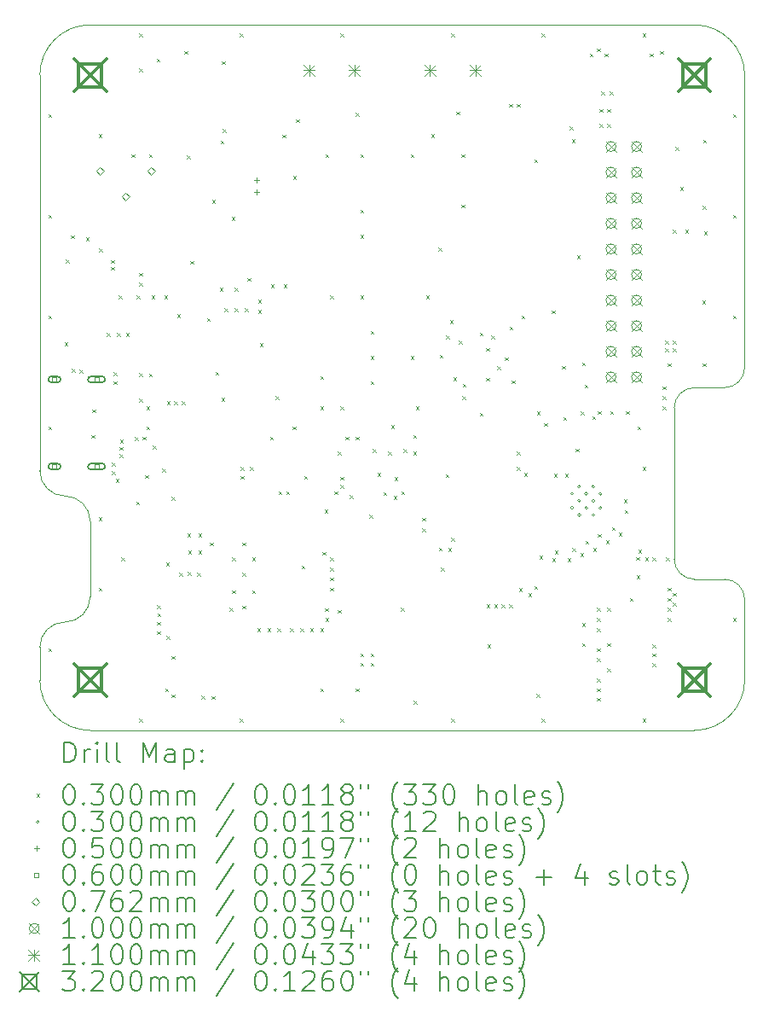
<source format=gbr>
%TF.GenerationSoftware,KiCad,Pcbnew,7.0.1*%
%TF.CreationDate,2023-05-20T22:35:56-07:00*%
%TF.ProjectId,ai-camera-rev3,61692d63-616d-4657-9261-2d726576332e,rev2*%
%TF.SameCoordinates,PX5a995c0PY2aea540*%
%TF.FileFunction,Drillmap*%
%TF.FilePolarity,Positive*%
%FSLAX45Y45*%
G04 Gerber Fmt 4.5, Leading zero omitted, Abs format (unit mm)*
G04 Created by KiCad (PCBNEW 7.0.1) date 2023-05-20 22:35:56*
%MOMM*%
%LPD*%
G01*
G04 APERTURE LIST*
%ADD10C,0.100000*%
%ADD11C,0.200000*%
%ADD12C,0.030000*%
%ADD13C,0.050000*%
%ADD14C,0.060000*%
%ADD15C,0.076200*%
%ADD16C,0.110000*%
%ADD17C,0.320000*%
G04 APERTURE END LIST*
D10*
X7000000Y-500000D02*
G75*
G03*
X6500000Y0I-500000J0D01*
G01*
X0Y-4425000D02*
G75*
G03*
X250000Y-4675000I250000J0D01*
G01*
X7000000Y-5700000D02*
X7000000Y-6500000D01*
X500000Y0D02*
X6500000Y0D01*
X6300000Y-5300000D02*
G75*
G03*
X6500000Y-5500000I200000J0D01*
G01*
X250000Y-5925000D02*
G75*
G03*
X0Y-6175000I0J-250000D01*
G01*
X6800000Y-3600000D02*
X6500000Y-3600000D01*
X500000Y0D02*
G75*
G03*
X0Y-500000I0J-500000D01*
G01*
X7000000Y-5700000D02*
G75*
G03*
X6800000Y-5500000I-200000J0D01*
G01*
X0Y-4425000D02*
X0Y-500000D01*
X500000Y-4925000D02*
G75*
G03*
X250000Y-4675000I-250000J0D01*
G01*
X6500000Y-3600000D02*
G75*
G03*
X6300000Y-3800000I0J-200000D01*
G01*
X6500000Y-5500000D02*
X6800000Y-5500000D01*
X6500000Y-7000000D02*
G75*
G03*
X7000000Y-6500000I0J500000D01*
G01*
X500000Y-5675000D02*
X500000Y-4925000D01*
X0Y-6175000D02*
X0Y-6500000D01*
X7000000Y-500000D02*
X7000000Y-3400000D01*
X0Y-6500000D02*
G75*
G03*
X500000Y-7000000I500000J0D01*
G01*
X6500000Y-7000000D02*
X500000Y-7000000D01*
X250000Y-5925000D02*
G75*
G03*
X500000Y-5675000I0J250000D01*
G01*
X6800000Y-3600000D02*
G75*
G03*
X7000000Y-3400000I0J200000D01*
G01*
X6300000Y-3800000D02*
X6300000Y-5300000D01*
D11*
D12*
X85000Y-885000D02*
X115000Y-915000D01*
X115000Y-885000D02*
X85000Y-915000D01*
X85000Y-1885000D02*
X115000Y-1915000D01*
X115000Y-1885000D02*
X85000Y-1915000D01*
X85000Y-2885000D02*
X115000Y-2915000D01*
X115000Y-2885000D02*
X85000Y-2915000D01*
X85000Y-3985000D02*
X115000Y-4015000D01*
X115000Y-3985000D02*
X85000Y-4015000D01*
X85000Y-6185000D02*
X115000Y-6215000D01*
X115000Y-6185000D02*
X85000Y-6215000D01*
X247500Y-3150000D02*
X277500Y-3180000D01*
X277500Y-3150000D02*
X247500Y-3180000D01*
X258000Y-2328855D02*
X288000Y-2358855D01*
X288000Y-2328855D02*
X258000Y-2358855D01*
X309094Y-2088000D02*
X339094Y-2118000D01*
X339094Y-2088000D02*
X309094Y-2118000D01*
X319639Y-3415520D02*
X349639Y-3445520D01*
X349639Y-3415520D02*
X319639Y-3445520D01*
X392000Y-3422000D02*
X422000Y-3452000D01*
X422000Y-3422000D02*
X392000Y-3452000D01*
X457000Y-2110000D02*
X487000Y-2140000D01*
X487000Y-2110000D02*
X457000Y-2140000D01*
X514000Y-4071000D02*
X544000Y-4101000D01*
X544000Y-4071000D02*
X514000Y-4101000D01*
X520852Y-3816148D02*
X550852Y-3846148D01*
X550852Y-3816148D02*
X520852Y-3846148D01*
X585000Y-1085000D02*
X615000Y-1115000D01*
X615000Y-1085000D02*
X585000Y-1115000D01*
X585000Y-4885000D02*
X615000Y-4915000D01*
X615000Y-4885000D02*
X585000Y-4915000D01*
X585000Y-5585000D02*
X615000Y-5615000D01*
X615000Y-5585000D02*
X585000Y-5615000D01*
X587597Y-2221650D02*
X617597Y-2251650D01*
X617597Y-2221650D02*
X587597Y-2251650D01*
X666500Y-3056500D02*
X696500Y-3086500D01*
X696500Y-3056500D02*
X666500Y-3086500D01*
X707984Y-2333546D02*
X737984Y-2363546D01*
X737984Y-2333546D02*
X707984Y-2363546D01*
X708403Y-2400007D02*
X738403Y-2430007D01*
X738403Y-2400007D02*
X708403Y-2430007D01*
X715000Y-4342500D02*
X745000Y-4372500D01*
X745000Y-4342500D02*
X715000Y-4372500D01*
X715000Y-4430000D02*
X745000Y-4460000D01*
X745000Y-4430000D02*
X715000Y-4460000D01*
X732500Y-3447500D02*
X762500Y-3477500D01*
X762500Y-3447500D02*
X732500Y-3477500D01*
X732500Y-3535000D02*
X762500Y-3565000D01*
X762500Y-3535000D02*
X732500Y-3565000D01*
X755000Y-4505000D02*
X785000Y-4535000D01*
X785000Y-4505000D02*
X755000Y-4535000D01*
X764500Y-3057500D02*
X794500Y-3087500D01*
X794500Y-3057500D02*
X764500Y-3087500D01*
X785000Y-2685000D02*
X815000Y-2715000D01*
X815000Y-2685000D02*
X785000Y-2715000D01*
X790000Y-4260000D02*
X820000Y-4290000D01*
X820000Y-4260000D02*
X790000Y-4290000D01*
X792500Y-4187500D02*
X822500Y-4217500D01*
X822500Y-4187500D02*
X792500Y-4217500D01*
X795000Y-4115000D02*
X825000Y-4145000D01*
X825000Y-4115000D02*
X795000Y-4145000D01*
X810000Y-5285000D02*
X840000Y-5315000D01*
X840000Y-5285000D02*
X810000Y-5315000D01*
X853500Y-3059500D02*
X883500Y-3089500D01*
X883500Y-3059500D02*
X853500Y-3089500D01*
X910000Y-1285000D02*
X940000Y-1315000D01*
X940000Y-1285000D02*
X910000Y-1315000D01*
X945000Y-4092500D02*
X975000Y-4122500D01*
X975000Y-4092500D02*
X945000Y-4122500D01*
X955000Y-4730000D02*
X985000Y-4760000D01*
X985000Y-4730000D02*
X955000Y-4760000D01*
X960000Y-2685000D02*
X990000Y-2715000D01*
X990000Y-2685000D02*
X960000Y-2715000D01*
X985000Y-85000D02*
X1015000Y-115000D01*
X1015000Y-85000D02*
X985000Y-115000D01*
X985000Y-435000D02*
X1015000Y-465000D01*
X1015000Y-435000D02*
X985000Y-465000D01*
X985000Y-2460000D02*
X1015000Y-2490000D01*
X1015000Y-2460000D02*
X985000Y-2490000D01*
X985000Y-2560000D02*
X1015000Y-2590000D01*
X1015000Y-2560000D02*
X985000Y-2590000D01*
X985000Y-3457836D02*
X1015000Y-3487836D01*
X1015000Y-3457836D02*
X985000Y-3487836D01*
X985000Y-3710000D02*
X1015000Y-3740000D01*
X1015000Y-3710000D02*
X985000Y-3740000D01*
X985000Y-6885000D02*
X1015000Y-6915000D01*
X1015000Y-6885000D02*
X985000Y-6915000D01*
X1020000Y-4087500D02*
X1050000Y-4117500D01*
X1050000Y-4087500D02*
X1020000Y-4117500D01*
X1047169Y-4468502D02*
X1077169Y-4498502D01*
X1077169Y-4468502D02*
X1047169Y-4498502D01*
X1060000Y-3785000D02*
X1090000Y-3815000D01*
X1090000Y-3785000D02*
X1060000Y-3815000D01*
X1060000Y-3985000D02*
X1090000Y-4015000D01*
X1090000Y-3985000D02*
X1060000Y-4015000D01*
X1085000Y-1285000D02*
X1115000Y-1315000D01*
X1115000Y-1285000D02*
X1085000Y-1315000D01*
X1085000Y-3460000D02*
X1115000Y-3490000D01*
X1115000Y-3460000D02*
X1085000Y-3490000D01*
X1110000Y-2685000D02*
X1140000Y-2715000D01*
X1140000Y-2685000D02*
X1110000Y-2715000D01*
X1120000Y-4177500D02*
X1150000Y-4207500D01*
X1150000Y-4177500D02*
X1120000Y-4207500D01*
X1160000Y-335000D02*
X1190000Y-365000D01*
X1190000Y-335000D02*
X1160000Y-365000D01*
X1165000Y-5760000D02*
X1195000Y-5790000D01*
X1195000Y-5760000D02*
X1165000Y-5790000D01*
X1165000Y-5925000D02*
X1195000Y-5955000D01*
X1195000Y-5925000D02*
X1165000Y-5955000D01*
X1165000Y-6017500D02*
X1195000Y-6047500D01*
X1195000Y-6017500D02*
X1165000Y-6047500D01*
X1167500Y-5840000D02*
X1197500Y-5870000D01*
X1197500Y-5840000D02*
X1167500Y-5870000D01*
X1215666Y-4403010D02*
X1245666Y-4433010D01*
X1245666Y-4403010D02*
X1215666Y-4433010D01*
X1235000Y-2685000D02*
X1265000Y-2715000D01*
X1265000Y-2685000D02*
X1235000Y-2715000D01*
X1246000Y-6583000D02*
X1276000Y-6613000D01*
X1276000Y-6583000D02*
X1246000Y-6613000D01*
X1253000Y-5335000D02*
X1283000Y-5365000D01*
X1283000Y-5335000D02*
X1253000Y-5365000D01*
X1257500Y-6062500D02*
X1287500Y-6092500D01*
X1287500Y-6062500D02*
X1257500Y-6092500D01*
X1260000Y-3735000D02*
X1290000Y-3765000D01*
X1290000Y-3735000D02*
X1260000Y-3765000D01*
X1307500Y-6642500D02*
X1337500Y-6672500D01*
X1337500Y-6642500D02*
X1307500Y-6672500D01*
X1309950Y-4684000D02*
X1339950Y-4714000D01*
X1339950Y-4684000D02*
X1309950Y-4714000D01*
X1310000Y-6264000D02*
X1340000Y-6294000D01*
X1340000Y-6264000D02*
X1310000Y-6294000D01*
X1335000Y-3735000D02*
X1365000Y-3765000D01*
X1365000Y-3735000D02*
X1335000Y-3765000D01*
X1365000Y-2871000D02*
X1395000Y-2901000D01*
X1395000Y-2871000D02*
X1365000Y-2901000D01*
X1385000Y-5435000D02*
X1415000Y-5465000D01*
X1415000Y-5435000D02*
X1385000Y-5465000D01*
X1410000Y-3735000D02*
X1440000Y-3765000D01*
X1440000Y-3735000D02*
X1410000Y-3765000D01*
X1435000Y-260000D02*
X1465000Y-290000D01*
X1465000Y-260000D02*
X1435000Y-290000D01*
X1460000Y-1297658D02*
X1490000Y-1327658D01*
X1490000Y-1297658D02*
X1460000Y-1327658D01*
X1465000Y-5045000D02*
X1495000Y-5075000D01*
X1495000Y-5045000D02*
X1465000Y-5075000D01*
X1470000Y-5430000D02*
X1500000Y-5460000D01*
X1500000Y-5430000D02*
X1470000Y-5460000D01*
X1475000Y-5215000D02*
X1505000Y-5245000D01*
X1505000Y-5215000D02*
X1475000Y-5245000D01*
X1496000Y-2343000D02*
X1526000Y-2373000D01*
X1526000Y-2343000D02*
X1496000Y-2373000D01*
X1560000Y-5435000D02*
X1590000Y-5465000D01*
X1590000Y-5435000D02*
X1560000Y-5465000D01*
X1575000Y-5045000D02*
X1605000Y-5075000D01*
X1605000Y-5045000D02*
X1575000Y-5075000D01*
X1575000Y-5215000D02*
X1605000Y-5245000D01*
X1605000Y-5215000D02*
X1575000Y-5245000D01*
X1605000Y-6655000D02*
X1635000Y-6685000D01*
X1635000Y-6655000D02*
X1605000Y-6685000D01*
X1660000Y-2910000D02*
X1690000Y-2940000D01*
X1690000Y-2910000D02*
X1660000Y-2940000D01*
X1687500Y-5135000D02*
X1717500Y-5165000D01*
X1717500Y-5135000D02*
X1687500Y-5165000D01*
X1705000Y-6660000D02*
X1735000Y-6690000D01*
X1735000Y-6660000D02*
X1705000Y-6690000D01*
X1710000Y-1735000D02*
X1740000Y-1765000D01*
X1740000Y-1735000D02*
X1710000Y-1765000D01*
X1743000Y-3442000D02*
X1773000Y-3472000D01*
X1773000Y-3442000D02*
X1743000Y-3472000D01*
X1785000Y-2610000D02*
X1815000Y-2640000D01*
X1815000Y-2610000D02*
X1785000Y-2640000D01*
X1795000Y-1147500D02*
X1825000Y-1177500D01*
X1825000Y-1147500D02*
X1795000Y-1177500D01*
X1802380Y-3700505D02*
X1832380Y-3730505D01*
X1832380Y-3700505D02*
X1802380Y-3730505D01*
X1810000Y-360000D02*
X1840000Y-390000D01*
X1840000Y-360000D02*
X1810000Y-390000D01*
X1815000Y-1035000D02*
X1845000Y-1065000D01*
X1845000Y-1035000D02*
X1815000Y-1065000D01*
X1835000Y-2810000D02*
X1865000Y-2840000D01*
X1865000Y-2810000D02*
X1835000Y-2840000D01*
X1885000Y-5785000D02*
X1915000Y-5815000D01*
X1915000Y-5785000D02*
X1885000Y-5815000D01*
X1905000Y-1905000D02*
X1935000Y-1935000D01*
X1935000Y-1905000D02*
X1905000Y-1935000D01*
X1910000Y-5285000D02*
X1940000Y-5315000D01*
X1940000Y-5285000D02*
X1910000Y-5315000D01*
X1910000Y-5610000D02*
X1940000Y-5640000D01*
X1940000Y-5610000D02*
X1910000Y-5640000D01*
X1935000Y-2610000D02*
X1965000Y-2640000D01*
X1965000Y-2610000D02*
X1935000Y-2640000D01*
X1935000Y-2810000D02*
X1965000Y-2840000D01*
X1965000Y-2810000D02*
X1935000Y-2840000D01*
X1985000Y-85000D02*
X2015000Y-115000D01*
X2015000Y-85000D02*
X1985000Y-115000D01*
X1985000Y-6885000D02*
X2015000Y-6915000D01*
X2015000Y-6885000D02*
X1985000Y-6915000D01*
X1993803Y-4476197D02*
X2023803Y-4506197D01*
X2023803Y-4476197D02*
X1993803Y-4506197D01*
X1995260Y-4385000D02*
X2025260Y-4415000D01*
X2025260Y-4385000D02*
X1995260Y-4415000D01*
X2010000Y-5135000D02*
X2040000Y-5165000D01*
X2040000Y-5135000D02*
X2010000Y-5165000D01*
X2010000Y-5435000D02*
X2040000Y-5465000D01*
X2040000Y-5435000D02*
X2010000Y-5465000D01*
X2010000Y-5761760D02*
X2040000Y-5791760D01*
X2040000Y-5761760D02*
X2010000Y-5791760D01*
X2035000Y-2810000D02*
X2065000Y-2840000D01*
X2065000Y-2810000D02*
X2035000Y-2840000D01*
X2060000Y-2510000D02*
X2090000Y-2540000D01*
X2090000Y-2510000D02*
X2060000Y-2540000D01*
X2085000Y-4385000D02*
X2115000Y-4415000D01*
X2115000Y-4385000D02*
X2085000Y-4415000D01*
X2110000Y-5285000D02*
X2140000Y-5315000D01*
X2140000Y-5285000D02*
X2110000Y-5315000D01*
X2110000Y-5610000D02*
X2140000Y-5640000D01*
X2140000Y-5610000D02*
X2110000Y-5640000D01*
X2160000Y-5985000D02*
X2190000Y-6015000D01*
X2190000Y-5985000D02*
X2160000Y-6015000D01*
X2169400Y-2728200D02*
X2199400Y-2758200D01*
X2199400Y-2728200D02*
X2169400Y-2758200D01*
X2169400Y-2829800D02*
X2199400Y-2859800D01*
X2199400Y-2829800D02*
X2169400Y-2859800D01*
X2185000Y-3160000D02*
X2215000Y-3190000D01*
X2215000Y-3160000D02*
X2185000Y-3190000D01*
X2260000Y-5985000D02*
X2290000Y-6015000D01*
X2290000Y-5985000D02*
X2260000Y-6015000D01*
X2285000Y-4085000D02*
X2315000Y-4115000D01*
X2315000Y-4085000D02*
X2285000Y-4115000D01*
X2296400Y-2575800D02*
X2326400Y-2605800D01*
X2326400Y-2575800D02*
X2296400Y-2605800D01*
X2338919Y-3683792D02*
X2368919Y-3713792D01*
X2368919Y-3683792D02*
X2338919Y-3713792D01*
X2360000Y-5985000D02*
X2390000Y-6015000D01*
X2390000Y-5985000D02*
X2360000Y-6015000D01*
X2372600Y-4629000D02*
X2402600Y-4659000D01*
X2402600Y-4629000D02*
X2372600Y-4659000D01*
X2411000Y-1090000D02*
X2441000Y-1120000D01*
X2441000Y-1090000D02*
X2411000Y-1120000D01*
X2423400Y-2575800D02*
X2453400Y-2605800D01*
X2453400Y-2575800D02*
X2423400Y-2605800D01*
X2448800Y-4629000D02*
X2478800Y-4659000D01*
X2478800Y-4629000D02*
X2448800Y-4659000D01*
X2485000Y-5985000D02*
X2515000Y-6015000D01*
X2515000Y-5985000D02*
X2485000Y-6015000D01*
X2510000Y-3985000D02*
X2540000Y-4015000D01*
X2540000Y-3985000D02*
X2510000Y-4015000D01*
X2515000Y-1501000D02*
X2545000Y-1531000D01*
X2545000Y-1501000D02*
X2515000Y-1531000D01*
X2545000Y-935000D02*
X2575000Y-965000D01*
X2575000Y-935000D02*
X2545000Y-965000D01*
X2585000Y-5985000D02*
X2615000Y-6015000D01*
X2615000Y-5985000D02*
X2585000Y-6015000D01*
X2601200Y-5365600D02*
X2631200Y-5395600D01*
X2631200Y-5365600D02*
X2601200Y-5395600D01*
X2624000Y-4474000D02*
X2654000Y-4504000D01*
X2654000Y-4474000D02*
X2624000Y-4504000D01*
X2685000Y-5985000D02*
X2715000Y-6015000D01*
X2715000Y-5985000D02*
X2685000Y-6015000D01*
X2785000Y-3485000D02*
X2815000Y-3515000D01*
X2815000Y-3485000D02*
X2785000Y-3515000D01*
X2785000Y-3785000D02*
X2815000Y-3815000D01*
X2815000Y-3785000D02*
X2785000Y-3815000D01*
X2785000Y-5985000D02*
X2815000Y-6015000D01*
X2815000Y-5985000D02*
X2785000Y-6015000D01*
X2785000Y-6585000D02*
X2815000Y-6615000D01*
X2815000Y-6585000D02*
X2785000Y-6615000D01*
X2805000Y-5230000D02*
X2835000Y-5260000D01*
X2835000Y-5230000D02*
X2805000Y-5260000D01*
X2829800Y-4811000D02*
X2859800Y-4841000D01*
X2859800Y-4811000D02*
X2829800Y-4841000D01*
X2831920Y-5790000D02*
X2861920Y-5820000D01*
X2861920Y-5790000D02*
X2831920Y-5820000D01*
X2835000Y-1285000D02*
X2865000Y-1315000D01*
X2865000Y-1285000D02*
X2835000Y-1315000D01*
X2835000Y-5885000D02*
X2865000Y-5915000D01*
X2865000Y-5885000D02*
X2835000Y-5915000D01*
X2885000Y-2685000D02*
X2915000Y-2715000D01*
X2915000Y-2685000D02*
X2885000Y-2715000D01*
X2885000Y-5285000D02*
X2915000Y-5315000D01*
X2915000Y-5285000D02*
X2885000Y-5315000D01*
X2885000Y-5385000D02*
X2915000Y-5415000D01*
X2915000Y-5385000D02*
X2885000Y-5415000D01*
X2885000Y-5485000D02*
X2915000Y-5515000D01*
X2915000Y-5485000D02*
X2885000Y-5515000D01*
X2885000Y-5585000D02*
X2915000Y-5615000D01*
X2915000Y-5585000D02*
X2885000Y-5615000D01*
X2926320Y-4629000D02*
X2956320Y-4659000D01*
X2956320Y-4629000D02*
X2926320Y-4659000D01*
X2960000Y-4235000D02*
X2990000Y-4265000D01*
X2990000Y-4235000D02*
X2960000Y-4265000D01*
X2960000Y-5804000D02*
X2990000Y-5834000D01*
X2990000Y-5804000D02*
X2960000Y-5834000D01*
X2985000Y-85000D02*
X3015000Y-115000D01*
X3015000Y-85000D02*
X2985000Y-115000D01*
X2985000Y-3785000D02*
X3015000Y-3815000D01*
X3015000Y-3785000D02*
X2985000Y-3815000D01*
X2985000Y-4565000D02*
X3015000Y-4595000D01*
X3015000Y-4565000D02*
X2985000Y-4595000D01*
X2985000Y-6885000D02*
X3015000Y-6915000D01*
X3015000Y-6885000D02*
X2985000Y-6915000D01*
X2986000Y-4485000D02*
X3016000Y-4515000D01*
X3016000Y-4485000D02*
X2986000Y-4515000D01*
X3035000Y-4085000D02*
X3065000Y-4115000D01*
X3065000Y-4085000D02*
X3035000Y-4115000D01*
X3078000Y-4664000D02*
X3108000Y-4694000D01*
X3108000Y-4664000D02*
X3078000Y-4694000D01*
X3135000Y-875000D02*
X3165000Y-905000D01*
X3165000Y-875000D02*
X3135000Y-905000D01*
X3135000Y-4085000D02*
X3165000Y-4115000D01*
X3165000Y-4085000D02*
X3135000Y-4115000D01*
X3135000Y-6585000D02*
X3165000Y-6615000D01*
X3165000Y-6585000D02*
X3135000Y-6615000D01*
X3185000Y-1285000D02*
X3215000Y-1315000D01*
X3215000Y-1285000D02*
X3185000Y-1315000D01*
X3185000Y-1835000D02*
X3215000Y-1865000D01*
X3215000Y-1835000D02*
X3185000Y-1865000D01*
X3185000Y-2085000D02*
X3215000Y-2115000D01*
X3215000Y-2085000D02*
X3185000Y-2115000D01*
X3185000Y-2685000D02*
X3215000Y-2715000D01*
X3215000Y-2685000D02*
X3185000Y-2715000D01*
X3185000Y-6235000D02*
X3215000Y-6265000D01*
X3215000Y-6235000D02*
X3185000Y-6265000D01*
X3185400Y-6330800D02*
X3215400Y-6360800D01*
X3215400Y-6330800D02*
X3185400Y-6360800D01*
X3274692Y-4862908D02*
X3304692Y-4892908D01*
X3304692Y-4862908D02*
X3274692Y-4892908D01*
X3285000Y-3035000D02*
X3315000Y-3065000D01*
X3315000Y-3035000D02*
X3285000Y-3065000D01*
X3285000Y-3285000D02*
X3315000Y-3315000D01*
X3315000Y-3285000D02*
X3285000Y-3315000D01*
X3285000Y-3535000D02*
X3315000Y-3565000D01*
X3315000Y-3535000D02*
X3285000Y-3565000D01*
X3285000Y-6235000D02*
X3315000Y-6265000D01*
X3315000Y-6235000D02*
X3285000Y-6265000D01*
X3287000Y-6330800D02*
X3317000Y-6360800D01*
X3317000Y-6330800D02*
X3287000Y-6360800D01*
X3307320Y-4210000D02*
X3337320Y-4240000D01*
X3337320Y-4210000D02*
X3307320Y-4240000D01*
X3353000Y-4445000D02*
X3383000Y-4475000D01*
X3383000Y-4445000D02*
X3353000Y-4475000D01*
X3413000Y-4638000D02*
X3443000Y-4668000D01*
X3443000Y-4638000D02*
X3413000Y-4668000D01*
X3460000Y-4235000D02*
X3490000Y-4265000D01*
X3490000Y-4235000D02*
X3460000Y-4265000D01*
X3487000Y-3972000D02*
X3517000Y-4002000D01*
X3517000Y-3972000D02*
X3487000Y-4002000D01*
X3515600Y-4673200D02*
X3545600Y-4703200D01*
X3545600Y-4673200D02*
X3515600Y-4703200D01*
X3520352Y-4489648D02*
X3550352Y-4519648D01*
X3550352Y-4489648D02*
X3520352Y-4519648D01*
X3585000Y-5785000D02*
X3615000Y-5815000D01*
X3615000Y-5785000D02*
X3585000Y-5815000D01*
X3591800Y-4629000D02*
X3621800Y-4659000D01*
X3621800Y-4629000D02*
X3591800Y-4659000D01*
X3610000Y-4210000D02*
X3640000Y-4240000D01*
X3640000Y-4210000D02*
X3610000Y-4240000D01*
X3685000Y-1285000D02*
X3715000Y-1315000D01*
X3715000Y-1285000D02*
X3685000Y-1315000D01*
X3685000Y-3285000D02*
X3715000Y-3315000D01*
X3715000Y-3285000D02*
X3685000Y-3315000D01*
X3710000Y-4067500D02*
X3740000Y-4097500D01*
X3740000Y-4067500D02*
X3710000Y-4097500D01*
X3710000Y-4235000D02*
X3740000Y-4265000D01*
X3740000Y-4235000D02*
X3710000Y-4265000D01*
X3714000Y-6705000D02*
X3744000Y-6735000D01*
X3744000Y-6705000D02*
X3714000Y-6735000D01*
X3735000Y-3785000D02*
X3765000Y-3815000D01*
X3765000Y-3785000D02*
X3735000Y-3815000D01*
X3796000Y-4892000D02*
X3826000Y-4922000D01*
X3826000Y-4892000D02*
X3796000Y-4922000D01*
X3798000Y-4996000D02*
X3828000Y-5026000D01*
X3828000Y-4996000D02*
X3798000Y-5026000D01*
X3835000Y-2685000D02*
X3865000Y-2715000D01*
X3865000Y-2685000D02*
X3835000Y-2715000D01*
X3885000Y-1085000D02*
X3915000Y-1115000D01*
X3915000Y-1085000D02*
X3885000Y-1115000D01*
X3960000Y-2210000D02*
X3990000Y-2240000D01*
X3990000Y-2210000D02*
X3960000Y-2240000D01*
X3962640Y-5186920D02*
X3992640Y-5216920D01*
X3992640Y-5186920D02*
X3962640Y-5216920D01*
X3970000Y-3272000D02*
X4000000Y-3302000D01*
X4000000Y-3272000D02*
X3970000Y-3302000D01*
X3985000Y-5385000D02*
X4015000Y-5415000D01*
X4015000Y-5385000D02*
X3985000Y-5415000D01*
X4029383Y-4460086D02*
X4059383Y-4490086D01*
X4059383Y-4460086D02*
X4029383Y-4490086D01*
X4033000Y-3082000D02*
X4063000Y-3112000D01*
X4063000Y-3082000D02*
X4033000Y-3112000D01*
X4055000Y-5190000D02*
X4085000Y-5220000D01*
X4085000Y-5190000D02*
X4055000Y-5220000D01*
X4073000Y-2931000D02*
X4103000Y-2961000D01*
X4103000Y-2931000D02*
X4073000Y-2961000D01*
X4084359Y-5090601D02*
X4114359Y-5120601D01*
X4114359Y-5090601D02*
X4084359Y-5120601D01*
X4085000Y-85000D02*
X4115000Y-115000D01*
X4115000Y-85000D02*
X4085000Y-115000D01*
X4085000Y-6885000D02*
X4115000Y-6915000D01*
X4115000Y-6885000D02*
X4085000Y-6915000D01*
X4105000Y-3496000D02*
X4135000Y-3526000D01*
X4135000Y-3496000D02*
X4105000Y-3526000D01*
X4135000Y-860000D02*
X4165000Y-890000D01*
X4165000Y-860000D02*
X4135000Y-890000D01*
X4163000Y-3136000D02*
X4193000Y-3166000D01*
X4193000Y-3136000D02*
X4163000Y-3166000D01*
X4185000Y-1285000D02*
X4215000Y-1315000D01*
X4215000Y-1285000D02*
X4185000Y-1315000D01*
X4185000Y-1785000D02*
X4215000Y-1815000D01*
X4215000Y-1785000D02*
X4185000Y-1815000D01*
X4194000Y-3686000D02*
X4224000Y-3716000D01*
X4224000Y-3686000D02*
X4194000Y-3716000D01*
X4201000Y-3563000D02*
X4231000Y-3593000D01*
X4231000Y-3563000D02*
X4201000Y-3593000D01*
X4370000Y-3054000D02*
X4400000Y-3084000D01*
X4400000Y-3054000D02*
X4370000Y-3084000D01*
X4370000Y-3848000D02*
X4400000Y-3878000D01*
X4400000Y-3848000D02*
X4370000Y-3878000D01*
X4433000Y-3207000D02*
X4463000Y-3237000D01*
X4463000Y-3207000D02*
X4433000Y-3237000D01*
X4434000Y-3501000D02*
X4464000Y-3531000D01*
X4464000Y-3501000D02*
X4434000Y-3531000D01*
X4437500Y-5750000D02*
X4467500Y-5780000D01*
X4467500Y-5750000D02*
X4437500Y-5780000D01*
X4446000Y-6147000D02*
X4476000Y-6177000D01*
X4476000Y-6147000D02*
X4446000Y-6177000D01*
X4485000Y-3085000D02*
X4515000Y-3115000D01*
X4515000Y-3085000D02*
X4485000Y-3115000D01*
X4511150Y-5750000D02*
X4541150Y-5780000D01*
X4541150Y-5750000D02*
X4511150Y-5780000D01*
X4544000Y-3388600D02*
X4574000Y-3418600D01*
X4574000Y-3388600D02*
X4544000Y-3418600D01*
X4583850Y-5750000D02*
X4613850Y-5780000D01*
X4613850Y-5750000D02*
X4583850Y-5780000D01*
X4617000Y-3300000D02*
X4647000Y-3330000D01*
X4647000Y-3300000D02*
X4617000Y-3330000D01*
X4660000Y-785000D02*
X4690000Y-815000D01*
X4690000Y-785000D02*
X4660000Y-815000D01*
X4660000Y-5750000D02*
X4690000Y-5780000D01*
X4690000Y-5750000D02*
X4660000Y-5780000D01*
X4667000Y-2993000D02*
X4697000Y-3023000D01*
X4697000Y-2993000D02*
X4667000Y-3023000D01*
X4684915Y-3527211D02*
X4714915Y-3557211D01*
X4714915Y-3527211D02*
X4684915Y-3557211D01*
X4735000Y-785000D02*
X4765000Y-815000D01*
X4765000Y-785000D02*
X4735000Y-815000D01*
X4735000Y-4235000D02*
X4765000Y-4265000D01*
X4765000Y-4235000D02*
X4735000Y-4265000D01*
X4735000Y-4385000D02*
X4765000Y-4415000D01*
X4765000Y-4385000D02*
X4735000Y-4415000D01*
X4757000Y-5590000D02*
X4787000Y-5620000D01*
X4787000Y-5590000D02*
X4757000Y-5620000D01*
X4785000Y-2885000D02*
X4815000Y-2915000D01*
X4815000Y-2885000D02*
X4785000Y-2915000D01*
X4810000Y-4447912D02*
X4840000Y-4477912D01*
X4840000Y-4447912D02*
X4810000Y-4477912D01*
X4850000Y-5640000D02*
X4880000Y-5670000D01*
X4880000Y-5640000D02*
X4850000Y-5670000D01*
X4910000Y-1335000D02*
X4940000Y-1365000D01*
X4940000Y-1335000D02*
X4910000Y-1365000D01*
X4912600Y-5567920D02*
X4942600Y-5597920D01*
X4942600Y-5567920D02*
X4912600Y-5597920D01*
X4932000Y-6638000D02*
X4962000Y-6668000D01*
X4962000Y-6638000D02*
X4932000Y-6668000D01*
X4935000Y-3835000D02*
X4965000Y-3865000D01*
X4965000Y-3835000D02*
X4935000Y-3865000D01*
X4963400Y-5268200D02*
X4993400Y-5298200D01*
X4993400Y-5268200D02*
X4963400Y-5298200D01*
X4985000Y-85000D02*
X5015000Y-115000D01*
X5015000Y-85000D02*
X4985000Y-115000D01*
X4985000Y-6885000D02*
X5015000Y-6915000D01*
X5015000Y-6885000D02*
X4985000Y-6915000D01*
X5009999Y-3949778D02*
X5039999Y-3979778D01*
X5039999Y-3949778D02*
X5009999Y-3979778D01*
X5085000Y-2835000D02*
X5115000Y-2865000D01*
X5115000Y-2835000D02*
X5085000Y-2865000D01*
X5090400Y-5293600D02*
X5120400Y-5323600D01*
X5120400Y-5293600D02*
X5090400Y-5323600D01*
X5105640Y-4455400D02*
X5135640Y-4485400D01*
X5135640Y-4455400D02*
X5105640Y-4485400D01*
X5115800Y-5217400D02*
X5145800Y-5247400D01*
X5145800Y-5217400D02*
X5115800Y-5247400D01*
X5185000Y-3385000D02*
X5215000Y-3415000D01*
X5215000Y-3385000D02*
X5185000Y-3415000D01*
X5199000Y-3890000D02*
X5229000Y-3920000D01*
X5229000Y-3890000D02*
X5199000Y-3920000D01*
X5217400Y-4455400D02*
X5247400Y-4485400D01*
X5247400Y-4455400D02*
X5217400Y-4485400D01*
X5242800Y-5293600D02*
X5272800Y-5323600D01*
X5272800Y-5293600D02*
X5242800Y-5323600D01*
X5260000Y-1010000D02*
X5290000Y-1040000D01*
X5290000Y-1010000D02*
X5260000Y-1040000D01*
X5285000Y-1135000D02*
X5315000Y-1165000D01*
X5315000Y-1135000D02*
X5285000Y-1165000D01*
X5288520Y-5192000D02*
X5318520Y-5222000D01*
X5318520Y-5192000D02*
X5288520Y-5222000D01*
X5320000Y-4205000D02*
X5350000Y-4235000D01*
X5350000Y-4205000D02*
X5320000Y-4235000D01*
X5335000Y-2285000D02*
X5365000Y-2315000D01*
X5365000Y-2285000D02*
X5335000Y-2315000D01*
X5369800Y-5242800D02*
X5399800Y-5272800D01*
X5399800Y-5242800D02*
X5369800Y-5272800D01*
X5371000Y-3835000D02*
X5401000Y-3865000D01*
X5401000Y-3835000D02*
X5371000Y-3865000D01*
X5384000Y-3350000D02*
X5414000Y-3380000D01*
X5414000Y-3350000D02*
X5384000Y-3380000D01*
X5385000Y-5935000D02*
X5415000Y-5965000D01*
X5415000Y-5935000D02*
X5385000Y-5965000D01*
X5385000Y-6135000D02*
X5415000Y-6165000D01*
X5415000Y-6135000D02*
X5385000Y-6165000D01*
X5410000Y-3569000D02*
X5440000Y-3599000D01*
X5440000Y-3569000D02*
X5410000Y-3599000D01*
X5420600Y-5120880D02*
X5450600Y-5150880D01*
X5450600Y-5120880D02*
X5420600Y-5150880D01*
X5460000Y-285000D02*
X5490000Y-315000D01*
X5490000Y-285000D02*
X5460000Y-315000D01*
X5485000Y-3885000D02*
X5515000Y-3915000D01*
X5515000Y-3885000D02*
X5485000Y-3915000D01*
X5496800Y-5192000D02*
X5526800Y-5222000D01*
X5526800Y-5192000D02*
X5496800Y-5222000D01*
X5535000Y-235000D02*
X5565000Y-265000D01*
X5565000Y-235000D02*
X5535000Y-265000D01*
X5535000Y-5785000D02*
X5565000Y-5815000D01*
X5565000Y-5785000D02*
X5535000Y-5815000D01*
X5535000Y-5885000D02*
X5565000Y-5915000D01*
X5565000Y-5885000D02*
X5535000Y-5915000D01*
X5535000Y-5985000D02*
X5565000Y-6015000D01*
X5565000Y-5985000D02*
X5535000Y-6015000D01*
X5535000Y-6185000D02*
X5565000Y-6215000D01*
X5565000Y-6185000D02*
X5535000Y-6215000D01*
X5535000Y-6285000D02*
X5565000Y-6315000D01*
X5565000Y-6285000D02*
X5535000Y-6315000D01*
X5535000Y-6485000D02*
X5565000Y-6515000D01*
X5565000Y-6485000D02*
X5535000Y-6515000D01*
X5535000Y-6585000D02*
X5565000Y-6615000D01*
X5565000Y-6585000D02*
X5535000Y-6615000D01*
X5535000Y-6677550D02*
X5565000Y-6707550D01*
X5565000Y-6677550D02*
X5535000Y-6707550D01*
X5542000Y-3834000D02*
X5572000Y-3864000D01*
X5572000Y-3834000D02*
X5542000Y-3864000D01*
X5542520Y-5049760D02*
X5572520Y-5079760D01*
X5572520Y-5049760D02*
X5542520Y-5079760D01*
X5560000Y-835000D02*
X5590000Y-865000D01*
X5590000Y-835000D02*
X5560000Y-865000D01*
X5560000Y-985000D02*
X5590000Y-1015000D01*
X5590000Y-985000D02*
X5560000Y-1015000D01*
X5575650Y-660000D02*
X5605650Y-690000D01*
X5605650Y-660000D02*
X5575650Y-690000D01*
X5610000Y-285000D02*
X5640000Y-315000D01*
X5640000Y-285000D02*
X5610000Y-315000D01*
X5623800Y-5115800D02*
X5653800Y-5145800D01*
X5653800Y-5115800D02*
X5623800Y-5145800D01*
X5635000Y-835000D02*
X5665000Y-865000D01*
X5665000Y-835000D02*
X5635000Y-865000D01*
X5635000Y-985000D02*
X5665000Y-1015000D01*
X5665000Y-985000D02*
X5635000Y-1015000D01*
X5635000Y-5785000D02*
X5665000Y-5815000D01*
X5665000Y-5785000D02*
X5635000Y-5815000D01*
X5635000Y-6135000D02*
X5665000Y-6165000D01*
X5665000Y-6135000D02*
X5635000Y-6165000D01*
X5635000Y-6385000D02*
X5665000Y-6415000D01*
X5665000Y-6385000D02*
X5635000Y-6415000D01*
X5660000Y-660000D02*
X5690000Y-690000D01*
X5690000Y-660000D02*
X5660000Y-690000D01*
X5664440Y-3830560D02*
X5694440Y-3860560D01*
X5694440Y-3830560D02*
X5664440Y-3860560D01*
X5679680Y-4983720D02*
X5709680Y-5013720D01*
X5709680Y-4983720D02*
X5679680Y-5013720D01*
X5750800Y-5039600D02*
X5780800Y-5069600D01*
X5780800Y-5039600D02*
X5750800Y-5069600D01*
X5801600Y-4709400D02*
X5831600Y-4739400D01*
X5831600Y-4709400D02*
X5801600Y-4739400D01*
X5806680Y-4816080D02*
X5836680Y-4846080D01*
X5836680Y-4816080D02*
X5806680Y-4846080D01*
X5821920Y-3830560D02*
X5851920Y-3860560D01*
X5851920Y-3830560D02*
X5821920Y-3860560D01*
X5859000Y-5686000D02*
X5889000Y-5716000D01*
X5889000Y-5686000D02*
X5859000Y-5716000D01*
X5923520Y-5278360D02*
X5953520Y-5308360D01*
X5953520Y-5278360D02*
X5923520Y-5308360D01*
X5926000Y-5462000D02*
X5956000Y-5492000D01*
X5956000Y-5462000D02*
X5926000Y-5492000D01*
X5935000Y-3985000D02*
X5965000Y-4015000D01*
X5965000Y-3985000D02*
X5935000Y-4015000D01*
X5943448Y-5206848D02*
X5973448Y-5236848D01*
X5973448Y-5206848D02*
X5943448Y-5236848D01*
X5985000Y-85000D02*
X6015000Y-115000D01*
X6015000Y-85000D02*
X5985000Y-115000D01*
X5985000Y-4385000D02*
X6015000Y-4415000D01*
X6015000Y-4385000D02*
X5985000Y-4415000D01*
X5985000Y-6885000D02*
X6015000Y-6915000D01*
X6015000Y-6885000D02*
X5985000Y-6915000D01*
X6010000Y-5285000D02*
X6040000Y-5315000D01*
X6040000Y-5285000D02*
X6010000Y-5315000D01*
X6060000Y-285000D02*
X6090000Y-315000D01*
X6090000Y-285000D02*
X6060000Y-315000D01*
X6085000Y-5285000D02*
X6115000Y-5315000D01*
X6115000Y-5285000D02*
X6085000Y-5315000D01*
X6085000Y-6147500D02*
X6115000Y-6177500D01*
X6115000Y-6147500D02*
X6085000Y-6177500D01*
X6085000Y-6235000D02*
X6115000Y-6265000D01*
X6115000Y-6235000D02*
X6085000Y-6265000D01*
X6085000Y-6335000D02*
X6115000Y-6365000D01*
X6115000Y-6335000D02*
X6085000Y-6365000D01*
X6160000Y-260000D02*
X6190000Y-290000D01*
X6190000Y-260000D02*
X6160000Y-290000D01*
X6185000Y-3585000D02*
X6215000Y-3615000D01*
X6215000Y-3585000D02*
X6185000Y-3615000D01*
X6185000Y-3685000D02*
X6215000Y-3715000D01*
X6215000Y-3685000D02*
X6185000Y-3715000D01*
X6185000Y-3785000D02*
X6215000Y-3815000D01*
X6215000Y-3785000D02*
X6185000Y-3815000D01*
X6210000Y-3135000D02*
X6240000Y-3165000D01*
X6240000Y-3135000D02*
X6210000Y-3165000D01*
X6210000Y-3210000D02*
X6240000Y-3240000D01*
X6240000Y-3210000D02*
X6210000Y-3240000D01*
X6220300Y-5283323D02*
X6250300Y-5313323D01*
X6250300Y-5283323D02*
X6220300Y-5313323D01*
X6235000Y-3360000D02*
X6265000Y-3390000D01*
X6265000Y-3360000D02*
X6235000Y-3390000D01*
X6235000Y-5585000D02*
X6265000Y-5615000D01*
X6265000Y-5585000D02*
X6235000Y-5615000D01*
X6235000Y-5685000D02*
X6265000Y-5715000D01*
X6265000Y-5685000D02*
X6235000Y-5715000D01*
X6235000Y-5785000D02*
X6265000Y-5815000D01*
X6265000Y-5785000D02*
X6235000Y-5815000D01*
X6235000Y-5885000D02*
X6265000Y-5915000D01*
X6265000Y-5885000D02*
X6235000Y-5915000D01*
X6285000Y-2035000D02*
X6315000Y-2065000D01*
X6315000Y-2035000D02*
X6285000Y-2065000D01*
X6285000Y-3135000D02*
X6315000Y-3165000D01*
X6315000Y-3135000D02*
X6285000Y-3165000D01*
X6285000Y-3210000D02*
X6315000Y-3240000D01*
X6315000Y-3210000D02*
X6285000Y-3240000D01*
X6285000Y-5635000D02*
X6315000Y-5665000D01*
X6315000Y-5635000D02*
X6285000Y-5665000D01*
X6285000Y-5735000D02*
X6315000Y-5765000D01*
X6315000Y-5735000D02*
X6285000Y-5765000D01*
X6310000Y-1210000D02*
X6340000Y-1240000D01*
X6340000Y-1210000D02*
X6310000Y-1240000D01*
X6360000Y-1610000D02*
X6390000Y-1640000D01*
X6390000Y-1610000D02*
X6360000Y-1640000D01*
X6410000Y-2035000D02*
X6440000Y-2065000D01*
X6440000Y-2035000D02*
X6410000Y-2065000D01*
X6580000Y-2737500D02*
X6610000Y-2767500D01*
X6610000Y-2737500D02*
X6580000Y-2767500D01*
X6582500Y-1797500D02*
X6612500Y-1827500D01*
X6612500Y-1797500D02*
X6582500Y-1827500D01*
X6585000Y-3360000D02*
X6615000Y-3390000D01*
X6615000Y-3360000D02*
X6585000Y-3390000D01*
X6587500Y-1140000D02*
X6617500Y-1170000D01*
X6617500Y-1140000D02*
X6587500Y-1170000D01*
X6597500Y-2050000D02*
X6627500Y-2080000D01*
X6627500Y-2050000D02*
X6597500Y-2080000D01*
X6885000Y-885000D02*
X6915000Y-915000D01*
X6915000Y-885000D02*
X6885000Y-915000D01*
X6885000Y-1885000D02*
X6915000Y-1915000D01*
X6915000Y-1885000D02*
X6885000Y-1915000D01*
X6885000Y-2885000D02*
X6915000Y-2915000D01*
X6915000Y-2885000D02*
X6885000Y-2915000D01*
X6885000Y-5885000D02*
X6915000Y-5915000D01*
X6915000Y-5885000D02*
X6885000Y-5915000D01*
X5301000Y-4653000D02*
G75*
G03*
X5301000Y-4653000I-15000J0D01*
G01*
X5301000Y-4793000D02*
G75*
G03*
X5301000Y-4793000I-15000J0D01*
G01*
X5371000Y-4583000D02*
G75*
G03*
X5371000Y-4583000I-15000J0D01*
G01*
X5371000Y-4723000D02*
G75*
G03*
X5371000Y-4723000I-15000J0D01*
G01*
X5371000Y-4863000D02*
G75*
G03*
X5371000Y-4863000I-15000J0D01*
G01*
X5441000Y-4653000D02*
G75*
G03*
X5441000Y-4653000I-15000J0D01*
G01*
X5441000Y-4793000D02*
G75*
G03*
X5441000Y-4793000I-15000J0D01*
G01*
X5511000Y-4583000D02*
G75*
G03*
X5511000Y-4583000I-15000J0D01*
G01*
X5511000Y-4723000D02*
G75*
G03*
X5511000Y-4723000I-15000J0D01*
G01*
X5511000Y-4863000D02*
G75*
G03*
X5511000Y-4863000I-15000J0D01*
G01*
X5581000Y-4653000D02*
G75*
G03*
X5581000Y-4653000I-15000J0D01*
G01*
X5581000Y-4793000D02*
G75*
G03*
X5581000Y-4793000I-15000J0D01*
G01*
D13*
X2150000Y-1512500D02*
X2150000Y-1562500D01*
X2125000Y-1537500D02*
X2175000Y-1537500D01*
X2150000Y-1637500D02*
X2150000Y-1687500D01*
X2125000Y-1662500D02*
X2175000Y-1662500D01*
D14*
X166213Y-3539213D02*
X166213Y-3496787D01*
X123787Y-3496787D01*
X123787Y-3539213D01*
X166213Y-3539213D01*
D11*
X175000Y-3488000D02*
X115000Y-3488000D01*
X115000Y-3488000D02*
G75*
G03*
X115000Y-3548000I0J-30000D01*
G01*
X115000Y-3548000D02*
X175000Y-3548000D01*
X175000Y-3548000D02*
G75*
G03*
X175000Y-3488000I0J30000D01*
G01*
D14*
X166213Y-4403213D02*
X166213Y-4360787D01*
X123787Y-4360787D01*
X123787Y-4403213D01*
X166213Y-4403213D01*
D11*
X175000Y-4352000D02*
X115000Y-4352000D01*
X115000Y-4352000D02*
G75*
G03*
X115000Y-4412000I0J-30000D01*
G01*
X115000Y-4412000D02*
X175000Y-4412000D01*
X175000Y-4412000D02*
G75*
G03*
X175000Y-4352000I0J30000D01*
G01*
D14*
X584213Y-3539213D02*
X584213Y-3496787D01*
X541787Y-3496787D01*
X541787Y-3539213D01*
X584213Y-3539213D01*
D11*
X618000Y-3488000D02*
X508000Y-3488000D01*
X508000Y-3488000D02*
G75*
G03*
X508000Y-3548000I0J-30000D01*
G01*
X508000Y-3548000D02*
X618000Y-3548000D01*
X618000Y-3548000D02*
G75*
G03*
X618000Y-3488000I0J30000D01*
G01*
D14*
X584213Y-4403213D02*
X584213Y-4360787D01*
X541787Y-4360787D01*
X541787Y-4403213D01*
X584213Y-4403213D01*
D11*
X618000Y-4352000D02*
X508000Y-4352000D01*
X508000Y-4352000D02*
G75*
G03*
X508000Y-4412000I0J-30000D01*
G01*
X508000Y-4412000D02*
X618000Y-4412000D01*
X618000Y-4412000D02*
G75*
G03*
X618000Y-4352000I0J30000D01*
G01*
D15*
X596000Y-1488100D02*
X634100Y-1450000D01*
X596000Y-1411900D01*
X557900Y-1450000D01*
X596000Y-1488100D01*
X850000Y-1742100D02*
X888100Y-1704000D01*
X850000Y-1665900D01*
X811900Y-1704000D01*
X850000Y-1742100D01*
X1104000Y-1488100D02*
X1142100Y-1450000D01*
X1104000Y-1411900D01*
X1065900Y-1450000D01*
X1104000Y-1488100D01*
D10*
X5622500Y-1157500D02*
X5722500Y-1257500D01*
X5722500Y-1157500D02*
X5622500Y-1257500D01*
X5722500Y-1207500D02*
G75*
G03*
X5722500Y-1207500I-50000J0D01*
G01*
X5622500Y-1411500D02*
X5722500Y-1511500D01*
X5722500Y-1411500D02*
X5622500Y-1511500D01*
X5722500Y-1461500D02*
G75*
G03*
X5722500Y-1461500I-50000J0D01*
G01*
X5622500Y-1665500D02*
X5722500Y-1765500D01*
X5722500Y-1665500D02*
X5622500Y-1765500D01*
X5722500Y-1715500D02*
G75*
G03*
X5722500Y-1715500I-50000J0D01*
G01*
X5622500Y-1919500D02*
X5722500Y-2019500D01*
X5722500Y-1919500D02*
X5622500Y-2019500D01*
X5722500Y-1969500D02*
G75*
G03*
X5722500Y-1969500I-50000J0D01*
G01*
X5622500Y-2173500D02*
X5722500Y-2273500D01*
X5722500Y-2173500D02*
X5622500Y-2273500D01*
X5722500Y-2223500D02*
G75*
G03*
X5722500Y-2223500I-50000J0D01*
G01*
X5622500Y-2427500D02*
X5722500Y-2527500D01*
X5722500Y-2427500D02*
X5622500Y-2527500D01*
X5722500Y-2477500D02*
G75*
G03*
X5722500Y-2477500I-50000J0D01*
G01*
X5622500Y-2681500D02*
X5722500Y-2781500D01*
X5722500Y-2681500D02*
X5622500Y-2781500D01*
X5722500Y-2731500D02*
G75*
G03*
X5722500Y-2731500I-50000J0D01*
G01*
X5622500Y-2935500D02*
X5722500Y-3035500D01*
X5722500Y-2935500D02*
X5622500Y-3035500D01*
X5722500Y-2985500D02*
G75*
G03*
X5722500Y-2985500I-50000J0D01*
G01*
X5622500Y-3189500D02*
X5722500Y-3289500D01*
X5722500Y-3189500D02*
X5622500Y-3289500D01*
X5722500Y-3239500D02*
G75*
G03*
X5722500Y-3239500I-50000J0D01*
G01*
X5622500Y-3443500D02*
X5722500Y-3543500D01*
X5722500Y-3443500D02*
X5622500Y-3543500D01*
X5722500Y-3493500D02*
G75*
G03*
X5722500Y-3493500I-50000J0D01*
G01*
X5876500Y-1157500D02*
X5976500Y-1257500D01*
X5976500Y-1157500D02*
X5876500Y-1257500D01*
X5976500Y-1207500D02*
G75*
G03*
X5976500Y-1207500I-50000J0D01*
G01*
X5876500Y-1411500D02*
X5976500Y-1511500D01*
X5976500Y-1411500D02*
X5876500Y-1511500D01*
X5976500Y-1461500D02*
G75*
G03*
X5976500Y-1461500I-50000J0D01*
G01*
X5876500Y-1665500D02*
X5976500Y-1765500D01*
X5976500Y-1665500D02*
X5876500Y-1765500D01*
X5976500Y-1715500D02*
G75*
G03*
X5976500Y-1715500I-50000J0D01*
G01*
X5876500Y-1919500D02*
X5976500Y-2019500D01*
X5976500Y-1919500D02*
X5876500Y-2019500D01*
X5976500Y-1969500D02*
G75*
G03*
X5976500Y-1969500I-50000J0D01*
G01*
X5876500Y-2173500D02*
X5976500Y-2273500D01*
X5976500Y-2173500D02*
X5876500Y-2273500D01*
X5976500Y-2223500D02*
G75*
G03*
X5976500Y-2223500I-50000J0D01*
G01*
X5876500Y-2427500D02*
X5976500Y-2527500D01*
X5976500Y-2427500D02*
X5876500Y-2527500D01*
X5976500Y-2477500D02*
G75*
G03*
X5976500Y-2477500I-50000J0D01*
G01*
X5876500Y-2681500D02*
X5976500Y-2781500D01*
X5976500Y-2681500D02*
X5876500Y-2781500D01*
X5976500Y-2731500D02*
G75*
G03*
X5976500Y-2731500I-50000J0D01*
G01*
X5876500Y-2935500D02*
X5976500Y-3035500D01*
X5976500Y-2935500D02*
X5876500Y-3035500D01*
X5976500Y-2985500D02*
G75*
G03*
X5976500Y-2985500I-50000J0D01*
G01*
X5876500Y-3189500D02*
X5976500Y-3289500D01*
X5976500Y-3189500D02*
X5876500Y-3289500D01*
X5976500Y-3239500D02*
G75*
G03*
X5976500Y-3239500I-50000J0D01*
G01*
X5876500Y-3443500D02*
X5976500Y-3543500D01*
X5976500Y-3443500D02*
X5876500Y-3543500D01*
X5976500Y-3493500D02*
G75*
G03*
X5976500Y-3493500I-50000J0D01*
G01*
D16*
X2620000Y-395000D02*
X2730000Y-505000D01*
X2730000Y-395000D02*
X2620000Y-505000D01*
X2675000Y-395000D02*
X2675000Y-505000D01*
X2620000Y-450000D02*
X2730000Y-450000D01*
X3070000Y-395000D02*
X3180000Y-505000D01*
X3180000Y-395000D02*
X3070000Y-505000D01*
X3125000Y-395000D02*
X3125000Y-505000D01*
X3070000Y-450000D02*
X3180000Y-450000D01*
X3820000Y-395000D02*
X3930000Y-505000D01*
X3930000Y-395000D02*
X3820000Y-505000D01*
X3875000Y-395000D02*
X3875000Y-505000D01*
X3820000Y-450000D02*
X3930000Y-450000D01*
X4270000Y-395000D02*
X4380000Y-505000D01*
X4380000Y-395000D02*
X4270000Y-505000D01*
X4325000Y-395000D02*
X4325000Y-505000D01*
X4270000Y-450000D02*
X4380000Y-450000D01*
D17*
X340000Y-340000D02*
X660000Y-660000D01*
X660000Y-340000D02*
X340000Y-660000D01*
X613138Y-613138D02*
X613138Y-386862D01*
X386862Y-386862D01*
X386862Y-613138D01*
X613138Y-613138D01*
X340000Y-6340000D02*
X660000Y-6660000D01*
X660000Y-6340000D02*
X340000Y-6660000D01*
X613138Y-6613138D02*
X613138Y-6386862D01*
X386862Y-6386862D01*
X386862Y-6613138D01*
X613138Y-6613138D01*
X6340000Y-340000D02*
X6660000Y-660000D01*
X6660000Y-340000D02*
X6340000Y-660000D01*
X6613138Y-613138D02*
X6613138Y-386862D01*
X6386862Y-386862D01*
X6386862Y-613138D01*
X6613138Y-613138D01*
X6340000Y-6340000D02*
X6660000Y-6660000D01*
X6660000Y-6340000D02*
X6340000Y-6660000D01*
X6613138Y-6613138D02*
X6613138Y-6386862D01*
X6386862Y-6386862D01*
X6386862Y-6613138D01*
X6613138Y-6613138D01*
D11*
X242619Y-7317524D02*
X242619Y-7117524D01*
X242619Y-7117524D02*
X290238Y-7117524D01*
X290238Y-7117524D02*
X318810Y-7127048D01*
X318810Y-7127048D02*
X337857Y-7146095D01*
X337857Y-7146095D02*
X347381Y-7165143D01*
X347381Y-7165143D02*
X356905Y-7203238D01*
X356905Y-7203238D02*
X356905Y-7231809D01*
X356905Y-7231809D02*
X347381Y-7269905D01*
X347381Y-7269905D02*
X337857Y-7288952D01*
X337857Y-7288952D02*
X318810Y-7308000D01*
X318810Y-7308000D02*
X290238Y-7317524D01*
X290238Y-7317524D02*
X242619Y-7317524D01*
X442619Y-7317524D02*
X442619Y-7184190D01*
X442619Y-7222286D02*
X452143Y-7203238D01*
X452143Y-7203238D02*
X461667Y-7193714D01*
X461667Y-7193714D02*
X480714Y-7184190D01*
X480714Y-7184190D02*
X499762Y-7184190D01*
X566429Y-7317524D02*
X566429Y-7184190D01*
X566429Y-7117524D02*
X556905Y-7127048D01*
X556905Y-7127048D02*
X566429Y-7136571D01*
X566429Y-7136571D02*
X575952Y-7127048D01*
X575952Y-7127048D02*
X566429Y-7117524D01*
X566429Y-7117524D02*
X566429Y-7136571D01*
X690238Y-7317524D02*
X671190Y-7308000D01*
X671190Y-7308000D02*
X661667Y-7288952D01*
X661667Y-7288952D02*
X661667Y-7117524D01*
X795000Y-7317524D02*
X775952Y-7308000D01*
X775952Y-7308000D02*
X766428Y-7288952D01*
X766428Y-7288952D02*
X766428Y-7117524D01*
X1023571Y-7317524D02*
X1023571Y-7117524D01*
X1023571Y-7117524D02*
X1090238Y-7260381D01*
X1090238Y-7260381D02*
X1156905Y-7117524D01*
X1156905Y-7117524D02*
X1156905Y-7317524D01*
X1337857Y-7317524D02*
X1337857Y-7212762D01*
X1337857Y-7212762D02*
X1328333Y-7193714D01*
X1328333Y-7193714D02*
X1309286Y-7184190D01*
X1309286Y-7184190D02*
X1271190Y-7184190D01*
X1271190Y-7184190D02*
X1252143Y-7193714D01*
X1337857Y-7308000D02*
X1318810Y-7317524D01*
X1318810Y-7317524D02*
X1271190Y-7317524D01*
X1271190Y-7317524D02*
X1252143Y-7308000D01*
X1252143Y-7308000D02*
X1242619Y-7288952D01*
X1242619Y-7288952D02*
X1242619Y-7269905D01*
X1242619Y-7269905D02*
X1252143Y-7250857D01*
X1252143Y-7250857D02*
X1271190Y-7241333D01*
X1271190Y-7241333D02*
X1318810Y-7241333D01*
X1318810Y-7241333D02*
X1337857Y-7231809D01*
X1433095Y-7184190D02*
X1433095Y-7384190D01*
X1433095Y-7193714D02*
X1452143Y-7184190D01*
X1452143Y-7184190D02*
X1490238Y-7184190D01*
X1490238Y-7184190D02*
X1509286Y-7193714D01*
X1509286Y-7193714D02*
X1518809Y-7203238D01*
X1518809Y-7203238D02*
X1528333Y-7222286D01*
X1528333Y-7222286D02*
X1528333Y-7279428D01*
X1528333Y-7279428D02*
X1518809Y-7298476D01*
X1518809Y-7298476D02*
X1509286Y-7308000D01*
X1509286Y-7308000D02*
X1490238Y-7317524D01*
X1490238Y-7317524D02*
X1452143Y-7317524D01*
X1452143Y-7317524D02*
X1433095Y-7308000D01*
X1614048Y-7298476D02*
X1623571Y-7308000D01*
X1623571Y-7308000D02*
X1614048Y-7317524D01*
X1614048Y-7317524D02*
X1604524Y-7308000D01*
X1604524Y-7308000D02*
X1614048Y-7298476D01*
X1614048Y-7298476D02*
X1614048Y-7317524D01*
X1614048Y-7193714D02*
X1623571Y-7203238D01*
X1623571Y-7203238D02*
X1614048Y-7212762D01*
X1614048Y-7212762D02*
X1604524Y-7203238D01*
X1604524Y-7203238D02*
X1614048Y-7193714D01*
X1614048Y-7193714D02*
X1614048Y-7212762D01*
D12*
X-35000Y-7630000D02*
X-5000Y-7660000D01*
X-5000Y-7630000D02*
X-35000Y-7660000D01*
D11*
X280714Y-7537524D02*
X299762Y-7537524D01*
X299762Y-7537524D02*
X318810Y-7547048D01*
X318810Y-7547048D02*
X328333Y-7556571D01*
X328333Y-7556571D02*
X337857Y-7575619D01*
X337857Y-7575619D02*
X347381Y-7613714D01*
X347381Y-7613714D02*
X347381Y-7661333D01*
X347381Y-7661333D02*
X337857Y-7699428D01*
X337857Y-7699428D02*
X328333Y-7718476D01*
X328333Y-7718476D02*
X318810Y-7728000D01*
X318810Y-7728000D02*
X299762Y-7737524D01*
X299762Y-7737524D02*
X280714Y-7737524D01*
X280714Y-7737524D02*
X261667Y-7728000D01*
X261667Y-7728000D02*
X252143Y-7718476D01*
X252143Y-7718476D02*
X242619Y-7699428D01*
X242619Y-7699428D02*
X233095Y-7661333D01*
X233095Y-7661333D02*
X233095Y-7613714D01*
X233095Y-7613714D02*
X242619Y-7575619D01*
X242619Y-7575619D02*
X252143Y-7556571D01*
X252143Y-7556571D02*
X261667Y-7547048D01*
X261667Y-7547048D02*
X280714Y-7537524D01*
X433095Y-7718476D02*
X442619Y-7728000D01*
X442619Y-7728000D02*
X433095Y-7737524D01*
X433095Y-7737524D02*
X423571Y-7728000D01*
X423571Y-7728000D02*
X433095Y-7718476D01*
X433095Y-7718476D02*
X433095Y-7737524D01*
X509286Y-7537524D02*
X633095Y-7537524D01*
X633095Y-7537524D02*
X566429Y-7613714D01*
X566429Y-7613714D02*
X595000Y-7613714D01*
X595000Y-7613714D02*
X614048Y-7623238D01*
X614048Y-7623238D02*
X623571Y-7632762D01*
X623571Y-7632762D02*
X633095Y-7651809D01*
X633095Y-7651809D02*
X633095Y-7699428D01*
X633095Y-7699428D02*
X623571Y-7718476D01*
X623571Y-7718476D02*
X614048Y-7728000D01*
X614048Y-7728000D02*
X595000Y-7737524D01*
X595000Y-7737524D02*
X537857Y-7737524D01*
X537857Y-7737524D02*
X518809Y-7728000D01*
X518809Y-7728000D02*
X509286Y-7718476D01*
X756905Y-7537524D02*
X775952Y-7537524D01*
X775952Y-7537524D02*
X795000Y-7547048D01*
X795000Y-7547048D02*
X804524Y-7556571D01*
X804524Y-7556571D02*
X814048Y-7575619D01*
X814048Y-7575619D02*
X823571Y-7613714D01*
X823571Y-7613714D02*
X823571Y-7661333D01*
X823571Y-7661333D02*
X814048Y-7699428D01*
X814048Y-7699428D02*
X804524Y-7718476D01*
X804524Y-7718476D02*
X795000Y-7728000D01*
X795000Y-7728000D02*
X775952Y-7737524D01*
X775952Y-7737524D02*
X756905Y-7737524D01*
X756905Y-7737524D02*
X737857Y-7728000D01*
X737857Y-7728000D02*
X728333Y-7718476D01*
X728333Y-7718476D02*
X718809Y-7699428D01*
X718809Y-7699428D02*
X709286Y-7661333D01*
X709286Y-7661333D02*
X709286Y-7613714D01*
X709286Y-7613714D02*
X718809Y-7575619D01*
X718809Y-7575619D02*
X728333Y-7556571D01*
X728333Y-7556571D02*
X737857Y-7547048D01*
X737857Y-7547048D02*
X756905Y-7537524D01*
X947381Y-7537524D02*
X966429Y-7537524D01*
X966429Y-7537524D02*
X985476Y-7547048D01*
X985476Y-7547048D02*
X995000Y-7556571D01*
X995000Y-7556571D02*
X1004524Y-7575619D01*
X1004524Y-7575619D02*
X1014048Y-7613714D01*
X1014048Y-7613714D02*
X1014048Y-7661333D01*
X1014048Y-7661333D02*
X1004524Y-7699428D01*
X1004524Y-7699428D02*
X995000Y-7718476D01*
X995000Y-7718476D02*
X985476Y-7728000D01*
X985476Y-7728000D02*
X966429Y-7737524D01*
X966429Y-7737524D02*
X947381Y-7737524D01*
X947381Y-7737524D02*
X928333Y-7728000D01*
X928333Y-7728000D02*
X918809Y-7718476D01*
X918809Y-7718476D02*
X909286Y-7699428D01*
X909286Y-7699428D02*
X899762Y-7661333D01*
X899762Y-7661333D02*
X899762Y-7613714D01*
X899762Y-7613714D02*
X909286Y-7575619D01*
X909286Y-7575619D02*
X918809Y-7556571D01*
X918809Y-7556571D02*
X928333Y-7547048D01*
X928333Y-7547048D02*
X947381Y-7537524D01*
X1099762Y-7737524D02*
X1099762Y-7604190D01*
X1099762Y-7623238D02*
X1109286Y-7613714D01*
X1109286Y-7613714D02*
X1128333Y-7604190D01*
X1128333Y-7604190D02*
X1156905Y-7604190D01*
X1156905Y-7604190D02*
X1175952Y-7613714D01*
X1175952Y-7613714D02*
X1185476Y-7632762D01*
X1185476Y-7632762D02*
X1185476Y-7737524D01*
X1185476Y-7632762D02*
X1195000Y-7613714D01*
X1195000Y-7613714D02*
X1214048Y-7604190D01*
X1214048Y-7604190D02*
X1242619Y-7604190D01*
X1242619Y-7604190D02*
X1261667Y-7613714D01*
X1261667Y-7613714D02*
X1271191Y-7632762D01*
X1271191Y-7632762D02*
X1271191Y-7737524D01*
X1366429Y-7737524D02*
X1366429Y-7604190D01*
X1366429Y-7623238D02*
X1375952Y-7613714D01*
X1375952Y-7613714D02*
X1395000Y-7604190D01*
X1395000Y-7604190D02*
X1423571Y-7604190D01*
X1423571Y-7604190D02*
X1442619Y-7613714D01*
X1442619Y-7613714D02*
X1452143Y-7632762D01*
X1452143Y-7632762D02*
X1452143Y-7737524D01*
X1452143Y-7632762D02*
X1461667Y-7613714D01*
X1461667Y-7613714D02*
X1480714Y-7604190D01*
X1480714Y-7604190D02*
X1509286Y-7604190D01*
X1509286Y-7604190D02*
X1528333Y-7613714D01*
X1528333Y-7613714D02*
X1537857Y-7632762D01*
X1537857Y-7632762D02*
X1537857Y-7737524D01*
X1928333Y-7528000D02*
X1756905Y-7785143D01*
X2185476Y-7537524D02*
X2204524Y-7537524D01*
X2204524Y-7537524D02*
X2223572Y-7547048D01*
X2223572Y-7547048D02*
X2233095Y-7556571D01*
X2233095Y-7556571D02*
X2242619Y-7575619D01*
X2242619Y-7575619D02*
X2252143Y-7613714D01*
X2252143Y-7613714D02*
X2252143Y-7661333D01*
X2252143Y-7661333D02*
X2242619Y-7699428D01*
X2242619Y-7699428D02*
X2233095Y-7718476D01*
X2233095Y-7718476D02*
X2223572Y-7728000D01*
X2223572Y-7728000D02*
X2204524Y-7737524D01*
X2204524Y-7737524D02*
X2185476Y-7737524D01*
X2185476Y-7737524D02*
X2166429Y-7728000D01*
X2166429Y-7728000D02*
X2156905Y-7718476D01*
X2156905Y-7718476D02*
X2147381Y-7699428D01*
X2147381Y-7699428D02*
X2137857Y-7661333D01*
X2137857Y-7661333D02*
X2137857Y-7613714D01*
X2137857Y-7613714D02*
X2147381Y-7575619D01*
X2147381Y-7575619D02*
X2156905Y-7556571D01*
X2156905Y-7556571D02*
X2166429Y-7547048D01*
X2166429Y-7547048D02*
X2185476Y-7537524D01*
X2337857Y-7718476D02*
X2347381Y-7728000D01*
X2347381Y-7728000D02*
X2337857Y-7737524D01*
X2337857Y-7737524D02*
X2328334Y-7728000D01*
X2328334Y-7728000D02*
X2337857Y-7718476D01*
X2337857Y-7718476D02*
X2337857Y-7737524D01*
X2471191Y-7537524D02*
X2490238Y-7537524D01*
X2490238Y-7537524D02*
X2509286Y-7547048D01*
X2509286Y-7547048D02*
X2518810Y-7556571D01*
X2518810Y-7556571D02*
X2528334Y-7575619D01*
X2528334Y-7575619D02*
X2537857Y-7613714D01*
X2537857Y-7613714D02*
X2537857Y-7661333D01*
X2537857Y-7661333D02*
X2528334Y-7699428D01*
X2528334Y-7699428D02*
X2518810Y-7718476D01*
X2518810Y-7718476D02*
X2509286Y-7728000D01*
X2509286Y-7728000D02*
X2490238Y-7737524D01*
X2490238Y-7737524D02*
X2471191Y-7737524D01*
X2471191Y-7737524D02*
X2452143Y-7728000D01*
X2452143Y-7728000D02*
X2442619Y-7718476D01*
X2442619Y-7718476D02*
X2433095Y-7699428D01*
X2433095Y-7699428D02*
X2423572Y-7661333D01*
X2423572Y-7661333D02*
X2423572Y-7613714D01*
X2423572Y-7613714D02*
X2433095Y-7575619D01*
X2433095Y-7575619D02*
X2442619Y-7556571D01*
X2442619Y-7556571D02*
X2452143Y-7547048D01*
X2452143Y-7547048D02*
X2471191Y-7537524D01*
X2728334Y-7737524D02*
X2614048Y-7737524D01*
X2671191Y-7737524D02*
X2671191Y-7537524D01*
X2671191Y-7537524D02*
X2652143Y-7566095D01*
X2652143Y-7566095D02*
X2633095Y-7585143D01*
X2633095Y-7585143D02*
X2614048Y-7594667D01*
X2918810Y-7737524D02*
X2804524Y-7737524D01*
X2861667Y-7737524D02*
X2861667Y-7537524D01*
X2861667Y-7537524D02*
X2842619Y-7566095D01*
X2842619Y-7566095D02*
X2823572Y-7585143D01*
X2823572Y-7585143D02*
X2804524Y-7594667D01*
X3033095Y-7623238D02*
X3014048Y-7613714D01*
X3014048Y-7613714D02*
X3004524Y-7604190D01*
X3004524Y-7604190D02*
X2995000Y-7585143D01*
X2995000Y-7585143D02*
X2995000Y-7575619D01*
X2995000Y-7575619D02*
X3004524Y-7556571D01*
X3004524Y-7556571D02*
X3014048Y-7547048D01*
X3014048Y-7547048D02*
X3033095Y-7537524D01*
X3033095Y-7537524D02*
X3071191Y-7537524D01*
X3071191Y-7537524D02*
X3090238Y-7547048D01*
X3090238Y-7547048D02*
X3099762Y-7556571D01*
X3099762Y-7556571D02*
X3109286Y-7575619D01*
X3109286Y-7575619D02*
X3109286Y-7585143D01*
X3109286Y-7585143D02*
X3099762Y-7604190D01*
X3099762Y-7604190D02*
X3090238Y-7613714D01*
X3090238Y-7613714D02*
X3071191Y-7623238D01*
X3071191Y-7623238D02*
X3033095Y-7623238D01*
X3033095Y-7623238D02*
X3014048Y-7632762D01*
X3014048Y-7632762D02*
X3004524Y-7642286D01*
X3004524Y-7642286D02*
X2995000Y-7661333D01*
X2995000Y-7661333D02*
X2995000Y-7699428D01*
X2995000Y-7699428D02*
X3004524Y-7718476D01*
X3004524Y-7718476D02*
X3014048Y-7728000D01*
X3014048Y-7728000D02*
X3033095Y-7737524D01*
X3033095Y-7737524D02*
X3071191Y-7737524D01*
X3071191Y-7737524D02*
X3090238Y-7728000D01*
X3090238Y-7728000D02*
X3099762Y-7718476D01*
X3099762Y-7718476D02*
X3109286Y-7699428D01*
X3109286Y-7699428D02*
X3109286Y-7661333D01*
X3109286Y-7661333D02*
X3099762Y-7642286D01*
X3099762Y-7642286D02*
X3090238Y-7632762D01*
X3090238Y-7632762D02*
X3071191Y-7623238D01*
X3185476Y-7537524D02*
X3185476Y-7575619D01*
X3261667Y-7537524D02*
X3261667Y-7575619D01*
X3556905Y-7813714D02*
X3547381Y-7804190D01*
X3547381Y-7804190D02*
X3528334Y-7775619D01*
X3528334Y-7775619D02*
X3518810Y-7756571D01*
X3518810Y-7756571D02*
X3509286Y-7728000D01*
X3509286Y-7728000D02*
X3499762Y-7680381D01*
X3499762Y-7680381D02*
X3499762Y-7642286D01*
X3499762Y-7642286D02*
X3509286Y-7594667D01*
X3509286Y-7594667D02*
X3518810Y-7566095D01*
X3518810Y-7566095D02*
X3528334Y-7547048D01*
X3528334Y-7547048D02*
X3547381Y-7518476D01*
X3547381Y-7518476D02*
X3556905Y-7508952D01*
X3614048Y-7537524D02*
X3737857Y-7537524D01*
X3737857Y-7537524D02*
X3671191Y-7613714D01*
X3671191Y-7613714D02*
X3699762Y-7613714D01*
X3699762Y-7613714D02*
X3718810Y-7623238D01*
X3718810Y-7623238D02*
X3728334Y-7632762D01*
X3728334Y-7632762D02*
X3737857Y-7651809D01*
X3737857Y-7651809D02*
X3737857Y-7699428D01*
X3737857Y-7699428D02*
X3728334Y-7718476D01*
X3728334Y-7718476D02*
X3718810Y-7728000D01*
X3718810Y-7728000D02*
X3699762Y-7737524D01*
X3699762Y-7737524D02*
X3642619Y-7737524D01*
X3642619Y-7737524D02*
X3623572Y-7728000D01*
X3623572Y-7728000D02*
X3614048Y-7718476D01*
X3804524Y-7537524D02*
X3928334Y-7537524D01*
X3928334Y-7537524D02*
X3861667Y-7613714D01*
X3861667Y-7613714D02*
X3890238Y-7613714D01*
X3890238Y-7613714D02*
X3909286Y-7623238D01*
X3909286Y-7623238D02*
X3918810Y-7632762D01*
X3918810Y-7632762D02*
X3928334Y-7651809D01*
X3928334Y-7651809D02*
X3928334Y-7699428D01*
X3928334Y-7699428D02*
X3918810Y-7718476D01*
X3918810Y-7718476D02*
X3909286Y-7728000D01*
X3909286Y-7728000D02*
X3890238Y-7737524D01*
X3890238Y-7737524D02*
X3833095Y-7737524D01*
X3833095Y-7737524D02*
X3814048Y-7728000D01*
X3814048Y-7728000D02*
X3804524Y-7718476D01*
X4052143Y-7537524D02*
X4071191Y-7537524D01*
X4071191Y-7537524D02*
X4090238Y-7547048D01*
X4090238Y-7547048D02*
X4099762Y-7556571D01*
X4099762Y-7556571D02*
X4109286Y-7575619D01*
X4109286Y-7575619D02*
X4118810Y-7613714D01*
X4118810Y-7613714D02*
X4118810Y-7661333D01*
X4118810Y-7661333D02*
X4109286Y-7699428D01*
X4109286Y-7699428D02*
X4099762Y-7718476D01*
X4099762Y-7718476D02*
X4090238Y-7728000D01*
X4090238Y-7728000D02*
X4071191Y-7737524D01*
X4071191Y-7737524D02*
X4052143Y-7737524D01*
X4052143Y-7737524D02*
X4033095Y-7728000D01*
X4033095Y-7728000D02*
X4023572Y-7718476D01*
X4023572Y-7718476D02*
X4014048Y-7699428D01*
X4014048Y-7699428D02*
X4004524Y-7661333D01*
X4004524Y-7661333D02*
X4004524Y-7613714D01*
X4004524Y-7613714D02*
X4014048Y-7575619D01*
X4014048Y-7575619D02*
X4023572Y-7556571D01*
X4023572Y-7556571D02*
X4033095Y-7547048D01*
X4033095Y-7547048D02*
X4052143Y-7537524D01*
X4356905Y-7737524D02*
X4356905Y-7537524D01*
X4442619Y-7737524D02*
X4442619Y-7632762D01*
X4442619Y-7632762D02*
X4433096Y-7613714D01*
X4433096Y-7613714D02*
X4414048Y-7604190D01*
X4414048Y-7604190D02*
X4385477Y-7604190D01*
X4385477Y-7604190D02*
X4366429Y-7613714D01*
X4366429Y-7613714D02*
X4356905Y-7623238D01*
X4566429Y-7737524D02*
X4547381Y-7728000D01*
X4547381Y-7728000D02*
X4537858Y-7718476D01*
X4537858Y-7718476D02*
X4528334Y-7699428D01*
X4528334Y-7699428D02*
X4528334Y-7642286D01*
X4528334Y-7642286D02*
X4537858Y-7623238D01*
X4537858Y-7623238D02*
X4547381Y-7613714D01*
X4547381Y-7613714D02*
X4566429Y-7604190D01*
X4566429Y-7604190D02*
X4595000Y-7604190D01*
X4595000Y-7604190D02*
X4614048Y-7613714D01*
X4614048Y-7613714D02*
X4623572Y-7623238D01*
X4623572Y-7623238D02*
X4633096Y-7642286D01*
X4633096Y-7642286D02*
X4633096Y-7699428D01*
X4633096Y-7699428D02*
X4623572Y-7718476D01*
X4623572Y-7718476D02*
X4614048Y-7728000D01*
X4614048Y-7728000D02*
X4595000Y-7737524D01*
X4595000Y-7737524D02*
X4566429Y-7737524D01*
X4747381Y-7737524D02*
X4728334Y-7728000D01*
X4728334Y-7728000D02*
X4718810Y-7708952D01*
X4718810Y-7708952D02*
X4718810Y-7537524D01*
X4899762Y-7728000D02*
X4880715Y-7737524D01*
X4880715Y-7737524D02*
X4842619Y-7737524D01*
X4842619Y-7737524D02*
X4823572Y-7728000D01*
X4823572Y-7728000D02*
X4814048Y-7708952D01*
X4814048Y-7708952D02*
X4814048Y-7632762D01*
X4814048Y-7632762D02*
X4823572Y-7613714D01*
X4823572Y-7613714D02*
X4842619Y-7604190D01*
X4842619Y-7604190D02*
X4880715Y-7604190D01*
X4880715Y-7604190D02*
X4899762Y-7613714D01*
X4899762Y-7613714D02*
X4909286Y-7632762D01*
X4909286Y-7632762D02*
X4909286Y-7651809D01*
X4909286Y-7651809D02*
X4814048Y-7670857D01*
X4985477Y-7728000D02*
X5004524Y-7737524D01*
X5004524Y-7737524D02*
X5042619Y-7737524D01*
X5042619Y-7737524D02*
X5061667Y-7728000D01*
X5061667Y-7728000D02*
X5071191Y-7708952D01*
X5071191Y-7708952D02*
X5071191Y-7699428D01*
X5071191Y-7699428D02*
X5061667Y-7680381D01*
X5061667Y-7680381D02*
X5042619Y-7670857D01*
X5042619Y-7670857D02*
X5014048Y-7670857D01*
X5014048Y-7670857D02*
X4995000Y-7661333D01*
X4995000Y-7661333D02*
X4985477Y-7642286D01*
X4985477Y-7642286D02*
X4985477Y-7632762D01*
X4985477Y-7632762D02*
X4995000Y-7613714D01*
X4995000Y-7613714D02*
X5014048Y-7604190D01*
X5014048Y-7604190D02*
X5042619Y-7604190D01*
X5042619Y-7604190D02*
X5061667Y-7613714D01*
X5137858Y-7813714D02*
X5147381Y-7804190D01*
X5147381Y-7804190D02*
X5166429Y-7775619D01*
X5166429Y-7775619D02*
X5175953Y-7756571D01*
X5175953Y-7756571D02*
X5185477Y-7728000D01*
X5185477Y-7728000D02*
X5195000Y-7680381D01*
X5195000Y-7680381D02*
X5195000Y-7642286D01*
X5195000Y-7642286D02*
X5185477Y-7594667D01*
X5185477Y-7594667D02*
X5175953Y-7566095D01*
X5175953Y-7566095D02*
X5166429Y-7547048D01*
X5166429Y-7547048D02*
X5147381Y-7518476D01*
X5147381Y-7518476D02*
X5137858Y-7508952D01*
D12*
X-5000Y-7909000D02*
G75*
G03*
X-5000Y-7909000I-15000J0D01*
G01*
D11*
X280714Y-7801524D02*
X299762Y-7801524D01*
X299762Y-7801524D02*
X318810Y-7811048D01*
X318810Y-7811048D02*
X328333Y-7820571D01*
X328333Y-7820571D02*
X337857Y-7839619D01*
X337857Y-7839619D02*
X347381Y-7877714D01*
X347381Y-7877714D02*
X347381Y-7925333D01*
X347381Y-7925333D02*
X337857Y-7963428D01*
X337857Y-7963428D02*
X328333Y-7982476D01*
X328333Y-7982476D02*
X318810Y-7992000D01*
X318810Y-7992000D02*
X299762Y-8001524D01*
X299762Y-8001524D02*
X280714Y-8001524D01*
X280714Y-8001524D02*
X261667Y-7992000D01*
X261667Y-7992000D02*
X252143Y-7982476D01*
X252143Y-7982476D02*
X242619Y-7963428D01*
X242619Y-7963428D02*
X233095Y-7925333D01*
X233095Y-7925333D02*
X233095Y-7877714D01*
X233095Y-7877714D02*
X242619Y-7839619D01*
X242619Y-7839619D02*
X252143Y-7820571D01*
X252143Y-7820571D02*
X261667Y-7811048D01*
X261667Y-7811048D02*
X280714Y-7801524D01*
X433095Y-7982476D02*
X442619Y-7992000D01*
X442619Y-7992000D02*
X433095Y-8001524D01*
X433095Y-8001524D02*
X423571Y-7992000D01*
X423571Y-7992000D02*
X433095Y-7982476D01*
X433095Y-7982476D02*
X433095Y-8001524D01*
X509286Y-7801524D02*
X633095Y-7801524D01*
X633095Y-7801524D02*
X566429Y-7877714D01*
X566429Y-7877714D02*
X595000Y-7877714D01*
X595000Y-7877714D02*
X614048Y-7887238D01*
X614048Y-7887238D02*
X623571Y-7896762D01*
X623571Y-7896762D02*
X633095Y-7915809D01*
X633095Y-7915809D02*
X633095Y-7963428D01*
X633095Y-7963428D02*
X623571Y-7982476D01*
X623571Y-7982476D02*
X614048Y-7992000D01*
X614048Y-7992000D02*
X595000Y-8001524D01*
X595000Y-8001524D02*
X537857Y-8001524D01*
X537857Y-8001524D02*
X518809Y-7992000D01*
X518809Y-7992000D02*
X509286Y-7982476D01*
X756905Y-7801524D02*
X775952Y-7801524D01*
X775952Y-7801524D02*
X795000Y-7811048D01*
X795000Y-7811048D02*
X804524Y-7820571D01*
X804524Y-7820571D02*
X814048Y-7839619D01*
X814048Y-7839619D02*
X823571Y-7877714D01*
X823571Y-7877714D02*
X823571Y-7925333D01*
X823571Y-7925333D02*
X814048Y-7963428D01*
X814048Y-7963428D02*
X804524Y-7982476D01*
X804524Y-7982476D02*
X795000Y-7992000D01*
X795000Y-7992000D02*
X775952Y-8001524D01*
X775952Y-8001524D02*
X756905Y-8001524D01*
X756905Y-8001524D02*
X737857Y-7992000D01*
X737857Y-7992000D02*
X728333Y-7982476D01*
X728333Y-7982476D02*
X718809Y-7963428D01*
X718809Y-7963428D02*
X709286Y-7925333D01*
X709286Y-7925333D02*
X709286Y-7877714D01*
X709286Y-7877714D02*
X718809Y-7839619D01*
X718809Y-7839619D02*
X728333Y-7820571D01*
X728333Y-7820571D02*
X737857Y-7811048D01*
X737857Y-7811048D02*
X756905Y-7801524D01*
X947381Y-7801524D02*
X966429Y-7801524D01*
X966429Y-7801524D02*
X985476Y-7811048D01*
X985476Y-7811048D02*
X995000Y-7820571D01*
X995000Y-7820571D02*
X1004524Y-7839619D01*
X1004524Y-7839619D02*
X1014048Y-7877714D01*
X1014048Y-7877714D02*
X1014048Y-7925333D01*
X1014048Y-7925333D02*
X1004524Y-7963428D01*
X1004524Y-7963428D02*
X995000Y-7982476D01*
X995000Y-7982476D02*
X985476Y-7992000D01*
X985476Y-7992000D02*
X966429Y-8001524D01*
X966429Y-8001524D02*
X947381Y-8001524D01*
X947381Y-8001524D02*
X928333Y-7992000D01*
X928333Y-7992000D02*
X918809Y-7982476D01*
X918809Y-7982476D02*
X909286Y-7963428D01*
X909286Y-7963428D02*
X899762Y-7925333D01*
X899762Y-7925333D02*
X899762Y-7877714D01*
X899762Y-7877714D02*
X909286Y-7839619D01*
X909286Y-7839619D02*
X918809Y-7820571D01*
X918809Y-7820571D02*
X928333Y-7811048D01*
X928333Y-7811048D02*
X947381Y-7801524D01*
X1099762Y-8001524D02*
X1099762Y-7868190D01*
X1099762Y-7887238D02*
X1109286Y-7877714D01*
X1109286Y-7877714D02*
X1128333Y-7868190D01*
X1128333Y-7868190D02*
X1156905Y-7868190D01*
X1156905Y-7868190D02*
X1175952Y-7877714D01*
X1175952Y-7877714D02*
X1185476Y-7896762D01*
X1185476Y-7896762D02*
X1185476Y-8001524D01*
X1185476Y-7896762D02*
X1195000Y-7877714D01*
X1195000Y-7877714D02*
X1214048Y-7868190D01*
X1214048Y-7868190D02*
X1242619Y-7868190D01*
X1242619Y-7868190D02*
X1261667Y-7877714D01*
X1261667Y-7877714D02*
X1271191Y-7896762D01*
X1271191Y-7896762D02*
X1271191Y-8001524D01*
X1366429Y-8001524D02*
X1366429Y-7868190D01*
X1366429Y-7887238D02*
X1375952Y-7877714D01*
X1375952Y-7877714D02*
X1395000Y-7868190D01*
X1395000Y-7868190D02*
X1423571Y-7868190D01*
X1423571Y-7868190D02*
X1442619Y-7877714D01*
X1442619Y-7877714D02*
X1452143Y-7896762D01*
X1452143Y-7896762D02*
X1452143Y-8001524D01*
X1452143Y-7896762D02*
X1461667Y-7877714D01*
X1461667Y-7877714D02*
X1480714Y-7868190D01*
X1480714Y-7868190D02*
X1509286Y-7868190D01*
X1509286Y-7868190D02*
X1528333Y-7877714D01*
X1528333Y-7877714D02*
X1537857Y-7896762D01*
X1537857Y-7896762D02*
X1537857Y-8001524D01*
X1928333Y-7792000D02*
X1756905Y-8049143D01*
X2185476Y-7801524D02*
X2204524Y-7801524D01*
X2204524Y-7801524D02*
X2223572Y-7811048D01*
X2223572Y-7811048D02*
X2233095Y-7820571D01*
X2233095Y-7820571D02*
X2242619Y-7839619D01*
X2242619Y-7839619D02*
X2252143Y-7877714D01*
X2252143Y-7877714D02*
X2252143Y-7925333D01*
X2252143Y-7925333D02*
X2242619Y-7963428D01*
X2242619Y-7963428D02*
X2233095Y-7982476D01*
X2233095Y-7982476D02*
X2223572Y-7992000D01*
X2223572Y-7992000D02*
X2204524Y-8001524D01*
X2204524Y-8001524D02*
X2185476Y-8001524D01*
X2185476Y-8001524D02*
X2166429Y-7992000D01*
X2166429Y-7992000D02*
X2156905Y-7982476D01*
X2156905Y-7982476D02*
X2147381Y-7963428D01*
X2147381Y-7963428D02*
X2137857Y-7925333D01*
X2137857Y-7925333D02*
X2137857Y-7877714D01*
X2137857Y-7877714D02*
X2147381Y-7839619D01*
X2147381Y-7839619D02*
X2156905Y-7820571D01*
X2156905Y-7820571D02*
X2166429Y-7811048D01*
X2166429Y-7811048D02*
X2185476Y-7801524D01*
X2337857Y-7982476D02*
X2347381Y-7992000D01*
X2347381Y-7992000D02*
X2337857Y-8001524D01*
X2337857Y-8001524D02*
X2328334Y-7992000D01*
X2328334Y-7992000D02*
X2337857Y-7982476D01*
X2337857Y-7982476D02*
X2337857Y-8001524D01*
X2471191Y-7801524D02*
X2490238Y-7801524D01*
X2490238Y-7801524D02*
X2509286Y-7811048D01*
X2509286Y-7811048D02*
X2518810Y-7820571D01*
X2518810Y-7820571D02*
X2528334Y-7839619D01*
X2528334Y-7839619D02*
X2537857Y-7877714D01*
X2537857Y-7877714D02*
X2537857Y-7925333D01*
X2537857Y-7925333D02*
X2528334Y-7963428D01*
X2528334Y-7963428D02*
X2518810Y-7982476D01*
X2518810Y-7982476D02*
X2509286Y-7992000D01*
X2509286Y-7992000D02*
X2490238Y-8001524D01*
X2490238Y-8001524D02*
X2471191Y-8001524D01*
X2471191Y-8001524D02*
X2452143Y-7992000D01*
X2452143Y-7992000D02*
X2442619Y-7982476D01*
X2442619Y-7982476D02*
X2433095Y-7963428D01*
X2433095Y-7963428D02*
X2423572Y-7925333D01*
X2423572Y-7925333D02*
X2423572Y-7877714D01*
X2423572Y-7877714D02*
X2433095Y-7839619D01*
X2433095Y-7839619D02*
X2442619Y-7820571D01*
X2442619Y-7820571D02*
X2452143Y-7811048D01*
X2452143Y-7811048D02*
X2471191Y-7801524D01*
X2728334Y-8001524D02*
X2614048Y-8001524D01*
X2671191Y-8001524D02*
X2671191Y-7801524D01*
X2671191Y-7801524D02*
X2652143Y-7830095D01*
X2652143Y-7830095D02*
X2633095Y-7849143D01*
X2633095Y-7849143D02*
X2614048Y-7858667D01*
X2918810Y-8001524D02*
X2804524Y-8001524D01*
X2861667Y-8001524D02*
X2861667Y-7801524D01*
X2861667Y-7801524D02*
X2842619Y-7830095D01*
X2842619Y-7830095D02*
X2823572Y-7849143D01*
X2823572Y-7849143D02*
X2804524Y-7858667D01*
X3033095Y-7887238D02*
X3014048Y-7877714D01*
X3014048Y-7877714D02*
X3004524Y-7868190D01*
X3004524Y-7868190D02*
X2995000Y-7849143D01*
X2995000Y-7849143D02*
X2995000Y-7839619D01*
X2995000Y-7839619D02*
X3004524Y-7820571D01*
X3004524Y-7820571D02*
X3014048Y-7811048D01*
X3014048Y-7811048D02*
X3033095Y-7801524D01*
X3033095Y-7801524D02*
X3071191Y-7801524D01*
X3071191Y-7801524D02*
X3090238Y-7811048D01*
X3090238Y-7811048D02*
X3099762Y-7820571D01*
X3099762Y-7820571D02*
X3109286Y-7839619D01*
X3109286Y-7839619D02*
X3109286Y-7849143D01*
X3109286Y-7849143D02*
X3099762Y-7868190D01*
X3099762Y-7868190D02*
X3090238Y-7877714D01*
X3090238Y-7877714D02*
X3071191Y-7887238D01*
X3071191Y-7887238D02*
X3033095Y-7887238D01*
X3033095Y-7887238D02*
X3014048Y-7896762D01*
X3014048Y-7896762D02*
X3004524Y-7906286D01*
X3004524Y-7906286D02*
X2995000Y-7925333D01*
X2995000Y-7925333D02*
X2995000Y-7963428D01*
X2995000Y-7963428D02*
X3004524Y-7982476D01*
X3004524Y-7982476D02*
X3014048Y-7992000D01*
X3014048Y-7992000D02*
X3033095Y-8001524D01*
X3033095Y-8001524D02*
X3071191Y-8001524D01*
X3071191Y-8001524D02*
X3090238Y-7992000D01*
X3090238Y-7992000D02*
X3099762Y-7982476D01*
X3099762Y-7982476D02*
X3109286Y-7963428D01*
X3109286Y-7963428D02*
X3109286Y-7925333D01*
X3109286Y-7925333D02*
X3099762Y-7906286D01*
X3099762Y-7906286D02*
X3090238Y-7896762D01*
X3090238Y-7896762D02*
X3071191Y-7887238D01*
X3185476Y-7801524D02*
X3185476Y-7839619D01*
X3261667Y-7801524D02*
X3261667Y-7839619D01*
X3556905Y-8077714D02*
X3547381Y-8068190D01*
X3547381Y-8068190D02*
X3528334Y-8039619D01*
X3528334Y-8039619D02*
X3518810Y-8020571D01*
X3518810Y-8020571D02*
X3509286Y-7992000D01*
X3509286Y-7992000D02*
X3499762Y-7944381D01*
X3499762Y-7944381D02*
X3499762Y-7906286D01*
X3499762Y-7906286D02*
X3509286Y-7858667D01*
X3509286Y-7858667D02*
X3518810Y-7830095D01*
X3518810Y-7830095D02*
X3528334Y-7811048D01*
X3528334Y-7811048D02*
X3547381Y-7782476D01*
X3547381Y-7782476D02*
X3556905Y-7772952D01*
X3737857Y-8001524D02*
X3623572Y-8001524D01*
X3680714Y-8001524D02*
X3680714Y-7801524D01*
X3680714Y-7801524D02*
X3661667Y-7830095D01*
X3661667Y-7830095D02*
X3642619Y-7849143D01*
X3642619Y-7849143D02*
X3623572Y-7858667D01*
X3814048Y-7820571D02*
X3823572Y-7811048D01*
X3823572Y-7811048D02*
X3842619Y-7801524D01*
X3842619Y-7801524D02*
X3890238Y-7801524D01*
X3890238Y-7801524D02*
X3909286Y-7811048D01*
X3909286Y-7811048D02*
X3918810Y-7820571D01*
X3918810Y-7820571D02*
X3928334Y-7839619D01*
X3928334Y-7839619D02*
X3928334Y-7858667D01*
X3928334Y-7858667D02*
X3918810Y-7887238D01*
X3918810Y-7887238D02*
X3804524Y-8001524D01*
X3804524Y-8001524D02*
X3928334Y-8001524D01*
X4166429Y-8001524D02*
X4166429Y-7801524D01*
X4252143Y-8001524D02*
X4252143Y-7896762D01*
X4252143Y-7896762D02*
X4242619Y-7877714D01*
X4242619Y-7877714D02*
X4223572Y-7868190D01*
X4223572Y-7868190D02*
X4195000Y-7868190D01*
X4195000Y-7868190D02*
X4175953Y-7877714D01*
X4175953Y-7877714D02*
X4166429Y-7887238D01*
X4375953Y-8001524D02*
X4356905Y-7992000D01*
X4356905Y-7992000D02*
X4347381Y-7982476D01*
X4347381Y-7982476D02*
X4337858Y-7963428D01*
X4337858Y-7963428D02*
X4337858Y-7906286D01*
X4337858Y-7906286D02*
X4347381Y-7887238D01*
X4347381Y-7887238D02*
X4356905Y-7877714D01*
X4356905Y-7877714D02*
X4375953Y-7868190D01*
X4375953Y-7868190D02*
X4404524Y-7868190D01*
X4404524Y-7868190D02*
X4423572Y-7877714D01*
X4423572Y-7877714D02*
X4433096Y-7887238D01*
X4433096Y-7887238D02*
X4442619Y-7906286D01*
X4442619Y-7906286D02*
X4442619Y-7963428D01*
X4442619Y-7963428D02*
X4433096Y-7982476D01*
X4433096Y-7982476D02*
X4423572Y-7992000D01*
X4423572Y-7992000D02*
X4404524Y-8001524D01*
X4404524Y-8001524D02*
X4375953Y-8001524D01*
X4556905Y-8001524D02*
X4537858Y-7992000D01*
X4537858Y-7992000D02*
X4528334Y-7972952D01*
X4528334Y-7972952D02*
X4528334Y-7801524D01*
X4709286Y-7992000D02*
X4690239Y-8001524D01*
X4690239Y-8001524D02*
X4652143Y-8001524D01*
X4652143Y-8001524D02*
X4633096Y-7992000D01*
X4633096Y-7992000D02*
X4623572Y-7972952D01*
X4623572Y-7972952D02*
X4623572Y-7896762D01*
X4623572Y-7896762D02*
X4633096Y-7877714D01*
X4633096Y-7877714D02*
X4652143Y-7868190D01*
X4652143Y-7868190D02*
X4690239Y-7868190D01*
X4690239Y-7868190D02*
X4709286Y-7877714D01*
X4709286Y-7877714D02*
X4718810Y-7896762D01*
X4718810Y-7896762D02*
X4718810Y-7915809D01*
X4718810Y-7915809D02*
X4623572Y-7934857D01*
X4795000Y-7992000D02*
X4814048Y-8001524D01*
X4814048Y-8001524D02*
X4852143Y-8001524D01*
X4852143Y-8001524D02*
X4871191Y-7992000D01*
X4871191Y-7992000D02*
X4880715Y-7972952D01*
X4880715Y-7972952D02*
X4880715Y-7963428D01*
X4880715Y-7963428D02*
X4871191Y-7944381D01*
X4871191Y-7944381D02*
X4852143Y-7934857D01*
X4852143Y-7934857D02*
X4823572Y-7934857D01*
X4823572Y-7934857D02*
X4804524Y-7925333D01*
X4804524Y-7925333D02*
X4795000Y-7906286D01*
X4795000Y-7906286D02*
X4795000Y-7896762D01*
X4795000Y-7896762D02*
X4804524Y-7877714D01*
X4804524Y-7877714D02*
X4823572Y-7868190D01*
X4823572Y-7868190D02*
X4852143Y-7868190D01*
X4852143Y-7868190D02*
X4871191Y-7877714D01*
X4947381Y-8077714D02*
X4956905Y-8068190D01*
X4956905Y-8068190D02*
X4975953Y-8039619D01*
X4975953Y-8039619D02*
X4985477Y-8020571D01*
X4985477Y-8020571D02*
X4995000Y-7992000D01*
X4995000Y-7992000D02*
X5004524Y-7944381D01*
X5004524Y-7944381D02*
X5004524Y-7906286D01*
X5004524Y-7906286D02*
X4995000Y-7858667D01*
X4995000Y-7858667D02*
X4985477Y-7830095D01*
X4985477Y-7830095D02*
X4975953Y-7811048D01*
X4975953Y-7811048D02*
X4956905Y-7782476D01*
X4956905Y-7782476D02*
X4947381Y-7772952D01*
D13*
X-30000Y-8148000D02*
X-30000Y-8198000D01*
X-55000Y-8173000D02*
X-5000Y-8173000D01*
D11*
X280714Y-8065524D02*
X299762Y-8065524D01*
X299762Y-8065524D02*
X318810Y-8075048D01*
X318810Y-8075048D02*
X328333Y-8084571D01*
X328333Y-8084571D02*
X337857Y-8103619D01*
X337857Y-8103619D02*
X347381Y-8141714D01*
X347381Y-8141714D02*
X347381Y-8189333D01*
X347381Y-8189333D02*
X337857Y-8227428D01*
X337857Y-8227428D02*
X328333Y-8246476D01*
X328333Y-8246476D02*
X318810Y-8256000D01*
X318810Y-8256000D02*
X299762Y-8265524D01*
X299762Y-8265524D02*
X280714Y-8265524D01*
X280714Y-8265524D02*
X261667Y-8256000D01*
X261667Y-8256000D02*
X252143Y-8246476D01*
X252143Y-8246476D02*
X242619Y-8227428D01*
X242619Y-8227428D02*
X233095Y-8189333D01*
X233095Y-8189333D02*
X233095Y-8141714D01*
X233095Y-8141714D02*
X242619Y-8103619D01*
X242619Y-8103619D02*
X252143Y-8084571D01*
X252143Y-8084571D02*
X261667Y-8075048D01*
X261667Y-8075048D02*
X280714Y-8065524D01*
X433095Y-8246476D02*
X442619Y-8256000D01*
X442619Y-8256000D02*
X433095Y-8265524D01*
X433095Y-8265524D02*
X423571Y-8256000D01*
X423571Y-8256000D02*
X433095Y-8246476D01*
X433095Y-8246476D02*
X433095Y-8265524D01*
X623571Y-8065524D02*
X528333Y-8065524D01*
X528333Y-8065524D02*
X518809Y-8160762D01*
X518809Y-8160762D02*
X528333Y-8151238D01*
X528333Y-8151238D02*
X547381Y-8141714D01*
X547381Y-8141714D02*
X595000Y-8141714D01*
X595000Y-8141714D02*
X614048Y-8151238D01*
X614048Y-8151238D02*
X623571Y-8160762D01*
X623571Y-8160762D02*
X633095Y-8179809D01*
X633095Y-8179809D02*
X633095Y-8227428D01*
X633095Y-8227428D02*
X623571Y-8246476D01*
X623571Y-8246476D02*
X614048Y-8256000D01*
X614048Y-8256000D02*
X595000Y-8265524D01*
X595000Y-8265524D02*
X547381Y-8265524D01*
X547381Y-8265524D02*
X528333Y-8256000D01*
X528333Y-8256000D02*
X518809Y-8246476D01*
X756905Y-8065524D02*
X775952Y-8065524D01*
X775952Y-8065524D02*
X795000Y-8075048D01*
X795000Y-8075048D02*
X804524Y-8084571D01*
X804524Y-8084571D02*
X814048Y-8103619D01*
X814048Y-8103619D02*
X823571Y-8141714D01*
X823571Y-8141714D02*
X823571Y-8189333D01*
X823571Y-8189333D02*
X814048Y-8227428D01*
X814048Y-8227428D02*
X804524Y-8246476D01*
X804524Y-8246476D02*
X795000Y-8256000D01*
X795000Y-8256000D02*
X775952Y-8265524D01*
X775952Y-8265524D02*
X756905Y-8265524D01*
X756905Y-8265524D02*
X737857Y-8256000D01*
X737857Y-8256000D02*
X728333Y-8246476D01*
X728333Y-8246476D02*
X718809Y-8227428D01*
X718809Y-8227428D02*
X709286Y-8189333D01*
X709286Y-8189333D02*
X709286Y-8141714D01*
X709286Y-8141714D02*
X718809Y-8103619D01*
X718809Y-8103619D02*
X728333Y-8084571D01*
X728333Y-8084571D02*
X737857Y-8075048D01*
X737857Y-8075048D02*
X756905Y-8065524D01*
X947381Y-8065524D02*
X966429Y-8065524D01*
X966429Y-8065524D02*
X985476Y-8075048D01*
X985476Y-8075048D02*
X995000Y-8084571D01*
X995000Y-8084571D02*
X1004524Y-8103619D01*
X1004524Y-8103619D02*
X1014048Y-8141714D01*
X1014048Y-8141714D02*
X1014048Y-8189333D01*
X1014048Y-8189333D02*
X1004524Y-8227428D01*
X1004524Y-8227428D02*
X995000Y-8246476D01*
X995000Y-8246476D02*
X985476Y-8256000D01*
X985476Y-8256000D02*
X966429Y-8265524D01*
X966429Y-8265524D02*
X947381Y-8265524D01*
X947381Y-8265524D02*
X928333Y-8256000D01*
X928333Y-8256000D02*
X918809Y-8246476D01*
X918809Y-8246476D02*
X909286Y-8227428D01*
X909286Y-8227428D02*
X899762Y-8189333D01*
X899762Y-8189333D02*
X899762Y-8141714D01*
X899762Y-8141714D02*
X909286Y-8103619D01*
X909286Y-8103619D02*
X918809Y-8084571D01*
X918809Y-8084571D02*
X928333Y-8075048D01*
X928333Y-8075048D02*
X947381Y-8065524D01*
X1099762Y-8265524D02*
X1099762Y-8132190D01*
X1099762Y-8151238D02*
X1109286Y-8141714D01*
X1109286Y-8141714D02*
X1128333Y-8132190D01*
X1128333Y-8132190D02*
X1156905Y-8132190D01*
X1156905Y-8132190D02*
X1175952Y-8141714D01*
X1175952Y-8141714D02*
X1185476Y-8160762D01*
X1185476Y-8160762D02*
X1185476Y-8265524D01*
X1185476Y-8160762D02*
X1195000Y-8141714D01*
X1195000Y-8141714D02*
X1214048Y-8132190D01*
X1214048Y-8132190D02*
X1242619Y-8132190D01*
X1242619Y-8132190D02*
X1261667Y-8141714D01*
X1261667Y-8141714D02*
X1271191Y-8160762D01*
X1271191Y-8160762D02*
X1271191Y-8265524D01*
X1366429Y-8265524D02*
X1366429Y-8132190D01*
X1366429Y-8151238D02*
X1375952Y-8141714D01*
X1375952Y-8141714D02*
X1395000Y-8132190D01*
X1395000Y-8132190D02*
X1423571Y-8132190D01*
X1423571Y-8132190D02*
X1442619Y-8141714D01*
X1442619Y-8141714D02*
X1452143Y-8160762D01*
X1452143Y-8160762D02*
X1452143Y-8265524D01*
X1452143Y-8160762D02*
X1461667Y-8141714D01*
X1461667Y-8141714D02*
X1480714Y-8132190D01*
X1480714Y-8132190D02*
X1509286Y-8132190D01*
X1509286Y-8132190D02*
X1528333Y-8141714D01*
X1528333Y-8141714D02*
X1537857Y-8160762D01*
X1537857Y-8160762D02*
X1537857Y-8265524D01*
X1928333Y-8056000D02*
X1756905Y-8313143D01*
X2185476Y-8065524D02*
X2204524Y-8065524D01*
X2204524Y-8065524D02*
X2223572Y-8075048D01*
X2223572Y-8075048D02*
X2233095Y-8084571D01*
X2233095Y-8084571D02*
X2242619Y-8103619D01*
X2242619Y-8103619D02*
X2252143Y-8141714D01*
X2252143Y-8141714D02*
X2252143Y-8189333D01*
X2252143Y-8189333D02*
X2242619Y-8227428D01*
X2242619Y-8227428D02*
X2233095Y-8246476D01*
X2233095Y-8246476D02*
X2223572Y-8256000D01*
X2223572Y-8256000D02*
X2204524Y-8265524D01*
X2204524Y-8265524D02*
X2185476Y-8265524D01*
X2185476Y-8265524D02*
X2166429Y-8256000D01*
X2166429Y-8256000D02*
X2156905Y-8246476D01*
X2156905Y-8246476D02*
X2147381Y-8227428D01*
X2147381Y-8227428D02*
X2137857Y-8189333D01*
X2137857Y-8189333D02*
X2137857Y-8141714D01*
X2137857Y-8141714D02*
X2147381Y-8103619D01*
X2147381Y-8103619D02*
X2156905Y-8084571D01*
X2156905Y-8084571D02*
X2166429Y-8075048D01*
X2166429Y-8075048D02*
X2185476Y-8065524D01*
X2337857Y-8246476D02*
X2347381Y-8256000D01*
X2347381Y-8256000D02*
X2337857Y-8265524D01*
X2337857Y-8265524D02*
X2328334Y-8256000D01*
X2328334Y-8256000D02*
X2337857Y-8246476D01*
X2337857Y-8246476D02*
X2337857Y-8265524D01*
X2471191Y-8065524D02*
X2490238Y-8065524D01*
X2490238Y-8065524D02*
X2509286Y-8075048D01*
X2509286Y-8075048D02*
X2518810Y-8084571D01*
X2518810Y-8084571D02*
X2528334Y-8103619D01*
X2528334Y-8103619D02*
X2537857Y-8141714D01*
X2537857Y-8141714D02*
X2537857Y-8189333D01*
X2537857Y-8189333D02*
X2528334Y-8227428D01*
X2528334Y-8227428D02*
X2518810Y-8246476D01*
X2518810Y-8246476D02*
X2509286Y-8256000D01*
X2509286Y-8256000D02*
X2490238Y-8265524D01*
X2490238Y-8265524D02*
X2471191Y-8265524D01*
X2471191Y-8265524D02*
X2452143Y-8256000D01*
X2452143Y-8256000D02*
X2442619Y-8246476D01*
X2442619Y-8246476D02*
X2433095Y-8227428D01*
X2433095Y-8227428D02*
X2423572Y-8189333D01*
X2423572Y-8189333D02*
X2423572Y-8141714D01*
X2423572Y-8141714D02*
X2433095Y-8103619D01*
X2433095Y-8103619D02*
X2442619Y-8084571D01*
X2442619Y-8084571D02*
X2452143Y-8075048D01*
X2452143Y-8075048D02*
X2471191Y-8065524D01*
X2728334Y-8265524D02*
X2614048Y-8265524D01*
X2671191Y-8265524D02*
X2671191Y-8065524D01*
X2671191Y-8065524D02*
X2652143Y-8094095D01*
X2652143Y-8094095D02*
X2633095Y-8113143D01*
X2633095Y-8113143D02*
X2614048Y-8122667D01*
X2823572Y-8265524D02*
X2861667Y-8265524D01*
X2861667Y-8265524D02*
X2880714Y-8256000D01*
X2880714Y-8256000D02*
X2890238Y-8246476D01*
X2890238Y-8246476D02*
X2909286Y-8217905D01*
X2909286Y-8217905D02*
X2918810Y-8179809D01*
X2918810Y-8179809D02*
X2918810Y-8103619D01*
X2918810Y-8103619D02*
X2909286Y-8084571D01*
X2909286Y-8084571D02*
X2899762Y-8075048D01*
X2899762Y-8075048D02*
X2880714Y-8065524D01*
X2880714Y-8065524D02*
X2842619Y-8065524D01*
X2842619Y-8065524D02*
X2823572Y-8075048D01*
X2823572Y-8075048D02*
X2814048Y-8084571D01*
X2814048Y-8084571D02*
X2804524Y-8103619D01*
X2804524Y-8103619D02*
X2804524Y-8151238D01*
X2804524Y-8151238D02*
X2814048Y-8170286D01*
X2814048Y-8170286D02*
X2823572Y-8179809D01*
X2823572Y-8179809D02*
X2842619Y-8189333D01*
X2842619Y-8189333D02*
X2880714Y-8189333D01*
X2880714Y-8189333D02*
X2899762Y-8179809D01*
X2899762Y-8179809D02*
X2909286Y-8170286D01*
X2909286Y-8170286D02*
X2918810Y-8151238D01*
X2985476Y-8065524D02*
X3118810Y-8065524D01*
X3118810Y-8065524D02*
X3033095Y-8265524D01*
X3185476Y-8065524D02*
X3185476Y-8103619D01*
X3261667Y-8065524D02*
X3261667Y-8103619D01*
X3556905Y-8341714D02*
X3547381Y-8332190D01*
X3547381Y-8332190D02*
X3528334Y-8303619D01*
X3528334Y-8303619D02*
X3518810Y-8284571D01*
X3518810Y-8284571D02*
X3509286Y-8256000D01*
X3509286Y-8256000D02*
X3499762Y-8208381D01*
X3499762Y-8208381D02*
X3499762Y-8170286D01*
X3499762Y-8170286D02*
X3509286Y-8122667D01*
X3509286Y-8122667D02*
X3518810Y-8094095D01*
X3518810Y-8094095D02*
X3528334Y-8075048D01*
X3528334Y-8075048D02*
X3547381Y-8046476D01*
X3547381Y-8046476D02*
X3556905Y-8036952D01*
X3623572Y-8084571D02*
X3633095Y-8075048D01*
X3633095Y-8075048D02*
X3652143Y-8065524D01*
X3652143Y-8065524D02*
X3699762Y-8065524D01*
X3699762Y-8065524D02*
X3718810Y-8075048D01*
X3718810Y-8075048D02*
X3728334Y-8084571D01*
X3728334Y-8084571D02*
X3737857Y-8103619D01*
X3737857Y-8103619D02*
X3737857Y-8122667D01*
X3737857Y-8122667D02*
X3728334Y-8151238D01*
X3728334Y-8151238D02*
X3614048Y-8265524D01*
X3614048Y-8265524D02*
X3737857Y-8265524D01*
X3975953Y-8265524D02*
X3975953Y-8065524D01*
X4061667Y-8265524D02*
X4061667Y-8160762D01*
X4061667Y-8160762D02*
X4052143Y-8141714D01*
X4052143Y-8141714D02*
X4033096Y-8132190D01*
X4033096Y-8132190D02*
X4004524Y-8132190D01*
X4004524Y-8132190D02*
X3985476Y-8141714D01*
X3985476Y-8141714D02*
X3975953Y-8151238D01*
X4185476Y-8265524D02*
X4166429Y-8256000D01*
X4166429Y-8256000D02*
X4156905Y-8246476D01*
X4156905Y-8246476D02*
X4147381Y-8227428D01*
X4147381Y-8227428D02*
X4147381Y-8170286D01*
X4147381Y-8170286D02*
X4156905Y-8151238D01*
X4156905Y-8151238D02*
X4166429Y-8141714D01*
X4166429Y-8141714D02*
X4185476Y-8132190D01*
X4185476Y-8132190D02*
X4214048Y-8132190D01*
X4214048Y-8132190D02*
X4233096Y-8141714D01*
X4233096Y-8141714D02*
X4242619Y-8151238D01*
X4242619Y-8151238D02*
X4252143Y-8170286D01*
X4252143Y-8170286D02*
X4252143Y-8227428D01*
X4252143Y-8227428D02*
X4242619Y-8246476D01*
X4242619Y-8246476D02*
X4233096Y-8256000D01*
X4233096Y-8256000D02*
X4214048Y-8265524D01*
X4214048Y-8265524D02*
X4185476Y-8265524D01*
X4366429Y-8265524D02*
X4347381Y-8256000D01*
X4347381Y-8256000D02*
X4337858Y-8236952D01*
X4337858Y-8236952D02*
X4337858Y-8065524D01*
X4518810Y-8256000D02*
X4499762Y-8265524D01*
X4499762Y-8265524D02*
X4461667Y-8265524D01*
X4461667Y-8265524D02*
X4442619Y-8256000D01*
X4442619Y-8256000D02*
X4433096Y-8236952D01*
X4433096Y-8236952D02*
X4433096Y-8160762D01*
X4433096Y-8160762D02*
X4442619Y-8141714D01*
X4442619Y-8141714D02*
X4461667Y-8132190D01*
X4461667Y-8132190D02*
X4499762Y-8132190D01*
X4499762Y-8132190D02*
X4518810Y-8141714D01*
X4518810Y-8141714D02*
X4528334Y-8160762D01*
X4528334Y-8160762D02*
X4528334Y-8179809D01*
X4528334Y-8179809D02*
X4433096Y-8198857D01*
X4604524Y-8256000D02*
X4623572Y-8265524D01*
X4623572Y-8265524D02*
X4661667Y-8265524D01*
X4661667Y-8265524D02*
X4680715Y-8256000D01*
X4680715Y-8256000D02*
X4690239Y-8236952D01*
X4690239Y-8236952D02*
X4690239Y-8227428D01*
X4690239Y-8227428D02*
X4680715Y-8208381D01*
X4680715Y-8208381D02*
X4661667Y-8198857D01*
X4661667Y-8198857D02*
X4633096Y-8198857D01*
X4633096Y-8198857D02*
X4614048Y-8189333D01*
X4614048Y-8189333D02*
X4604524Y-8170286D01*
X4604524Y-8170286D02*
X4604524Y-8160762D01*
X4604524Y-8160762D02*
X4614048Y-8141714D01*
X4614048Y-8141714D02*
X4633096Y-8132190D01*
X4633096Y-8132190D02*
X4661667Y-8132190D01*
X4661667Y-8132190D02*
X4680715Y-8141714D01*
X4756905Y-8341714D02*
X4766429Y-8332190D01*
X4766429Y-8332190D02*
X4785477Y-8303619D01*
X4785477Y-8303619D02*
X4795000Y-8284571D01*
X4795000Y-8284571D02*
X4804524Y-8256000D01*
X4804524Y-8256000D02*
X4814048Y-8208381D01*
X4814048Y-8208381D02*
X4814048Y-8170286D01*
X4814048Y-8170286D02*
X4804524Y-8122667D01*
X4804524Y-8122667D02*
X4795000Y-8094095D01*
X4795000Y-8094095D02*
X4785477Y-8075048D01*
X4785477Y-8075048D02*
X4766429Y-8046476D01*
X4766429Y-8046476D02*
X4756905Y-8036952D01*
D14*
X-13787Y-8458213D02*
X-13787Y-8415787D01*
X-56213Y-8415787D01*
X-56213Y-8458213D01*
X-13787Y-8458213D01*
D11*
X280714Y-8329524D02*
X299762Y-8329524D01*
X299762Y-8329524D02*
X318810Y-8339048D01*
X318810Y-8339048D02*
X328333Y-8348571D01*
X328333Y-8348571D02*
X337857Y-8367619D01*
X337857Y-8367619D02*
X347381Y-8405714D01*
X347381Y-8405714D02*
X347381Y-8453333D01*
X347381Y-8453333D02*
X337857Y-8491429D01*
X337857Y-8491429D02*
X328333Y-8510476D01*
X328333Y-8510476D02*
X318810Y-8520000D01*
X318810Y-8520000D02*
X299762Y-8529524D01*
X299762Y-8529524D02*
X280714Y-8529524D01*
X280714Y-8529524D02*
X261667Y-8520000D01*
X261667Y-8520000D02*
X252143Y-8510476D01*
X252143Y-8510476D02*
X242619Y-8491429D01*
X242619Y-8491429D02*
X233095Y-8453333D01*
X233095Y-8453333D02*
X233095Y-8405714D01*
X233095Y-8405714D02*
X242619Y-8367619D01*
X242619Y-8367619D02*
X252143Y-8348571D01*
X252143Y-8348571D02*
X261667Y-8339048D01*
X261667Y-8339048D02*
X280714Y-8329524D01*
X433095Y-8510476D02*
X442619Y-8520000D01*
X442619Y-8520000D02*
X433095Y-8529524D01*
X433095Y-8529524D02*
X423571Y-8520000D01*
X423571Y-8520000D02*
X433095Y-8510476D01*
X433095Y-8510476D02*
X433095Y-8529524D01*
X614048Y-8329524D02*
X575952Y-8329524D01*
X575952Y-8329524D02*
X556905Y-8339048D01*
X556905Y-8339048D02*
X547381Y-8348571D01*
X547381Y-8348571D02*
X528333Y-8377143D01*
X528333Y-8377143D02*
X518809Y-8415238D01*
X518809Y-8415238D02*
X518809Y-8491429D01*
X518809Y-8491429D02*
X528333Y-8510476D01*
X528333Y-8510476D02*
X537857Y-8520000D01*
X537857Y-8520000D02*
X556905Y-8529524D01*
X556905Y-8529524D02*
X595000Y-8529524D01*
X595000Y-8529524D02*
X614048Y-8520000D01*
X614048Y-8520000D02*
X623571Y-8510476D01*
X623571Y-8510476D02*
X633095Y-8491429D01*
X633095Y-8491429D02*
X633095Y-8443810D01*
X633095Y-8443810D02*
X623571Y-8424762D01*
X623571Y-8424762D02*
X614048Y-8415238D01*
X614048Y-8415238D02*
X595000Y-8405714D01*
X595000Y-8405714D02*
X556905Y-8405714D01*
X556905Y-8405714D02*
X537857Y-8415238D01*
X537857Y-8415238D02*
X528333Y-8424762D01*
X528333Y-8424762D02*
X518809Y-8443810D01*
X756905Y-8329524D02*
X775952Y-8329524D01*
X775952Y-8329524D02*
X795000Y-8339048D01*
X795000Y-8339048D02*
X804524Y-8348571D01*
X804524Y-8348571D02*
X814048Y-8367619D01*
X814048Y-8367619D02*
X823571Y-8405714D01*
X823571Y-8405714D02*
X823571Y-8453333D01*
X823571Y-8453333D02*
X814048Y-8491429D01*
X814048Y-8491429D02*
X804524Y-8510476D01*
X804524Y-8510476D02*
X795000Y-8520000D01*
X795000Y-8520000D02*
X775952Y-8529524D01*
X775952Y-8529524D02*
X756905Y-8529524D01*
X756905Y-8529524D02*
X737857Y-8520000D01*
X737857Y-8520000D02*
X728333Y-8510476D01*
X728333Y-8510476D02*
X718809Y-8491429D01*
X718809Y-8491429D02*
X709286Y-8453333D01*
X709286Y-8453333D02*
X709286Y-8405714D01*
X709286Y-8405714D02*
X718809Y-8367619D01*
X718809Y-8367619D02*
X728333Y-8348571D01*
X728333Y-8348571D02*
X737857Y-8339048D01*
X737857Y-8339048D02*
X756905Y-8329524D01*
X947381Y-8329524D02*
X966429Y-8329524D01*
X966429Y-8329524D02*
X985476Y-8339048D01*
X985476Y-8339048D02*
X995000Y-8348571D01*
X995000Y-8348571D02*
X1004524Y-8367619D01*
X1004524Y-8367619D02*
X1014048Y-8405714D01*
X1014048Y-8405714D02*
X1014048Y-8453333D01*
X1014048Y-8453333D02*
X1004524Y-8491429D01*
X1004524Y-8491429D02*
X995000Y-8510476D01*
X995000Y-8510476D02*
X985476Y-8520000D01*
X985476Y-8520000D02*
X966429Y-8529524D01*
X966429Y-8529524D02*
X947381Y-8529524D01*
X947381Y-8529524D02*
X928333Y-8520000D01*
X928333Y-8520000D02*
X918809Y-8510476D01*
X918809Y-8510476D02*
X909286Y-8491429D01*
X909286Y-8491429D02*
X899762Y-8453333D01*
X899762Y-8453333D02*
X899762Y-8405714D01*
X899762Y-8405714D02*
X909286Y-8367619D01*
X909286Y-8367619D02*
X918809Y-8348571D01*
X918809Y-8348571D02*
X928333Y-8339048D01*
X928333Y-8339048D02*
X947381Y-8329524D01*
X1099762Y-8529524D02*
X1099762Y-8396190D01*
X1099762Y-8415238D02*
X1109286Y-8405714D01*
X1109286Y-8405714D02*
X1128333Y-8396190D01*
X1128333Y-8396190D02*
X1156905Y-8396190D01*
X1156905Y-8396190D02*
X1175952Y-8405714D01*
X1175952Y-8405714D02*
X1185476Y-8424762D01*
X1185476Y-8424762D02*
X1185476Y-8529524D01*
X1185476Y-8424762D02*
X1195000Y-8405714D01*
X1195000Y-8405714D02*
X1214048Y-8396190D01*
X1214048Y-8396190D02*
X1242619Y-8396190D01*
X1242619Y-8396190D02*
X1261667Y-8405714D01*
X1261667Y-8405714D02*
X1271191Y-8424762D01*
X1271191Y-8424762D02*
X1271191Y-8529524D01*
X1366429Y-8529524D02*
X1366429Y-8396190D01*
X1366429Y-8415238D02*
X1375952Y-8405714D01*
X1375952Y-8405714D02*
X1395000Y-8396190D01*
X1395000Y-8396190D02*
X1423571Y-8396190D01*
X1423571Y-8396190D02*
X1442619Y-8405714D01*
X1442619Y-8405714D02*
X1452143Y-8424762D01*
X1452143Y-8424762D02*
X1452143Y-8529524D01*
X1452143Y-8424762D02*
X1461667Y-8405714D01*
X1461667Y-8405714D02*
X1480714Y-8396190D01*
X1480714Y-8396190D02*
X1509286Y-8396190D01*
X1509286Y-8396190D02*
X1528333Y-8405714D01*
X1528333Y-8405714D02*
X1537857Y-8424762D01*
X1537857Y-8424762D02*
X1537857Y-8529524D01*
X1928333Y-8320000D02*
X1756905Y-8577143D01*
X2185476Y-8329524D02*
X2204524Y-8329524D01*
X2204524Y-8329524D02*
X2223572Y-8339048D01*
X2223572Y-8339048D02*
X2233095Y-8348571D01*
X2233095Y-8348571D02*
X2242619Y-8367619D01*
X2242619Y-8367619D02*
X2252143Y-8405714D01*
X2252143Y-8405714D02*
X2252143Y-8453333D01*
X2252143Y-8453333D02*
X2242619Y-8491429D01*
X2242619Y-8491429D02*
X2233095Y-8510476D01*
X2233095Y-8510476D02*
X2223572Y-8520000D01*
X2223572Y-8520000D02*
X2204524Y-8529524D01*
X2204524Y-8529524D02*
X2185476Y-8529524D01*
X2185476Y-8529524D02*
X2166429Y-8520000D01*
X2166429Y-8520000D02*
X2156905Y-8510476D01*
X2156905Y-8510476D02*
X2147381Y-8491429D01*
X2147381Y-8491429D02*
X2137857Y-8453333D01*
X2137857Y-8453333D02*
X2137857Y-8405714D01*
X2137857Y-8405714D02*
X2147381Y-8367619D01*
X2147381Y-8367619D02*
X2156905Y-8348571D01*
X2156905Y-8348571D02*
X2166429Y-8339048D01*
X2166429Y-8339048D02*
X2185476Y-8329524D01*
X2337857Y-8510476D02*
X2347381Y-8520000D01*
X2347381Y-8520000D02*
X2337857Y-8529524D01*
X2337857Y-8529524D02*
X2328334Y-8520000D01*
X2328334Y-8520000D02*
X2337857Y-8510476D01*
X2337857Y-8510476D02*
X2337857Y-8529524D01*
X2471191Y-8329524D02*
X2490238Y-8329524D01*
X2490238Y-8329524D02*
X2509286Y-8339048D01*
X2509286Y-8339048D02*
X2518810Y-8348571D01*
X2518810Y-8348571D02*
X2528334Y-8367619D01*
X2528334Y-8367619D02*
X2537857Y-8405714D01*
X2537857Y-8405714D02*
X2537857Y-8453333D01*
X2537857Y-8453333D02*
X2528334Y-8491429D01*
X2528334Y-8491429D02*
X2518810Y-8510476D01*
X2518810Y-8510476D02*
X2509286Y-8520000D01*
X2509286Y-8520000D02*
X2490238Y-8529524D01*
X2490238Y-8529524D02*
X2471191Y-8529524D01*
X2471191Y-8529524D02*
X2452143Y-8520000D01*
X2452143Y-8520000D02*
X2442619Y-8510476D01*
X2442619Y-8510476D02*
X2433095Y-8491429D01*
X2433095Y-8491429D02*
X2423572Y-8453333D01*
X2423572Y-8453333D02*
X2423572Y-8405714D01*
X2423572Y-8405714D02*
X2433095Y-8367619D01*
X2433095Y-8367619D02*
X2442619Y-8348571D01*
X2442619Y-8348571D02*
X2452143Y-8339048D01*
X2452143Y-8339048D02*
X2471191Y-8329524D01*
X2614048Y-8348571D02*
X2623572Y-8339048D01*
X2623572Y-8339048D02*
X2642619Y-8329524D01*
X2642619Y-8329524D02*
X2690238Y-8329524D01*
X2690238Y-8329524D02*
X2709286Y-8339048D01*
X2709286Y-8339048D02*
X2718810Y-8348571D01*
X2718810Y-8348571D02*
X2728334Y-8367619D01*
X2728334Y-8367619D02*
X2728334Y-8386667D01*
X2728334Y-8386667D02*
X2718810Y-8415238D01*
X2718810Y-8415238D02*
X2604524Y-8529524D01*
X2604524Y-8529524D02*
X2728334Y-8529524D01*
X2795000Y-8329524D02*
X2918810Y-8329524D01*
X2918810Y-8329524D02*
X2852143Y-8405714D01*
X2852143Y-8405714D02*
X2880714Y-8405714D01*
X2880714Y-8405714D02*
X2899762Y-8415238D01*
X2899762Y-8415238D02*
X2909286Y-8424762D01*
X2909286Y-8424762D02*
X2918810Y-8443810D01*
X2918810Y-8443810D02*
X2918810Y-8491429D01*
X2918810Y-8491429D02*
X2909286Y-8510476D01*
X2909286Y-8510476D02*
X2899762Y-8520000D01*
X2899762Y-8520000D02*
X2880714Y-8529524D01*
X2880714Y-8529524D02*
X2823572Y-8529524D01*
X2823572Y-8529524D02*
X2804524Y-8520000D01*
X2804524Y-8520000D02*
X2795000Y-8510476D01*
X3090238Y-8329524D02*
X3052143Y-8329524D01*
X3052143Y-8329524D02*
X3033095Y-8339048D01*
X3033095Y-8339048D02*
X3023572Y-8348571D01*
X3023572Y-8348571D02*
X3004524Y-8377143D01*
X3004524Y-8377143D02*
X2995000Y-8415238D01*
X2995000Y-8415238D02*
X2995000Y-8491429D01*
X2995000Y-8491429D02*
X3004524Y-8510476D01*
X3004524Y-8510476D02*
X3014048Y-8520000D01*
X3014048Y-8520000D02*
X3033095Y-8529524D01*
X3033095Y-8529524D02*
X3071191Y-8529524D01*
X3071191Y-8529524D02*
X3090238Y-8520000D01*
X3090238Y-8520000D02*
X3099762Y-8510476D01*
X3099762Y-8510476D02*
X3109286Y-8491429D01*
X3109286Y-8491429D02*
X3109286Y-8443810D01*
X3109286Y-8443810D02*
X3099762Y-8424762D01*
X3099762Y-8424762D02*
X3090238Y-8415238D01*
X3090238Y-8415238D02*
X3071191Y-8405714D01*
X3071191Y-8405714D02*
X3033095Y-8405714D01*
X3033095Y-8405714D02*
X3014048Y-8415238D01*
X3014048Y-8415238D02*
X3004524Y-8424762D01*
X3004524Y-8424762D02*
X2995000Y-8443810D01*
X3185476Y-8329524D02*
X3185476Y-8367619D01*
X3261667Y-8329524D02*
X3261667Y-8367619D01*
X3556905Y-8605714D02*
X3547381Y-8596190D01*
X3547381Y-8596190D02*
X3528334Y-8567619D01*
X3528334Y-8567619D02*
X3518810Y-8548571D01*
X3518810Y-8548571D02*
X3509286Y-8520000D01*
X3509286Y-8520000D02*
X3499762Y-8472381D01*
X3499762Y-8472381D02*
X3499762Y-8434286D01*
X3499762Y-8434286D02*
X3509286Y-8386667D01*
X3509286Y-8386667D02*
X3518810Y-8358095D01*
X3518810Y-8358095D02*
X3528334Y-8339048D01*
X3528334Y-8339048D02*
X3547381Y-8310476D01*
X3547381Y-8310476D02*
X3556905Y-8300952D01*
X3671191Y-8329524D02*
X3690238Y-8329524D01*
X3690238Y-8329524D02*
X3709286Y-8339048D01*
X3709286Y-8339048D02*
X3718810Y-8348571D01*
X3718810Y-8348571D02*
X3728334Y-8367619D01*
X3728334Y-8367619D02*
X3737857Y-8405714D01*
X3737857Y-8405714D02*
X3737857Y-8453333D01*
X3737857Y-8453333D02*
X3728334Y-8491429D01*
X3728334Y-8491429D02*
X3718810Y-8510476D01*
X3718810Y-8510476D02*
X3709286Y-8520000D01*
X3709286Y-8520000D02*
X3690238Y-8529524D01*
X3690238Y-8529524D02*
X3671191Y-8529524D01*
X3671191Y-8529524D02*
X3652143Y-8520000D01*
X3652143Y-8520000D02*
X3642619Y-8510476D01*
X3642619Y-8510476D02*
X3633095Y-8491429D01*
X3633095Y-8491429D02*
X3623572Y-8453333D01*
X3623572Y-8453333D02*
X3623572Y-8405714D01*
X3623572Y-8405714D02*
X3633095Y-8367619D01*
X3633095Y-8367619D02*
X3642619Y-8348571D01*
X3642619Y-8348571D02*
X3652143Y-8339048D01*
X3652143Y-8339048D02*
X3671191Y-8329524D01*
X3975953Y-8529524D02*
X3975953Y-8329524D01*
X4061667Y-8529524D02*
X4061667Y-8424762D01*
X4061667Y-8424762D02*
X4052143Y-8405714D01*
X4052143Y-8405714D02*
X4033096Y-8396190D01*
X4033096Y-8396190D02*
X4004524Y-8396190D01*
X4004524Y-8396190D02*
X3985476Y-8405714D01*
X3985476Y-8405714D02*
X3975953Y-8415238D01*
X4185476Y-8529524D02*
X4166429Y-8520000D01*
X4166429Y-8520000D02*
X4156905Y-8510476D01*
X4156905Y-8510476D02*
X4147381Y-8491429D01*
X4147381Y-8491429D02*
X4147381Y-8434286D01*
X4147381Y-8434286D02*
X4156905Y-8415238D01*
X4156905Y-8415238D02*
X4166429Y-8405714D01*
X4166429Y-8405714D02*
X4185476Y-8396190D01*
X4185476Y-8396190D02*
X4214048Y-8396190D01*
X4214048Y-8396190D02*
X4233096Y-8405714D01*
X4233096Y-8405714D02*
X4242619Y-8415238D01*
X4242619Y-8415238D02*
X4252143Y-8434286D01*
X4252143Y-8434286D02*
X4252143Y-8491429D01*
X4252143Y-8491429D02*
X4242619Y-8510476D01*
X4242619Y-8510476D02*
X4233096Y-8520000D01*
X4233096Y-8520000D02*
X4214048Y-8529524D01*
X4214048Y-8529524D02*
X4185476Y-8529524D01*
X4366429Y-8529524D02*
X4347381Y-8520000D01*
X4347381Y-8520000D02*
X4337858Y-8500952D01*
X4337858Y-8500952D02*
X4337858Y-8329524D01*
X4518810Y-8520000D02*
X4499762Y-8529524D01*
X4499762Y-8529524D02*
X4461667Y-8529524D01*
X4461667Y-8529524D02*
X4442619Y-8520000D01*
X4442619Y-8520000D02*
X4433096Y-8500952D01*
X4433096Y-8500952D02*
X4433096Y-8424762D01*
X4433096Y-8424762D02*
X4442619Y-8405714D01*
X4442619Y-8405714D02*
X4461667Y-8396190D01*
X4461667Y-8396190D02*
X4499762Y-8396190D01*
X4499762Y-8396190D02*
X4518810Y-8405714D01*
X4518810Y-8405714D02*
X4528334Y-8424762D01*
X4528334Y-8424762D02*
X4528334Y-8443810D01*
X4528334Y-8443810D02*
X4433096Y-8462857D01*
X4604524Y-8520000D02*
X4623572Y-8529524D01*
X4623572Y-8529524D02*
X4661667Y-8529524D01*
X4661667Y-8529524D02*
X4680715Y-8520000D01*
X4680715Y-8520000D02*
X4690239Y-8500952D01*
X4690239Y-8500952D02*
X4690239Y-8491429D01*
X4690239Y-8491429D02*
X4680715Y-8472381D01*
X4680715Y-8472381D02*
X4661667Y-8462857D01*
X4661667Y-8462857D02*
X4633096Y-8462857D01*
X4633096Y-8462857D02*
X4614048Y-8453333D01*
X4614048Y-8453333D02*
X4604524Y-8434286D01*
X4604524Y-8434286D02*
X4604524Y-8424762D01*
X4604524Y-8424762D02*
X4614048Y-8405714D01*
X4614048Y-8405714D02*
X4633096Y-8396190D01*
X4633096Y-8396190D02*
X4661667Y-8396190D01*
X4661667Y-8396190D02*
X4680715Y-8405714D01*
X4928334Y-8453333D02*
X5080715Y-8453333D01*
X5004524Y-8529524D02*
X5004524Y-8377143D01*
X5414048Y-8396190D02*
X5414048Y-8529524D01*
X5366429Y-8320000D02*
X5318810Y-8462857D01*
X5318810Y-8462857D02*
X5442620Y-8462857D01*
X5661667Y-8520000D02*
X5680715Y-8529524D01*
X5680715Y-8529524D02*
X5718810Y-8529524D01*
X5718810Y-8529524D02*
X5737858Y-8520000D01*
X5737858Y-8520000D02*
X5747381Y-8500952D01*
X5747381Y-8500952D02*
X5747381Y-8491429D01*
X5747381Y-8491429D02*
X5737858Y-8472381D01*
X5737858Y-8472381D02*
X5718810Y-8462857D01*
X5718810Y-8462857D02*
X5690239Y-8462857D01*
X5690239Y-8462857D02*
X5671191Y-8453333D01*
X5671191Y-8453333D02*
X5661667Y-8434286D01*
X5661667Y-8434286D02*
X5661667Y-8424762D01*
X5661667Y-8424762D02*
X5671191Y-8405714D01*
X5671191Y-8405714D02*
X5690239Y-8396190D01*
X5690239Y-8396190D02*
X5718810Y-8396190D01*
X5718810Y-8396190D02*
X5737858Y-8405714D01*
X5861667Y-8529524D02*
X5842620Y-8520000D01*
X5842620Y-8520000D02*
X5833096Y-8500952D01*
X5833096Y-8500952D02*
X5833096Y-8329524D01*
X5966429Y-8529524D02*
X5947381Y-8520000D01*
X5947381Y-8520000D02*
X5937858Y-8510476D01*
X5937858Y-8510476D02*
X5928334Y-8491429D01*
X5928334Y-8491429D02*
X5928334Y-8434286D01*
X5928334Y-8434286D02*
X5937858Y-8415238D01*
X5937858Y-8415238D02*
X5947381Y-8405714D01*
X5947381Y-8405714D02*
X5966429Y-8396190D01*
X5966429Y-8396190D02*
X5995001Y-8396190D01*
X5995001Y-8396190D02*
X6014048Y-8405714D01*
X6014048Y-8405714D02*
X6023572Y-8415238D01*
X6023572Y-8415238D02*
X6033096Y-8434286D01*
X6033096Y-8434286D02*
X6033096Y-8491429D01*
X6033096Y-8491429D02*
X6023572Y-8510476D01*
X6023572Y-8510476D02*
X6014048Y-8520000D01*
X6014048Y-8520000D02*
X5995001Y-8529524D01*
X5995001Y-8529524D02*
X5966429Y-8529524D01*
X6090239Y-8396190D02*
X6166429Y-8396190D01*
X6118810Y-8329524D02*
X6118810Y-8500952D01*
X6118810Y-8500952D02*
X6128334Y-8520000D01*
X6128334Y-8520000D02*
X6147381Y-8529524D01*
X6147381Y-8529524D02*
X6166429Y-8529524D01*
X6223572Y-8520000D02*
X6242620Y-8529524D01*
X6242620Y-8529524D02*
X6280715Y-8529524D01*
X6280715Y-8529524D02*
X6299762Y-8520000D01*
X6299762Y-8520000D02*
X6309286Y-8500952D01*
X6309286Y-8500952D02*
X6309286Y-8491429D01*
X6309286Y-8491429D02*
X6299762Y-8472381D01*
X6299762Y-8472381D02*
X6280715Y-8462857D01*
X6280715Y-8462857D02*
X6252143Y-8462857D01*
X6252143Y-8462857D02*
X6233096Y-8453333D01*
X6233096Y-8453333D02*
X6223572Y-8434286D01*
X6223572Y-8434286D02*
X6223572Y-8424762D01*
X6223572Y-8424762D02*
X6233096Y-8405714D01*
X6233096Y-8405714D02*
X6252143Y-8396190D01*
X6252143Y-8396190D02*
X6280715Y-8396190D01*
X6280715Y-8396190D02*
X6299762Y-8405714D01*
X6375953Y-8605714D02*
X6385477Y-8596190D01*
X6385477Y-8596190D02*
X6404524Y-8567619D01*
X6404524Y-8567619D02*
X6414048Y-8548571D01*
X6414048Y-8548571D02*
X6423572Y-8520000D01*
X6423572Y-8520000D02*
X6433096Y-8472381D01*
X6433096Y-8472381D02*
X6433096Y-8434286D01*
X6433096Y-8434286D02*
X6423572Y-8386667D01*
X6423572Y-8386667D02*
X6414048Y-8358095D01*
X6414048Y-8358095D02*
X6404524Y-8339048D01*
X6404524Y-8339048D02*
X6385477Y-8310476D01*
X6385477Y-8310476D02*
X6375953Y-8300952D01*
D15*
X-43100Y-8739100D02*
X-5000Y-8701000D01*
X-43100Y-8662900D01*
X-81200Y-8701000D01*
X-43100Y-8739100D01*
D11*
X280714Y-8593524D02*
X299762Y-8593524D01*
X299762Y-8593524D02*
X318810Y-8603048D01*
X318810Y-8603048D02*
X328333Y-8612571D01*
X328333Y-8612571D02*
X337857Y-8631619D01*
X337857Y-8631619D02*
X347381Y-8669714D01*
X347381Y-8669714D02*
X347381Y-8717333D01*
X347381Y-8717333D02*
X337857Y-8755429D01*
X337857Y-8755429D02*
X328333Y-8774476D01*
X328333Y-8774476D02*
X318810Y-8784000D01*
X318810Y-8784000D02*
X299762Y-8793524D01*
X299762Y-8793524D02*
X280714Y-8793524D01*
X280714Y-8793524D02*
X261667Y-8784000D01*
X261667Y-8784000D02*
X252143Y-8774476D01*
X252143Y-8774476D02*
X242619Y-8755429D01*
X242619Y-8755429D02*
X233095Y-8717333D01*
X233095Y-8717333D02*
X233095Y-8669714D01*
X233095Y-8669714D02*
X242619Y-8631619D01*
X242619Y-8631619D02*
X252143Y-8612571D01*
X252143Y-8612571D02*
X261667Y-8603048D01*
X261667Y-8603048D02*
X280714Y-8593524D01*
X433095Y-8774476D02*
X442619Y-8784000D01*
X442619Y-8784000D02*
X433095Y-8793524D01*
X433095Y-8793524D02*
X423571Y-8784000D01*
X423571Y-8784000D02*
X433095Y-8774476D01*
X433095Y-8774476D02*
X433095Y-8793524D01*
X509286Y-8593524D02*
X642619Y-8593524D01*
X642619Y-8593524D02*
X556905Y-8793524D01*
X804524Y-8593524D02*
X766428Y-8593524D01*
X766428Y-8593524D02*
X747381Y-8603048D01*
X747381Y-8603048D02*
X737857Y-8612571D01*
X737857Y-8612571D02*
X718809Y-8641143D01*
X718809Y-8641143D02*
X709286Y-8679238D01*
X709286Y-8679238D02*
X709286Y-8755429D01*
X709286Y-8755429D02*
X718809Y-8774476D01*
X718809Y-8774476D02*
X728333Y-8784000D01*
X728333Y-8784000D02*
X747381Y-8793524D01*
X747381Y-8793524D02*
X785476Y-8793524D01*
X785476Y-8793524D02*
X804524Y-8784000D01*
X804524Y-8784000D02*
X814048Y-8774476D01*
X814048Y-8774476D02*
X823571Y-8755429D01*
X823571Y-8755429D02*
X823571Y-8707810D01*
X823571Y-8707810D02*
X814048Y-8688762D01*
X814048Y-8688762D02*
X804524Y-8679238D01*
X804524Y-8679238D02*
X785476Y-8669714D01*
X785476Y-8669714D02*
X747381Y-8669714D01*
X747381Y-8669714D02*
X728333Y-8679238D01*
X728333Y-8679238D02*
X718809Y-8688762D01*
X718809Y-8688762D02*
X709286Y-8707810D01*
X899762Y-8612571D02*
X909286Y-8603048D01*
X909286Y-8603048D02*
X928333Y-8593524D01*
X928333Y-8593524D02*
X975952Y-8593524D01*
X975952Y-8593524D02*
X995000Y-8603048D01*
X995000Y-8603048D02*
X1004524Y-8612571D01*
X1004524Y-8612571D02*
X1014048Y-8631619D01*
X1014048Y-8631619D02*
X1014048Y-8650667D01*
X1014048Y-8650667D02*
X1004524Y-8679238D01*
X1004524Y-8679238D02*
X890238Y-8793524D01*
X890238Y-8793524D02*
X1014048Y-8793524D01*
X1099762Y-8793524D02*
X1099762Y-8660190D01*
X1099762Y-8679238D02*
X1109286Y-8669714D01*
X1109286Y-8669714D02*
X1128333Y-8660190D01*
X1128333Y-8660190D02*
X1156905Y-8660190D01*
X1156905Y-8660190D02*
X1175952Y-8669714D01*
X1175952Y-8669714D02*
X1185476Y-8688762D01*
X1185476Y-8688762D02*
X1185476Y-8793524D01*
X1185476Y-8688762D02*
X1195000Y-8669714D01*
X1195000Y-8669714D02*
X1214048Y-8660190D01*
X1214048Y-8660190D02*
X1242619Y-8660190D01*
X1242619Y-8660190D02*
X1261667Y-8669714D01*
X1261667Y-8669714D02*
X1271191Y-8688762D01*
X1271191Y-8688762D02*
X1271191Y-8793524D01*
X1366429Y-8793524D02*
X1366429Y-8660190D01*
X1366429Y-8679238D02*
X1375952Y-8669714D01*
X1375952Y-8669714D02*
X1395000Y-8660190D01*
X1395000Y-8660190D02*
X1423571Y-8660190D01*
X1423571Y-8660190D02*
X1442619Y-8669714D01*
X1442619Y-8669714D02*
X1452143Y-8688762D01*
X1452143Y-8688762D02*
X1452143Y-8793524D01*
X1452143Y-8688762D02*
X1461667Y-8669714D01*
X1461667Y-8669714D02*
X1480714Y-8660190D01*
X1480714Y-8660190D02*
X1509286Y-8660190D01*
X1509286Y-8660190D02*
X1528333Y-8669714D01*
X1528333Y-8669714D02*
X1537857Y-8688762D01*
X1537857Y-8688762D02*
X1537857Y-8793524D01*
X1928333Y-8584000D02*
X1756905Y-8841143D01*
X2185476Y-8593524D02*
X2204524Y-8593524D01*
X2204524Y-8593524D02*
X2223572Y-8603048D01*
X2223572Y-8603048D02*
X2233095Y-8612571D01*
X2233095Y-8612571D02*
X2242619Y-8631619D01*
X2242619Y-8631619D02*
X2252143Y-8669714D01*
X2252143Y-8669714D02*
X2252143Y-8717333D01*
X2252143Y-8717333D02*
X2242619Y-8755429D01*
X2242619Y-8755429D02*
X2233095Y-8774476D01*
X2233095Y-8774476D02*
X2223572Y-8784000D01*
X2223572Y-8784000D02*
X2204524Y-8793524D01*
X2204524Y-8793524D02*
X2185476Y-8793524D01*
X2185476Y-8793524D02*
X2166429Y-8784000D01*
X2166429Y-8784000D02*
X2156905Y-8774476D01*
X2156905Y-8774476D02*
X2147381Y-8755429D01*
X2147381Y-8755429D02*
X2137857Y-8717333D01*
X2137857Y-8717333D02*
X2137857Y-8669714D01*
X2137857Y-8669714D02*
X2147381Y-8631619D01*
X2147381Y-8631619D02*
X2156905Y-8612571D01*
X2156905Y-8612571D02*
X2166429Y-8603048D01*
X2166429Y-8603048D02*
X2185476Y-8593524D01*
X2337857Y-8774476D02*
X2347381Y-8784000D01*
X2347381Y-8784000D02*
X2337857Y-8793524D01*
X2337857Y-8793524D02*
X2328334Y-8784000D01*
X2328334Y-8784000D02*
X2337857Y-8774476D01*
X2337857Y-8774476D02*
X2337857Y-8793524D01*
X2471191Y-8593524D02*
X2490238Y-8593524D01*
X2490238Y-8593524D02*
X2509286Y-8603048D01*
X2509286Y-8603048D02*
X2518810Y-8612571D01*
X2518810Y-8612571D02*
X2528334Y-8631619D01*
X2528334Y-8631619D02*
X2537857Y-8669714D01*
X2537857Y-8669714D02*
X2537857Y-8717333D01*
X2537857Y-8717333D02*
X2528334Y-8755429D01*
X2528334Y-8755429D02*
X2518810Y-8774476D01*
X2518810Y-8774476D02*
X2509286Y-8784000D01*
X2509286Y-8784000D02*
X2490238Y-8793524D01*
X2490238Y-8793524D02*
X2471191Y-8793524D01*
X2471191Y-8793524D02*
X2452143Y-8784000D01*
X2452143Y-8784000D02*
X2442619Y-8774476D01*
X2442619Y-8774476D02*
X2433095Y-8755429D01*
X2433095Y-8755429D02*
X2423572Y-8717333D01*
X2423572Y-8717333D02*
X2423572Y-8669714D01*
X2423572Y-8669714D02*
X2433095Y-8631619D01*
X2433095Y-8631619D02*
X2442619Y-8612571D01*
X2442619Y-8612571D02*
X2452143Y-8603048D01*
X2452143Y-8603048D02*
X2471191Y-8593524D01*
X2604524Y-8593524D02*
X2728334Y-8593524D01*
X2728334Y-8593524D02*
X2661667Y-8669714D01*
X2661667Y-8669714D02*
X2690238Y-8669714D01*
X2690238Y-8669714D02*
X2709286Y-8679238D01*
X2709286Y-8679238D02*
X2718810Y-8688762D01*
X2718810Y-8688762D02*
X2728334Y-8707810D01*
X2728334Y-8707810D02*
X2728334Y-8755429D01*
X2728334Y-8755429D02*
X2718810Y-8774476D01*
X2718810Y-8774476D02*
X2709286Y-8784000D01*
X2709286Y-8784000D02*
X2690238Y-8793524D01*
X2690238Y-8793524D02*
X2633095Y-8793524D01*
X2633095Y-8793524D02*
X2614048Y-8784000D01*
X2614048Y-8784000D02*
X2604524Y-8774476D01*
X2852143Y-8593524D02*
X2871191Y-8593524D01*
X2871191Y-8593524D02*
X2890238Y-8603048D01*
X2890238Y-8603048D02*
X2899762Y-8612571D01*
X2899762Y-8612571D02*
X2909286Y-8631619D01*
X2909286Y-8631619D02*
X2918810Y-8669714D01*
X2918810Y-8669714D02*
X2918810Y-8717333D01*
X2918810Y-8717333D02*
X2909286Y-8755429D01*
X2909286Y-8755429D02*
X2899762Y-8774476D01*
X2899762Y-8774476D02*
X2890238Y-8784000D01*
X2890238Y-8784000D02*
X2871191Y-8793524D01*
X2871191Y-8793524D02*
X2852143Y-8793524D01*
X2852143Y-8793524D02*
X2833095Y-8784000D01*
X2833095Y-8784000D02*
X2823572Y-8774476D01*
X2823572Y-8774476D02*
X2814048Y-8755429D01*
X2814048Y-8755429D02*
X2804524Y-8717333D01*
X2804524Y-8717333D02*
X2804524Y-8669714D01*
X2804524Y-8669714D02*
X2814048Y-8631619D01*
X2814048Y-8631619D02*
X2823572Y-8612571D01*
X2823572Y-8612571D02*
X2833095Y-8603048D01*
X2833095Y-8603048D02*
X2852143Y-8593524D01*
X3042619Y-8593524D02*
X3061667Y-8593524D01*
X3061667Y-8593524D02*
X3080714Y-8603048D01*
X3080714Y-8603048D02*
X3090238Y-8612571D01*
X3090238Y-8612571D02*
X3099762Y-8631619D01*
X3099762Y-8631619D02*
X3109286Y-8669714D01*
X3109286Y-8669714D02*
X3109286Y-8717333D01*
X3109286Y-8717333D02*
X3099762Y-8755429D01*
X3099762Y-8755429D02*
X3090238Y-8774476D01*
X3090238Y-8774476D02*
X3080714Y-8784000D01*
X3080714Y-8784000D02*
X3061667Y-8793524D01*
X3061667Y-8793524D02*
X3042619Y-8793524D01*
X3042619Y-8793524D02*
X3023572Y-8784000D01*
X3023572Y-8784000D02*
X3014048Y-8774476D01*
X3014048Y-8774476D02*
X3004524Y-8755429D01*
X3004524Y-8755429D02*
X2995000Y-8717333D01*
X2995000Y-8717333D02*
X2995000Y-8669714D01*
X2995000Y-8669714D02*
X3004524Y-8631619D01*
X3004524Y-8631619D02*
X3014048Y-8612571D01*
X3014048Y-8612571D02*
X3023572Y-8603048D01*
X3023572Y-8603048D02*
X3042619Y-8593524D01*
X3185476Y-8593524D02*
X3185476Y-8631619D01*
X3261667Y-8593524D02*
X3261667Y-8631619D01*
X3556905Y-8869714D02*
X3547381Y-8860190D01*
X3547381Y-8860190D02*
X3528334Y-8831619D01*
X3528334Y-8831619D02*
X3518810Y-8812571D01*
X3518810Y-8812571D02*
X3509286Y-8784000D01*
X3509286Y-8784000D02*
X3499762Y-8736381D01*
X3499762Y-8736381D02*
X3499762Y-8698286D01*
X3499762Y-8698286D02*
X3509286Y-8650667D01*
X3509286Y-8650667D02*
X3518810Y-8622095D01*
X3518810Y-8622095D02*
X3528334Y-8603048D01*
X3528334Y-8603048D02*
X3547381Y-8574476D01*
X3547381Y-8574476D02*
X3556905Y-8564952D01*
X3614048Y-8593524D02*
X3737857Y-8593524D01*
X3737857Y-8593524D02*
X3671191Y-8669714D01*
X3671191Y-8669714D02*
X3699762Y-8669714D01*
X3699762Y-8669714D02*
X3718810Y-8679238D01*
X3718810Y-8679238D02*
X3728334Y-8688762D01*
X3728334Y-8688762D02*
X3737857Y-8707810D01*
X3737857Y-8707810D02*
X3737857Y-8755429D01*
X3737857Y-8755429D02*
X3728334Y-8774476D01*
X3728334Y-8774476D02*
X3718810Y-8784000D01*
X3718810Y-8784000D02*
X3699762Y-8793524D01*
X3699762Y-8793524D02*
X3642619Y-8793524D01*
X3642619Y-8793524D02*
X3623572Y-8784000D01*
X3623572Y-8784000D02*
X3614048Y-8774476D01*
X3975953Y-8793524D02*
X3975953Y-8593524D01*
X4061667Y-8793524D02*
X4061667Y-8688762D01*
X4061667Y-8688762D02*
X4052143Y-8669714D01*
X4052143Y-8669714D02*
X4033096Y-8660190D01*
X4033096Y-8660190D02*
X4004524Y-8660190D01*
X4004524Y-8660190D02*
X3985476Y-8669714D01*
X3985476Y-8669714D02*
X3975953Y-8679238D01*
X4185476Y-8793524D02*
X4166429Y-8784000D01*
X4166429Y-8784000D02*
X4156905Y-8774476D01*
X4156905Y-8774476D02*
X4147381Y-8755429D01*
X4147381Y-8755429D02*
X4147381Y-8698286D01*
X4147381Y-8698286D02*
X4156905Y-8679238D01*
X4156905Y-8679238D02*
X4166429Y-8669714D01*
X4166429Y-8669714D02*
X4185476Y-8660190D01*
X4185476Y-8660190D02*
X4214048Y-8660190D01*
X4214048Y-8660190D02*
X4233096Y-8669714D01*
X4233096Y-8669714D02*
X4242619Y-8679238D01*
X4242619Y-8679238D02*
X4252143Y-8698286D01*
X4252143Y-8698286D02*
X4252143Y-8755429D01*
X4252143Y-8755429D02*
X4242619Y-8774476D01*
X4242619Y-8774476D02*
X4233096Y-8784000D01*
X4233096Y-8784000D02*
X4214048Y-8793524D01*
X4214048Y-8793524D02*
X4185476Y-8793524D01*
X4366429Y-8793524D02*
X4347381Y-8784000D01*
X4347381Y-8784000D02*
X4337858Y-8764952D01*
X4337858Y-8764952D02*
X4337858Y-8593524D01*
X4518810Y-8784000D02*
X4499762Y-8793524D01*
X4499762Y-8793524D02*
X4461667Y-8793524D01*
X4461667Y-8793524D02*
X4442619Y-8784000D01*
X4442619Y-8784000D02*
X4433096Y-8764952D01*
X4433096Y-8764952D02*
X4433096Y-8688762D01*
X4433096Y-8688762D02*
X4442619Y-8669714D01*
X4442619Y-8669714D02*
X4461667Y-8660190D01*
X4461667Y-8660190D02*
X4499762Y-8660190D01*
X4499762Y-8660190D02*
X4518810Y-8669714D01*
X4518810Y-8669714D02*
X4528334Y-8688762D01*
X4528334Y-8688762D02*
X4528334Y-8707810D01*
X4528334Y-8707810D02*
X4433096Y-8726857D01*
X4604524Y-8784000D02*
X4623572Y-8793524D01*
X4623572Y-8793524D02*
X4661667Y-8793524D01*
X4661667Y-8793524D02*
X4680715Y-8784000D01*
X4680715Y-8784000D02*
X4690239Y-8764952D01*
X4690239Y-8764952D02*
X4690239Y-8755429D01*
X4690239Y-8755429D02*
X4680715Y-8736381D01*
X4680715Y-8736381D02*
X4661667Y-8726857D01*
X4661667Y-8726857D02*
X4633096Y-8726857D01*
X4633096Y-8726857D02*
X4614048Y-8717333D01*
X4614048Y-8717333D02*
X4604524Y-8698286D01*
X4604524Y-8698286D02*
X4604524Y-8688762D01*
X4604524Y-8688762D02*
X4614048Y-8669714D01*
X4614048Y-8669714D02*
X4633096Y-8660190D01*
X4633096Y-8660190D02*
X4661667Y-8660190D01*
X4661667Y-8660190D02*
X4680715Y-8669714D01*
X4756905Y-8869714D02*
X4766429Y-8860190D01*
X4766429Y-8860190D02*
X4785477Y-8831619D01*
X4785477Y-8831619D02*
X4795000Y-8812571D01*
X4795000Y-8812571D02*
X4804524Y-8784000D01*
X4804524Y-8784000D02*
X4814048Y-8736381D01*
X4814048Y-8736381D02*
X4814048Y-8698286D01*
X4814048Y-8698286D02*
X4804524Y-8650667D01*
X4804524Y-8650667D02*
X4795000Y-8622095D01*
X4795000Y-8622095D02*
X4785477Y-8603048D01*
X4785477Y-8603048D02*
X4766429Y-8574476D01*
X4766429Y-8574476D02*
X4756905Y-8564952D01*
D10*
X-105000Y-8915000D02*
X-5000Y-9015000D01*
X-5000Y-8915000D02*
X-105000Y-9015000D01*
X-5000Y-8965000D02*
G75*
G03*
X-5000Y-8965000I-50000J0D01*
G01*
D11*
X347381Y-9057524D02*
X233095Y-9057524D01*
X290238Y-9057524D02*
X290238Y-8857524D01*
X290238Y-8857524D02*
X271190Y-8886095D01*
X271190Y-8886095D02*
X252143Y-8905143D01*
X252143Y-8905143D02*
X233095Y-8914667D01*
X433095Y-9038476D02*
X442619Y-9048000D01*
X442619Y-9048000D02*
X433095Y-9057524D01*
X433095Y-9057524D02*
X423571Y-9048000D01*
X423571Y-9048000D02*
X433095Y-9038476D01*
X433095Y-9038476D02*
X433095Y-9057524D01*
X566429Y-8857524D02*
X585476Y-8857524D01*
X585476Y-8857524D02*
X604524Y-8867048D01*
X604524Y-8867048D02*
X614048Y-8876571D01*
X614048Y-8876571D02*
X623571Y-8895619D01*
X623571Y-8895619D02*
X633095Y-8933714D01*
X633095Y-8933714D02*
X633095Y-8981333D01*
X633095Y-8981333D02*
X623571Y-9019429D01*
X623571Y-9019429D02*
X614048Y-9038476D01*
X614048Y-9038476D02*
X604524Y-9048000D01*
X604524Y-9048000D02*
X585476Y-9057524D01*
X585476Y-9057524D02*
X566429Y-9057524D01*
X566429Y-9057524D02*
X547381Y-9048000D01*
X547381Y-9048000D02*
X537857Y-9038476D01*
X537857Y-9038476D02*
X528333Y-9019429D01*
X528333Y-9019429D02*
X518809Y-8981333D01*
X518809Y-8981333D02*
X518809Y-8933714D01*
X518809Y-8933714D02*
X528333Y-8895619D01*
X528333Y-8895619D02*
X537857Y-8876571D01*
X537857Y-8876571D02*
X547381Y-8867048D01*
X547381Y-8867048D02*
X566429Y-8857524D01*
X756905Y-8857524D02*
X775952Y-8857524D01*
X775952Y-8857524D02*
X795000Y-8867048D01*
X795000Y-8867048D02*
X804524Y-8876571D01*
X804524Y-8876571D02*
X814048Y-8895619D01*
X814048Y-8895619D02*
X823571Y-8933714D01*
X823571Y-8933714D02*
X823571Y-8981333D01*
X823571Y-8981333D02*
X814048Y-9019429D01*
X814048Y-9019429D02*
X804524Y-9038476D01*
X804524Y-9038476D02*
X795000Y-9048000D01*
X795000Y-9048000D02*
X775952Y-9057524D01*
X775952Y-9057524D02*
X756905Y-9057524D01*
X756905Y-9057524D02*
X737857Y-9048000D01*
X737857Y-9048000D02*
X728333Y-9038476D01*
X728333Y-9038476D02*
X718809Y-9019429D01*
X718809Y-9019429D02*
X709286Y-8981333D01*
X709286Y-8981333D02*
X709286Y-8933714D01*
X709286Y-8933714D02*
X718809Y-8895619D01*
X718809Y-8895619D02*
X728333Y-8876571D01*
X728333Y-8876571D02*
X737857Y-8867048D01*
X737857Y-8867048D02*
X756905Y-8857524D01*
X947381Y-8857524D02*
X966429Y-8857524D01*
X966429Y-8857524D02*
X985476Y-8867048D01*
X985476Y-8867048D02*
X995000Y-8876571D01*
X995000Y-8876571D02*
X1004524Y-8895619D01*
X1004524Y-8895619D02*
X1014048Y-8933714D01*
X1014048Y-8933714D02*
X1014048Y-8981333D01*
X1014048Y-8981333D02*
X1004524Y-9019429D01*
X1004524Y-9019429D02*
X995000Y-9038476D01*
X995000Y-9038476D02*
X985476Y-9048000D01*
X985476Y-9048000D02*
X966429Y-9057524D01*
X966429Y-9057524D02*
X947381Y-9057524D01*
X947381Y-9057524D02*
X928333Y-9048000D01*
X928333Y-9048000D02*
X918809Y-9038476D01*
X918809Y-9038476D02*
X909286Y-9019429D01*
X909286Y-9019429D02*
X899762Y-8981333D01*
X899762Y-8981333D02*
X899762Y-8933714D01*
X899762Y-8933714D02*
X909286Y-8895619D01*
X909286Y-8895619D02*
X918809Y-8876571D01*
X918809Y-8876571D02*
X928333Y-8867048D01*
X928333Y-8867048D02*
X947381Y-8857524D01*
X1099762Y-9057524D02*
X1099762Y-8924190D01*
X1099762Y-8943238D02*
X1109286Y-8933714D01*
X1109286Y-8933714D02*
X1128333Y-8924190D01*
X1128333Y-8924190D02*
X1156905Y-8924190D01*
X1156905Y-8924190D02*
X1175952Y-8933714D01*
X1175952Y-8933714D02*
X1185476Y-8952762D01*
X1185476Y-8952762D02*
X1185476Y-9057524D01*
X1185476Y-8952762D02*
X1195000Y-8933714D01*
X1195000Y-8933714D02*
X1214048Y-8924190D01*
X1214048Y-8924190D02*
X1242619Y-8924190D01*
X1242619Y-8924190D02*
X1261667Y-8933714D01*
X1261667Y-8933714D02*
X1271191Y-8952762D01*
X1271191Y-8952762D02*
X1271191Y-9057524D01*
X1366429Y-9057524D02*
X1366429Y-8924190D01*
X1366429Y-8943238D02*
X1375952Y-8933714D01*
X1375952Y-8933714D02*
X1395000Y-8924190D01*
X1395000Y-8924190D02*
X1423571Y-8924190D01*
X1423571Y-8924190D02*
X1442619Y-8933714D01*
X1442619Y-8933714D02*
X1452143Y-8952762D01*
X1452143Y-8952762D02*
X1452143Y-9057524D01*
X1452143Y-8952762D02*
X1461667Y-8933714D01*
X1461667Y-8933714D02*
X1480714Y-8924190D01*
X1480714Y-8924190D02*
X1509286Y-8924190D01*
X1509286Y-8924190D02*
X1528333Y-8933714D01*
X1528333Y-8933714D02*
X1537857Y-8952762D01*
X1537857Y-8952762D02*
X1537857Y-9057524D01*
X1928333Y-8848000D02*
X1756905Y-9105143D01*
X2185476Y-8857524D02*
X2204524Y-8857524D01*
X2204524Y-8857524D02*
X2223572Y-8867048D01*
X2223572Y-8867048D02*
X2233095Y-8876571D01*
X2233095Y-8876571D02*
X2242619Y-8895619D01*
X2242619Y-8895619D02*
X2252143Y-8933714D01*
X2252143Y-8933714D02*
X2252143Y-8981333D01*
X2252143Y-8981333D02*
X2242619Y-9019429D01*
X2242619Y-9019429D02*
X2233095Y-9038476D01*
X2233095Y-9038476D02*
X2223572Y-9048000D01*
X2223572Y-9048000D02*
X2204524Y-9057524D01*
X2204524Y-9057524D02*
X2185476Y-9057524D01*
X2185476Y-9057524D02*
X2166429Y-9048000D01*
X2166429Y-9048000D02*
X2156905Y-9038476D01*
X2156905Y-9038476D02*
X2147381Y-9019429D01*
X2147381Y-9019429D02*
X2137857Y-8981333D01*
X2137857Y-8981333D02*
X2137857Y-8933714D01*
X2137857Y-8933714D02*
X2147381Y-8895619D01*
X2147381Y-8895619D02*
X2156905Y-8876571D01*
X2156905Y-8876571D02*
X2166429Y-8867048D01*
X2166429Y-8867048D02*
X2185476Y-8857524D01*
X2337857Y-9038476D02*
X2347381Y-9048000D01*
X2347381Y-9048000D02*
X2337857Y-9057524D01*
X2337857Y-9057524D02*
X2328334Y-9048000D01*
X2328334Y-9048000D02*
X2337857Y-9038476D01*
X2337857Y-9038476D02*
X2337857Y-9057524D01*
X2471191Y-8857524D02*
X2490238Y-8857524D01*
X2490238Y-8857524D02*
X2509286Y-8867048D01*
X2509286Y-8867048D02*
X2518810Y-8876571D01*
X2518810Y-8876571D02*
X2528334Y-8895619D01*
X2528334Y-8895619D02*
X2537857Y-8933714D01*
X2537857Y-8933714D02*
X2537857Y-8981333D01*
X2537857Y-8981333D02*
X2528334Y-9019429D01*
X2528334Y-9019429D02*
X2518810Y-9038476D01*
X2518810Y-9038476D02*
X2509286Y-9048000D01*
X2509286Y-9048000D02*
X2490238Y-9057524D01*
X2490238Y-9057524D02*
X2471191Y-9057524D01*
X2471191Y-9057524D02*
X2452143Y-9048000D01*
X2452143Y-9048000D02*
X2442619Y-9038476D01*
X2442619Y-9038476D02*
X2433095Y-9019429D01*
X2433095Y-9019429D02*
X2423572Y-8981333D01*
X2423572Y-8981333D02*
X2423572Y-8933714D01*
X2423572Y-8933714D02*
X2433095Y-8895619D01*
X2433095Y-8895619D02*
X2442619Y-8876571D01*
X2442619Y-8876571D02*
X2452143Y-8867048D01*
X2452143Y-8867048D02*
X2471191Y-8857524D01*
X2604524Y-8857524D02*
X2728334Y-8857524D01*
X2728334Y-8857524D02*
X2661667Y-8933714D01*
X2661667Y-8933714D02*
X2690238Y-8933714D01*
X2690238Y-8933714D02*
X2709286Y-8943238D01*
X2709286Y-8943238D02*
X2718810Y-8952762D01*
X2718810Y-8952762D02*
X2728334Y-8971810D01*
X2728334Y-8971810D02*
X2728334Y-9019429D01*
X2728334Y-9019429D02*
X2718810Y-9038476D01*
X2718810Y-9038476D02*
X2709286Y-9048000D01*
X2709286Y-9048000D02*
X2690238Y-9057524D01*
X2690238Y-9057524D02*
X2633095Y-9057524D01*
X2633095Y-9057524D02*
X2614048Y-9048000D01*
X2614048Y-9048000D02*
X2604524Y-9038476D01*
X2823572Y-9057524D02*
X2861667Y-9057524D01*
X2861667Y-9057524D02*
X2880714Y-9048000D01*
X2880714Y-9048000D02*
X2890238Y-9038476D01*
X2890238Y-9038476D02*
X2909286Y-9009905D01*
X2909286Y-9009905D02*
X2918810Y-8971810D01*
X2918810Y-8971810D02*
X2918810Y-8895619D01*
X2918810Y-8895619D02*
X2909286Y-8876571D01*
X2909286Y-8876571D02*
X2899762Y-8867048D01*
X2899762Y-8867048D02*
X2880714Y-8857524D01*
X2880714Y-8857524D02*
X2842619Y-8857524D01*
X2842619Y-8857524D02*
X2823572Y-8867048D01*
X2823572Y-8867048D02*
X2814048Y-8876571D01*
X2814048Y-8876571D02*
X2804524Y-8895619D01*
X2804524Y-8895619D02*
X2804524Y-8943238D01*
X2804524Y-8943238D02*
X2814048Y-8962286D01*
X2814048Y-8962286D02*
X2823572Y-8971810D01*
X2823572Y-8971810D02*
X2842619Y-8981333D01*
X2842619Y-8981333D02*
X2880714Y-8981333D01*
X2880714Y-8981333D02*
X2899762Y-8971810D01*
X2899762Y-8971810D02*
X2909286Y-8962286D01*
X2909286Y-8962286D02*
X2918810Y-8943238D01*
X3090238Y-8924190D02*
X3090238Y-9057524D01*
X3042619Y-8848000D02*
X2995000Y-8990857D01*
X2995000Y-8990857D02*
X3118810Y-8990857D01*
X3185476Y-8857524D02*
X3185476Y-8895619D01*
X3261667Y-8857524D02*
X3261667Y-8895619D01*
X3556905Y-9133714D02*
X3547381Y-9124190D01*
X3547381Y-9124190D02*
X3528334Y-9095619D01*
X3528334Y-9095619D02*
X3518810Y-9076571D01*
X3518810Y-9076571D02*
X3509286Y-9048000D01*
X3509286Y-9048000D02*
X3499762Y-9000381D01*
X3499762Y-9000381D02*
X3499762Y-8962286D01*
X3499762Y-8962286D02*
X3509286Y-8914667D01*
X3509286Y-8914667D02*
X3518810Y-8886095D01*
X3518810Y-8886095D02*
X3528334Y-8867048D01*
X3528334Y-8867048D02*
X3547381Y-8838476D01*
X3547381Y-8838476D02*
X3556905Y-8828952D01*
X3623572Y-8876571D02*
X3633095Y-8867048D01*
X3633095Y-8867048D02*
X3652143Y-8857524D01*
X3652143Y-8857524D02*
X3699762Y-8857524D01*
X3699762Y-8857524D02*
X3718810Y-8867048D01*
X3718810Y-8867048D02*
X3728334Y-8876571D01*
X3728334Y-8876571D02*
X3737857Y-8895619D01*
X3737857Y-8895619D02*
X3737857Y-8914667D01*
X3737857Y-8914667D02*
X3728334Y-8943238D01*
X3728334Y-8943238D02*
X3614048Y-9057524D01*
X3614048Y-9057524D02*
X3737857Y-9057524D01*
X3861667Y-8857524D02*
X3880715Y-8857524D01*
X3880715Y-8857524D02*
X3899762Y-8867048D01*
X3899762Y-8867048D02*
X3909286Y-8876571D01*
X3909286Y-8876571D02*
X3918810Y-8895619D01*
X3918810Y-8895619D02*
X3928334Y-8933714D01*
X3928334Y-8933714D02*
X3928334Y-8981333D01*
X3928334Y-8981333D02*
X3918810Y-9019429D01*
X3918810Y-9019429D02*
X3909286Y-9038476D01*
X3909286Y-9038476D02*
X3899762Y-9048000D01*
X3899762Y-9048000D02*
X3880715Y-9057524D01*
X3880715Y-9057524D02*
X3861667Y-9057524D01*
X3861667Y-9057524D02*
X3842619Y-9048000D01*
X3842619Y-9048000D02*
X3833095Y-9038476D01*
X3833095Y-9038476D02*
X3823572Y-9019429D01*
X3823572Y-9019429D02*
X3814048Y-8981333D01*
X3814048Y-8981333D02*
X3814048Y-8933714D01*
X3814048Y-8933714D02*
X3823572Y-8895619D01*
X3823572Y-8895619D02*
X3833095Y-8876571D01*
X3833095Y-8876571D02*
X3842619Y-8867048D01*
X3842619Y-8867048D02*
X3861667Y-8857524D01*
X4166429Y-9057524D02*
X4166429Y-8857524D01*
X4252143Y-9057524D02*
X4252143Y-8952762D01*
X4252143Y-8952762D02*
X4242619Y-8933714D01*
X4242619Y-8933714D02*
X4223572Y-8924190D01*
X4223572Y-8924190D02*
X4195000Y-8924190D01*
X4195000Y-8924190D02*
X4175953Y-8933714D01*
X4175953Y-8933714D02*
X4166429Y-8943238D01*
X4375953Y-9057524D02*
X4356905Y-9048000D01*
X4356905Y-9048000D02*
X4347381Y-9038476D01*
X4347381Y-9038476D02*
X4337858Y-9019429D01*
X4337858Y-9019429D02*
X4337858Y-8962286D01*
X4337858Y-8962286D02*
X4347381Y-8943238D01*
X4347381Y-8943238D02*
X4356905Y-8933714D01*
X4356905Y-8933714D02*
X4375953Y-8924190D01*
X4375953Y-8924190D02*
X4404524Y-8924190D01*
X4404524Y-8924190D02*
X4423572Y-8933714D01*
X4423572Y-8933714D02*
X4433096Y-8943238D01*
X4433096Y-8943238D02*
X4442619Y-8962286D01*
X4442619Y-8962286D02*
X4442619Y-9019429D01*
X4442619Y-9019429D02*
X4433096Y-9038476D01*
X4433096Y-9038476D02*
X4423572Y-9048000D01*
X4423572Y-9048000D02*
X4404524Y-9057524D01*
X4404524Y-9057524D02*
X4375953Y-9057524D01*
X4556905Y-9057524D02*
X4537858Y-9048000D01*
X4537858Y-9048000D02*
X4528334Y-9028952D01*
X4528334Y-9028952D02*
X4528334Y-8857524D01*
X4709286Y-9048000D02*
X4690239Y-9057524D01*
X4690239Y-9057524D02*
X4652143Y-9057524D01*
X4652143Y-9057524D02*
X4633096Y-9048000D01*
X4633096Y-9048000D02*
X4623572Y-9028952D01*
X4623572Y-9028952D02*
X4623572Y-8952762D01*
X4623572Y-8952762D02*
X4633096Y-8933714D01*
X4633096Y-8933714D02*
X4652143Y-8924190D01*
X4652143Y-8924190D02*
X4690239Y-8924190D01*
X4690239Y-8924190D02*
X4709286Y-8933714D01*
X4709286Y-8933714D02*
X4718810Y-8952762D01*
X4718810Y-8952762D02*
X4718810Y-8971810D01*
X4718810Y-8971810D02*
X4623572Y-8990857D01*
X4795000Y-9048000D02*
X4814048Y-9057524D01*
X4814048Y-9057524D02*
X4852143Y-9057524D01*
X4852143Y-9057524D02*
X4871191Y-9048000D01*
X4871191Y-9048000D02*
X4880715Y-9028952D01*
X4880715Y-9028952D02*
X4880715Y-9019429D01*
X4880715Y-9019429D02*
X4871191Y-9000381D01*
X4871191Y-9000381D02*
X4852143Y-8990857D01*
X4852143Y-8990857D02*
X4823572Y-8990857D01*
X4823572Y-8990857D02*
X4804524Y-8981333D01*
X4804524Y-8981333D02*
X4795000Y-8962286D01*
X4795000Y-8962286D02*
X4795000Y-8952762D01*
X4795000Y-8952762D02*
X4804524Y-8933714D01*
X4804524Y-8933714D02*
X4823572Y-8924190D01*
X4823572Y-8924190D02*
X4852143Y-8924190D01*
X4852143Y-8924190D02*
X4871191Y-8933714D01*
X4947381Y-9133714D02*
X4956905Y-9124190D01*
X4956905Y-9124190D02*
X4975953Y-9095619D01*
X4975953Y-9095619D02*
X4985477Y-9076571D01*
X4985477Y-9076571D02*
X4995000Y-9048000D01*
X4995000Y-9048000D02*
X5004524Y-9000381D01*
X5004524Y-9000381D02*
X5004524Y-8962286D01*
X5004524Y-8962286D02*
X4995000Y-8914667D01*
X4995000Y-8914667D02*
X4985477Y-8886095D01*
X4985477Y-8886095D02*
X4975953Y-8867048D01*
X4975953Y-8867048D02*
X4956905Y-8838476D01*
X4956905Y-8838476D02*
X4947381Y-8828952D01*
D16*
X-115000Y-9174000D02*
X-5000Y-9284000D01*
X-5000Y-9174000D02*
X-115000Y-9284000D01*
X-60000Y-9174000D02*
X-60000Y-9284000D01*
X-115000Y-9229000D02*
X-5000Y-9229000D01*
D11*
X347381Y-9321524D02*
X233095Y-9321524D01*
X290238Y-9321524D02*
X290238Y-9121524D01*
X290238Y-9121524D02*
X271190Y-9150095D01*
X271190Y-9150095D02*
X252143Y-9169143D01*
X252143Y-9169143D02*
X233095Y-9178667D01*
X433095Y-9302476D02*
X442619Y-9312000D01*
X442619Y-9312000D02*
X433095Y-9321524D01*
X433095Y-9321524D02*
X423571Y-9312000D01*
X423571Y-9312000D02*
X433095Y-9302476D01*
X433095Y-9302476D02*
X433095Y-9321524D01*
X633095Y-9321524D02*
X518809Y-9321524D01*
X575952Y-9321524D02*
X575952Y-9121524D01*
X575952Y-9121524D02*
X556905Y-9150095D01*
X556905Y-9150095D02*
X537857Y-9169143D01*
X537857Y-9169143D02*
X518809Y-9178667D01*
X756905Y-9121524D02*
X775952Y-9121524D01*
X775952Y-9121524D02*
X795000Y-9131048D01*
X795000Y-9131048D02*
X804524Y-9140571D01*
X804524Y-9140571D02*
X814048Y-9159619D01*
X814048Y-9159619D02*
X823571Y-9197714D01*
X823571Y-9197714D02*
X823571Y-9245333D01*
X823571Y-9245333D02*
X814048Y-9283429D01*
X814048Y-9283429D02*
X804524Y-9302476D01*
X804524Y-9302476D02*
X795000Y-9312000D01*
X795000Y-9312000D02*
X775952Y-9321524D01*
X775952Y-9321524D02*
X756905Y-9321524D01*
X756905Y-9321524D02*
X737857Y-9312000D01*
X737857Y-9312000D02*
X728333Y-9302476D01*
X728333Y-9302476D02*
X718809Y-9283429D01*
X718809Y-9283429D02*
X709286Y-9245333D01*
X709286Y-9245333D02*
X709286Y-9197714D01*
X709286Y-9197714D02*
X718809Y-9159619D01*
X718809Y-9159619D02*
X728333Y-9140571D01*
X728333Y-9140571D02*
X737857Y-9131048D01*
X737857Y-9131048D02*
X756905Y-9121524D01*
X947381Y-9121524D02*
X966429Y-9121524D01*
X966429Y-9121524D02*
X985476Y-9131048D01*
X985476Y-9131048D02*
X995000Y-9140571D01*
X995000Y-9140571D02*
X1004524Y-9159619D01*
X1004524Y-9159619D02*
X1014048Y-9197714D01*
X1014048Y-9197714D02*
X1014048Y-9245333D01*
X1014048Y-9245333D02*
X1004524Y-9283429D01*
X1004524Y-9283429D02*
X995000Y-9302476D01*
X995000Y-9302476D02*
X985476Y-9312000D01*
X985476Y-9312000D02*
X966429Y-9321524D01*
X966429Y-9321524D02*
X947381Y-9321524D01*
X947381Y-9321524D02*
X928333Y-9312000D01*
X928333Y-9312000D02*
X918809Y-9302476D01*
X918809Y-9302476D02*
X909286Y-9283429D01*
X909286Y-9283429D02*
X899762Y-9245333D01*
X899762Y-9245333D02*
X899762Y-9197714D01*
X899762Y-9197714D02*
X909286Y-9159619D01*
X909286Y-9159619D02*
X918809Y-9140571D01*
X918809Y-9140571D02*
X928333Y-9131048D01*
X928333Y-9131048D02*
X947381Y-9121524D01*
X1099762Y-9321524D02*
X1099762Y-9188190D01*
X1099762Y-9207238D02*
X1109286Y-9197714D01*
X1109286Y-9197714D02*
X1128333Y-9188190D01*
X1128333Y-9188190D02*
X1156905Y-9188190D01*
X1156905Y-9188190D02*
X1175952Y-9197714D01*
X1175952Y-9197714D02*
X1185476Y-9216762D01*
X1185476Y-9216762D02*
X1185476Y-9321524D01*
X1185476Y-9216762D02*
X1195000Y-9197714D01*
X1195000Y-9197714D02*
X1214048Y-9188190D01*
X1214048Y-9188190D02*
X1242619Y-9188190D01*
X1242619Y-9188190D02*
X1261667Y-9197714D01*
X1261667Y-9197714D02*
X1271191Y-9216762D01*
X1271191Y-9216762D02*
X1271191Y-9321524D01*
X1366429Y-9321524D02*
X1366429Y-9188190D01*
X1366429Y-9207238D02*
X1375952Y-9197714D01*
X1375952Y-9197714D02*
X1395000Y-9188190D01*
X1395000Y-9188190D02*
X1423571Y-9188190D01*
X1423571Y-9188190D02*
X1442619Y-9197714D01*
X1442619Y-9197714D02*
X1452143Y-9216762D01*
X1452143Y-9216762D02*
X1452143Y-9321524D01*
X1452143Y-9216762D02*
X1461667Y-9197714D01*
X1461667Y-9197714D02*
X1480714Y-9188190D01*
X1480714Y-9188190D02*
X1509286Y-9188190D01*
X1509286Y-9188190D02*
X1528333Y-9197714D01*
X1528333Y-9197714D02*
X1537857Y-9216762D01*
X1537857Y-9216762D02*
X1537857Y-9321524D01*
X1928333Y-9112000D02*
X1756905Y-9369143D01*
X2185476Y-9121524D02*
X2204524Y-9121524D01*
X2204524Y-9121524D02*
X2223572Y-9131048D01*
X2223572Y-9131048D02*
X2233095Y-9140571D01*
X2233095Y-9140571D02*
X2242619Y-9159619D01*
X2242619Y-9159619D02*
X2252143Y-9197714D01*
X2252143Y-9197714D02*
X2252143Y-9245333D01*
X2252143Y-9245333D02*
X2242619Y-9283429D01*
X2242619Y-9283429D02*
X2233095Y-9302476D01*
X2233095Y-9302476D02*
X2223572Y-9312000D01*
X2223572Y-9312000D02*
X2204524Y-9321524D01*
X2204524Y-9321524D02*
X2185476Y-9321524D01*
X2185476Y-9321524D02*
X2166429Y-9312000D01*
X2166429Y-9312000D02*
X2156905Y-9302476D01*
X2156905Y-9302476D02*
X2147381Y-9283429D01*
X2147381Y-9283429D02*
X2137857Y-9245333D01*
X2137857Y-9245333D02*
X2137857Y-9197714D01*
X2137857Y-9197714D02*
X2147381Y-9159619D01*
X2147381Y-9159619D02*
X2156905Y-9140571D01*
X2156905Y-9140571D02*
X2166429Y-9131048D01*
X2166429Y-9131048D02*
X2185476Y-9121524D01*
X2337857Y-9302476D02*
X2347381Y-9312000D01*
X2347381Y-9312000D02*
X2337857Y-9321524D01*
X2337857Y-9321524D02*
X2328334Y-9312000D01*
X2328334Y-9312000D02*
X2337857Y-9302476D01*
X2337857Y-9302476D02*
X2337857Y-9321524D01*
X2471191Y-9121524D02*
X2490238Y-9121524D01*
X2490238Y-9121524D02*
X2509286Y-9131048D01*
X2509286Y-9131048D02*
X2518810Y-9140571D01*
X2518810Y-9140571D02*
X2528334Y-9159619D01*
X2528334Y-9159619D02*
X2537857Y-9197714D01*
X2537857Y-9197714D02*
X2537857Y-9245333D01*
X2537857Y-9245333D02*
X2528334Y-9283429D01*
X2528334Y-9283429D02*
X2518810Y-9302476D01*
X2518810Y-9302476D02*
X2509286Y-9312000D01*
X2509286Y-9312000D02*
X2490238Y-9321524D01*
X2490238Y-9321524D02*
X2471191Y-9321524D01*
X2471191Y-9321524D02*
X2452143Y-9312000D01*
X2452143Y-9312000D02*
X2442619Y-9302476D01*
X2442619Y-9302476D02*
X2433095Y-9283429D01*
X2433095Y-9283429D02*
X2423572Y-9245333D01*
X2423572Y-9245333D02*
X2423572Y-9197714D01*
X2423572Y-9197714D02*
X2433095Y-9159619D01*
X2433095Y-9159619D02*
X2442619Y-9140571D01*
X2442619Y-9140571D02*
X2452143Y-9131048D01*
X2452143Y-9131048D02*
X2471191Y-9121524D01*
X2709286Y-9188190D02*
X2709286Y-9321524D01*
X2661667Y-9112000D02*
X2614048Y-9254857D01*
X2614048Y-9254857D02*
X2737857Y-9254857D01*
X2795000Y-9121524D02*
X2918810Y-9121524D01*
X2918810Y-9121524D02*
X2852143Y-9197714D01*
X2852143Y-9197714D02*
X2880714Y-9197714D01*
X2880714Y-9197714D02*
X2899762Y-9207238D01*
X2899762Y-9207238D02*
X2909286Y-9216762D01*
X2909286Y-9216762D02*
X2918810Y-9235810D01*
X2918810Y-9235810D02*
X2918810Y-9283429D01*
X2918810Y-9283429D02*
X2909286Y-9302476D01*
X2909286Y-9302476D02*
X2899762Y-9312000D01*
X2899762Y-9312000D02*
X2880714Y-9321524D01*
X2880714Y-9321524D02*
X2823572Y-9321524D01*
X2823572Y-9321524D02*
X2804524Y-9312000D01*
X2804524Y-9312000D02*
X2795000Y-9302476D01*
X2985476Y-9121524D02*
X3109286Y-9121524D01*
X3109286Y-9121524D02*
X3042619Y-9197714D01*
X3042619Y-9197714D02*
X3071191Y-9197714D01*
X3071191Y-9197714D02*
X3090238Y-9207238D01*
X3090238Y-9207238D02*
X3099762Y-9216762D01*
X3099762Y-9216762D02*
X3109286Y-9235810D01*
X3109286Y-9235810D02*
X3109286Y-9283429D01*
X3109286Y-9283429D02*
X3099762Y-9302476D01*
X3099762Y-9302476D02*
X3090238Y-9312000D01*
X3090238Y-9312000D02*
X3071191Y-9321524D01*
X3071191Y-9321524D02*
X3014048Y-9321524D01*
X3014048Y-9321524D02*
X2995000Y-9312000D01*
X2995000Y-9312000D02*
X2985476Y-9302476D01*
X3185476Y-9121524D02*
X3185476Y-9159619D01*
X3261667Y-9121524D02*
X3261667Y-9159619D01*
X3556905Y-9397714D02*
X3547381Y-9388190D01*
X3547381Y-9388190D02*
X3528334Y-9359619D01*
X3528334Y-9359619D02*
X3518810Y-9340571D01*
X3518810Y-9340571D02*
X3509286Y-9312000D01*
X3509286Y-9312000D02*
X3499762Y-9264381D01*
X3499762Y-9264381D02*
X3499762Y-9226286D01*
X3499762Y-9226286D02*
X3509286Y-9178667D01*
X3509286Y-9178667D02*
X3518810Y-9150095D01*
X3518810Y-9150095D02*
X3528334Y-9131048D01*
X3528334Y-9131048D02*
X3547381Y-9102476D01*
X3547381Y-9102476D02*
X3556905Y-9092952D01*
X3718810Y-9188190D02*
X3718810Y-9321524D01*
X3671191Y-9112000D02*
X3623572Y-9254857D01*
X3623572Y-9254857D02*
X3747381Y-9254857D01*
X3975953Y-9321524D02*
X3975953Y-9121524D01*
X4061667Y-9321524D02*
X4061667Y-9216762D01*
X4061667Y-9216762D02*
X4052143Y-9197714D01*
X4052143Y-9197714D02*
X4033096Y-9188190D01*
X4033096Y-9188190D02*
X4004524Y-9188190D01*
X4004524Y-9188190D02*
X3985476Y-9197714D01*
X3985476Y-9197714D02*
X3975953Y-9207238D01*
X4185476Y-9321524D02*
X4166429Y-9312000D01*
X4166429Y-9312000D02*
X4156905Y-9302476D01*
X4156905Y-9302476D02*
X4147381Y-9283429D01*
X4147381Y-9283429D02*
X4147381Y-9226286D01*
X4147381Y-9226286D02*
X4156905Y-9207238D01*
X4156905Y-9207238D02*
X4166429Y-9197714D01*
X4166429Y-9197714D02*
X4185476Y-9188190D01*
X4185476Y-9188190D02*
X4214048Y-9188190D01*
X4214048Y-9188190D02*
X4233096Y-9197714D01*
X4233096Y-9197714D02*
X4242619Y-9207238D01*
X4242619Y-9207238D02*
X4252143Y-9226286D01*
X4252143Y-9226286D02*
X4252143Y-9283429D01*
X4252143Y-9283429D02*
X4242619Y-9302476D01*
X4242619Y-9302476D02*
X4233096Y-9312000D01*
X4233096Y-9312000D02*
X4214048Y-9321524D01*
X4214048Y-9321524D02*
X4185476Y-9321524D01*
X4366429Y-9321524D02*
X4347381Y-9312000D01*
X4347381Y-9312000D02*
X4337858Y-9292952D01*
X4337858Y-9292952D02*
X4337858Y-9121524D01*
X4518810Y-9312000D02*
X4499762Y-9321524D01*
X4499762Y-9321524D02*
X4461667Y-9321524D01*
X4461667Y-9321524D02*
X4442619Y-9312000D01*
X4442619Y-9312000D02*
X4433096Y-9292952D01*
X4433096Y-9292952D02*
X4433096Y-9216762D01*
X4433096Y-9216762D02*
X4442619Y-9197714D01*
X4442619Y-9197714D02*
X4461667Y-9188190D01*
X4461667Y-9188190D02*
X4499762Y-9188190D01*
X4499762Y-9188190D02*
X4518810Y-9197714D01*
X4518810Y-9197714D02*
X4528334Y-9216762D01*
X4528334Y-9216762D02*
X4528334Y-9235810D01*
X4528334Y-9235810D02*
X4433096Y-9254857D01*
X4604524Y-9312000D02*
X4623572Y-9321524D01*
X4623572Y-9321524D02*
X4661667Y-9321524D01*
X4661667Y-9321524D02*
X4680715Y-9312000D01*
X4680715Y-9312000D02*
X4690239Y-9292952D01*
X4690239Y-9292952D02*
X4690239Y-9283429D01*
X4690239Y-9283429D02*
X4680715Y-9264381D01*
X4680715Y-9264381D02*
X4661667Y-9254857D01*
X4661667Y-9254857D02*
X4633096Y-9254857D01*
X4633096Y-9254857D02*
X4614048Y-9245333D01*
X4614048Y-9245333D02*
X4604524Y-9226286D01*
X4604524Y-9226286D02*
X4604524Y-9216762D01*
X4604524Y-9216762D02*
X4614048Y-9197714D01*
X4614048Y-9197714D02*
X4633096Y-9188190D01*
X4633096Y-9188190D02*
X4661667Y-9188190D01*
X4661667Y-9188190D02*
X4680715Y-9197714D01*
X4756905Y-9397714D02*
X4766429Y-9388190D01*
X4766429Y-9388190D02*
X4785477Y-9359619D01*
X4785477Y-9359619D02*
X4795000Y-9340571D01*
X4795000Y-9340571D02*
X4804524Y-9312000D01*
X4804524Y-9312000D02*
X4814048Y-9264381D01*
X4814048Y-9264381D02*
X4814048Y-9226286D01*
X4814048Y-9226286D02*
X4804524Y-9178667D01*
X4804524Y-9178667D02*
X4795000Y-9150095D01*
X4795000Y-9150095D02*
X4785477Y-9131048D01*
X4785477Y-9131048D02*
X4766429Y-9102476D01*
X4766429Y-9102476D02*
X4756905Y-9092952D01*
X-205000Y-9393000D02*
X-5000Y-9593000D01*
X-5000Y-9393000D02*
X-205000Y-9593000D01*
X-34289Y-9563711D02*
X-34289Y-9422289D01*
X-175711Y-9422289D01*
X-175711Y-9563711D01*
X-34289Y-9563711D01*
X223571Y-9385524D02*
X347381Y-9385524D01*
X347381Y-9385524D02*
X280714Y-9461714D01*
X280714Y-9461714D02*
X309286Y-9461714D01*
X309286Y-9461714D02*
X328333Y-9471238D01*
X328333Y-9471238D02*
X337857Y-9480762D01*
X337857Y-9480762D02*
X347381Y-9499810D01*
X347381Y-9499810D02*
X347381Y-9547429D01*
X347381Y-9547429D02*
X337857Y-9566476D01*
X337857Y-9566476D02*
X328333Y-9576000D01*
X328333Y-9576000D02*
X309286Y-9585524D01*
X309286Y-9585524D02*
X252143Y-9585524D01*
X252143Y-9585524D02*
X233095Y-9576000D01*
X233095Y-9576000D02*
X223571Y-9566476D01*
X433095Y-9566476D02*
X442619Y-9576000D01*
X442619Y-9576000D02*
X433095Y-9585524D01*
X433095Y-9585524D02*
X423571Y-9576000D01*
X423571Y-9576000D02*
X433095Y-9566476D01*
X433095Y-9566476D02*
X433095Y-9585524D01*
X518809Y-9404571D02*
X528333Y-9395048D01*
X528333Y-9395048D02*
X547381Y-9385524D01*
X547381Y-9385524D02*
X595000Y-9385524D01*
X595000Y-9385524D02*
X614048Y-9395048D01*
X614048Y-9395048D02*
X623571Y-9404571D01*
X623571Y-9404571D02*
X633095Y-9423619D01*
X633095Y-9423619D02*
X633095Y-9442667D01*
X633095Y-9442667D02*
X623571Y-9471238D01*
X623571Y-9471238D02*
X509286Y-9585524D01*
X509286Y-9585524D02*
X633095Y-9585524D01*
X756905Y-9385524D02*
X775952Y-9385524D01*
X775952Y-9385524D02*
X795000Y-9395048D01*
X795000Y-9395048D02*
X804524Y-9404571D01*
X804524Y-9404571D02*
X814048Y-9423619D01*
X814048Y-9423619D02*
X823571Y-9461714D01*
X823571Y-9461714D02*
X823571Y-9509333D01*
X823571Y-9509333D02*
X814048Y-9547429D01*
X814048Y-9547429D02*
X804524Y-9566476D01*
X804524Y-9566476D02*
X795000Y-9576000D01*
X795000Y-9576000D02*
X775952Y-9585524D01*
X775952Y-9585524D02*
X756905Y-9585524D01*
X756905Y-9585524D02*
X737857Y-9576000D01*
X737857Y-9576000D02*
X728333Y-9566476D01*
X728333Y-9566476D02*
X718809Y-9547429D01*
X718809Y-9547429D02*
X709286Y-9509333D01*
X709286Y-9509333D02*
X709286Y-9461714D01*
X709286Y-9461714D02*
X718809Y-9423619D01*
X718809Y-9423619D02*
X728333Y-9404571D01*
X728333Y-9404571D02*
X737857Y-9395048D01*
X737857Y-9395048D02*
X756905Y-9385524D01*
X947381Y-9385524D02*
X966429Y-9385524D01*
X966429Y-9385524D02*
X985476Y-9395048D01*
X985476Y-9395048D02*
X995000Y-9404571D01*
X995000Y-9404571D02*
X1004524Y-9423619D01*
X1004524Y-9423619D02*
X1014048Y-9461714D01*
X1014048Y-9461714D02*
X1014048Y-9509333D01*
X1014048Y-9509333D02*
X1004524Y-9547429D01*
X1004524Y-9547429D02*
X995000Y-9566476D01*
X995000Y-9566476D02*
X985476Y-9576000D01*
X985476Y-9576000D02*
X966429Y-9585524D01*
X966429Y-9585524D02*
X947381Y-9585524D01*
X947381Y-9585524D02*
X928333Y-9576000D01*
X928333Y-9576000D02*
X918809Y-9566476D01*
X918809Y-9566476D02*
X909286Y-9547429D01*
X909286Y-9547429D02*
X899762Y-9509333D01*
X899762Y-9509333D02*
X899762Y-9461714D01*
X899762Y-9461714D02*
X909286Y-9423619D01*
X909286Y-9423619D02*
X918809Y-9404571D01*
X918809Y-9404571D02*
X928333Y-9395048D01*
X928333Y-9395048D02*
X947381Y-9385524D01*
X1099762Y-9585524D02*
X1099762Y-9452190D01*
X1099762Y-9471238D02*
X1109286Y-9461714D01*
X1109286Y-9461714D02*
X1128333Y-9452190D01*
X1128333Y-9452190D02*
X1156905Y-9452190D01*
X1156905Y-9452190D02*
X1175952Y-9461714D01*
X1175952Y-9461714D02*
X1185476Y-9480762D01*
X1185476Y-9480762D02*
X1185476Y-9585524D01*
X1185476Y-9480762D02*
X1195000Y-9461714D01*
X1195000Y-9461714D02*
X1214048Y-9452190D01*
X1214048Y-9452190D02*
X1242619Y-9452190D01*
X1242619Y-9452190D02*
X1261667Y-9461714D01*
X1261667Y-9461714D02*
X1271191Y-9480762D01*
X1271191Y-9480762D02*
X1271191Y-9585524D01*
X1366429Y-9585524D02*
X1366429Y-9452190D01*
X1366429Y-9471238D02*
X1375952Y-9461714D01*
X1375952Y-9461714D02*
X1395000Y-9452190D01*
X1395000Y-9452190D02*
X1423571Y-9452190D01*
X1423571Y-9452190D02*
X1442619Y-9461714D01*
X1442619Y-9461714D02*
X1452143Y-9480762D01*
X1452143Y-9480762D02*
X1452143Y-9585524D01*
X1452143Y-9480762D02*
X1461667Y-9461714D01*
X1461667Y-9461714D02*
X1480714Y-9452190D01*
X1480714Y-9452190D02*
X1509286Y-9452190D01*
X1509286Y-9452190D02*
X1528333Y-9461714D01*
X1528333Y-9461714D02*
X1537857Y-9480762D01*
X1537857Y-9480762D02*
X1537857Y-9585524D01*
X1928333Y-9376000D02*
X1756905Y-9633143D01*
X2185476Y-9385524D02*
X2204524Y-9385524D01*
X2204524Y-9385524D02*
X2223572Y-9395048D01*
X2223572Y-9395048D02*
X2233095Y-9404571D01*
X2233095Y-9404571D02*
X2242619Y-9423619D01*
X2242619Y-9423619D02*
X2252143Y-9461714D01*
X2252143Y-9461714D02*
X2252143Y-9509333D01*
X2252143Y-9509333D02*
X2242619Y-9547429D01*
X2242619Y-9547429D02*
X2233095Y-9566476D01*
X2233095Y-9566476D02*
X2223572Y-9576000D01*
X2223572Y-9576000D02*
X2204524Y-9585524D01*
X2204524Y-9585524D02*
X2185476Y-9585524D01*
X2185476Y-9585524D02*
X2166429Y-9576000D01*
X2166429Y-9576000D02*
X2156905Y-9566476D01*
X2156905Y-9566476D02*
X2147381Y-9547429D01*
X2147381Y-9547429D02*
X2137857Y-9509333D01*
X2137857Y-9509333D02*
X2137857Y-9461714D01*
X2137857Y-9461714D02*
X2147381Y-9423619D01*
X2147381Y-9423619D02*
X2156905Y-9404571D01*
X2156905Y-9404571D02*
X2166429Y-9395048D01*
X2166429Y-9395048D02*
X2185476Y-9385524D01*
X2337857Y-9566476D02*
X2347381Y-9576000D01*
X2347381Y-9576000D02*
X2337857Y-9585524D01*
X2337857Y-9585524D02*
X2328334Y-9576000D01*
X2328334Y-9576000D02*
X2337857Y-9566476D01*
X2337857Y-9566476D02*
X2337857Y-9585524D01*
X2537857Y-9585524D02*
X2423572Y-9585524D01*
X2480714Y-9585524D02*
X2480714Y-9385524D01*
X2480714Y-9385524D02*
X2461667Y-9414095D01*
X2461667Y-9414095D02*
X2442619Y-9433143D01*
X2442619Y-9433143D02*
X2423572Y-9442667D01*
X2614048Y-9404571D02*
X2623572Y-9395048D01*
X2623572Y-9395048D02*
X2642619Y-9385524D01*
X2642619Y-9385524D02*
X2690238Y-9385524D01*
X2690238Y-9385524D02*
X2709286Y-9395048D01*
X2709286Y-9395048D02*
X2718810Y-9404571D01*
X2718810Y-9404571D02*
X2728334Y-9423619D01*
X2728334Y-9423619D02*
X2728334Y-9442667D01*
X2728334Y-9442667D02*
X2718810Y-9471238D01*
X2718810Y-9471238D02*
X2604524Y-9585524D01*
X2604524Y-9585524D02*
X2728334Y-9585524D01*
X2899762Y-9385524D02*
X2861667Y-9385524D01*
X2861667Y-9385524D02*
X2842619Y-9395048D01*
X2842619Y-9395048D02*
X2833095Y-9404571D01*
X2833095Y-9404571D02*
X2814048Y-9433143D01*
X2814048Y-9433143D02*
X2804524Y-9471238D01*
X2804524Y-9471238D02*
X2804524Y-9547429D01*
X2804524Y-9547429D02*
X2814048Y-9566476D01*
X2814048Y-9566476D02*
X2823572Y-9576000D01*
X2823572Y-9576000D02*
X2842619Y-9585524D01*
X2842619Y-9585524D02*
X2880714Y-9585524D01*
X2880714Y-9585524D02*
X2899762Y-9576000D01*
X2899762Y-9576000D02*
X2909286Y-9566476D01*
X2909286Y-9566476D02*
X2918810Y-9547429D01*
X2918810Y-9547429D02*
X2918810Y-9499810D01*
X2918810Y-9499810D02*
X2909286Y-9480762D01*
X2909286Y-9480762D02*
X2899762Y-9471238D01*
X2899762Y-9471238D02*
X2880714Y-9461714D01*
X2880714Y-9461714D02*
X2842619Y-9461714D01*
X2842619Y-9461714D02*
X2823572Y-9471238D01*
X2823572Y-9471238D02*
X2814048Y-9480762D01*
X2814048Y-9480762D02*
X2804524Y-9499810D01*
X3042619Y-9385524D02*
X3061667Y-9385524D01*
X3061667Y-9385524D02*
X3080714Y-9395048D01*
X3080714Y-9395048D02*
X3090238Y-9404571D01*
X3090238Y-9404571D02*
X3099762Y-9423619D01*
X3099762Y-9423619D02*
X3109286Y-9461714D01*
X3109286Y-9461714D02*
X3109286Y-9509333D01*
X3109286Y-9509333D02*
X3099762Y-9547429D01*
X3099762Y-9547429D02*
X3090238Y-9566476D01*
X3090238Y-9566476D02*
X3080714Y-9576000D01*
X3080714Y-9576000D02*
X3061667Y-9585524D01*
X3061667Y-9585524D02*
X3042619Y-9585524D01*
X3042619Y-9585524D02*
X3023572Y-9576000D01*
X3023572Y-9576000D02*
X3014048Y-9566476D01*
X3014048Y-9566476D02*
X3004524Y-9547429D01*
X3004524Y-9547429D02*
X2995000Y-9509333D01*
X2995000Y-9509333D02*
X2995000Y-9461714D01*
X2995000Y-9461714D02*
X3004524Y-9423619D01*
X3004524Y-9423619D02*
X3014048Y-9404571D01*
X3014048Y-9404571D02*
X3023572Y-9395048D01*
X3023572Y-9395048D02*
X3042619Y-9385524D01*
X3185476Y-9385524D02*
X3185476Y-9423619D01*
X3261667Y-9385524D02*
X3261667Y-9423619D01*
X3556905Y-9661714D02*
X3547381Y-9652190D01*
X3547381Y-9652190D02*
X3528334Y-9623619D01*
X3528334Y-9623619D02*
X3518810Y-9604571D01*
X3518810Y-9604571D02*
X3509286Y-9576000D01*
X3509286Y-9576000D02*
X3499762Y-9528381D01*
X3499762Y-9528381D02*
X3499762Y-9490286D01*
X3499762Y-9490286D02*
X3509286Y-9442667D01*
X3509286Y-9442667D02*
X3518810Y-9414095D01*
X3518810Y-9414095D02*
X3528334Y-9395048D01*
X3528334Y-9395048D02*
X3547381Y-9366476D01*
X3547381Y-9366476D02*
X3556905Y-9356952D01*
X3718810Y-9452190D02*
X3718810Y-9585524D01*
X3671191Y-9376000D02*
X3623572Y-9518857D01*
X3623572Y-9518857D02*
X3747381Y-9518857D01*
X3975953Y-9585524D02*
X3975953Y-9385524D01*
X4061667Y-9585524D02*
X4061667Y-9480762D01*
X4061667Y-9480762D02*
X4052143Y-9461714D01*
X4052143Y-9461714D02*
X4033096Y-9452190D01*
X4033096Y-9452190D02*
X4004524Y-9452190D01*
X4004524Y-9452190D02*
X3985476Y-9461714D01*
X3985476Y-9461714D02*
X3975953Y-9471238D01*
X4185476Y-9585524D02*
X4166429Y-9576000D01*
X4166429Y-9576000D02*
X4156905Y-9566476D01*
X4156905Y-9566476D02*
X4147381Y-9547429D01*
X4147381Y-9547429D02*
X4147381Y-9490286D01*
X4147381Y-9490286D02*
X4156905Y-9471238D01*
X4156905Y-9471238D02*
X4166429Y-9461714D01*
X4166429Y-9461714D02*
X4185476Y-9452190D01*
X4185476Y-9452190D02*
X4214048Y-9452190D01*
X4214048Y-9452190D02*
X4233096Y-9461714D01*
X4233096Y-9461714D02*
X4242619Y-9471238D01*
X4242619Y-9471238D02*
X4252143Y-9490286D01*
X4252143Y-9490286D02*
X4252143Y-9547429D01*
X4252143Y-9547429D02*
X4242619Y-9566476D01*
X4242619Y-9566476D02*
X4233096Y-9576000D01*
X4233096Y-9576000D02*
X4214048Y-9585524D01*
X4214048Y-9585524D02*
X4185476Y-9585524D01*
X4366429Y-9585524D02*
X4347381Y-9576000D01*
X4347381Y-9576000D02*
X4337858Y-9556952D01*
X4337858Y-9556952D02*
X4337858Y-9385524D01*
X4518810Y-9576000D02*
X4499762Y-9585524D01*
X4499762Y-9585524D02*
X4461667Y-9585524D01*
X4461667Y-9585524D02*
X4442619Y-9576000D01*
X4442619Y-9576000D02*
X4433096Y-9556952D01*
X4433096Y-9556952D02*
X4433096Y-9480762D01*
X4433096Y-9480762D02*
X4442619Y-9461714D01*
X4442619Y-9461714D02*
X4461667Y-9452190D01*
X4461667Y-9452190D02*
X4499762Y-9452190D01*
X4499762Y-9452190D02*
X4518810Y-9461714D01*
X4518810Y-9461714D02*
X4528334Y-9480762D01*
X4528334Y-9480762D02*
X4528334Y-9499810D01*
X4528334Y-9499810D02*
X4433096Y-9518857D01*
X4604524Y-9576000D02*
X4623572Y-9585524D01*
X4623572Y-9585524D02*
X4661667Y-9585524D01*
X4661667Y-9585524D02*
X4680715Y-9576000D01*
X4680715Y-9576000D02*
X4690239Y-9556952D01*
X4690239Y-9556952D02*
X4690239Y-9547429D01*
X4690239Y-9547429D02*
X4680715Y-9528381D01*
X4680715Y-9528381D02*
X4661667Y-9518857D01*
X4661667Y-9518857D02*
X4633096Y-9518857D01*
X4633096Y-9518857D02*
X4614048Y-9509333D01*
X4614048Y-9509333D02*
X4604524Y-9490286D01*
X4604524Y-9490286D02*
X4604524Y-9480762D01*
X4604524Y-9480762D02*
X4614048Y-9461714D01*
X4614048Y-9461714D02*
X4633096Y-9452190D01*
X4633096Y-9452190D02*
X4661667Y-9452190D01*
X4661667Y-9452190D02*
X4680715Y-9461714D01*
X4756905Y-9661714D02*
X4766429Y-9652190D01*
X4766429Y-9652190D02*
X4785477Y-9623619D01*
X4785477Y-9623619D02*
X4795000Y-9604571D01*
X4795000Y-9604571D02*
X4804524Y-9576000D01*
X4804524Y-9576000D02*
X4814048Y-9528381D01*
X4814048Y-9528381D02*
X4814048Y-9490286D01*
X4814048Y-9490286D02*
X4804524Y-9442667D01*
X4804524Y-9442667D02*
X4795000Y-9414095D01*
X4795000Y-9414095D02*
X4785477Y-9395048D01*
X4785477Y-9395048D02*
X4766429Y-9366476D01*
X4766429Y-9366476D02*
X4756905Y-9356952D01*
M02*

</source>
